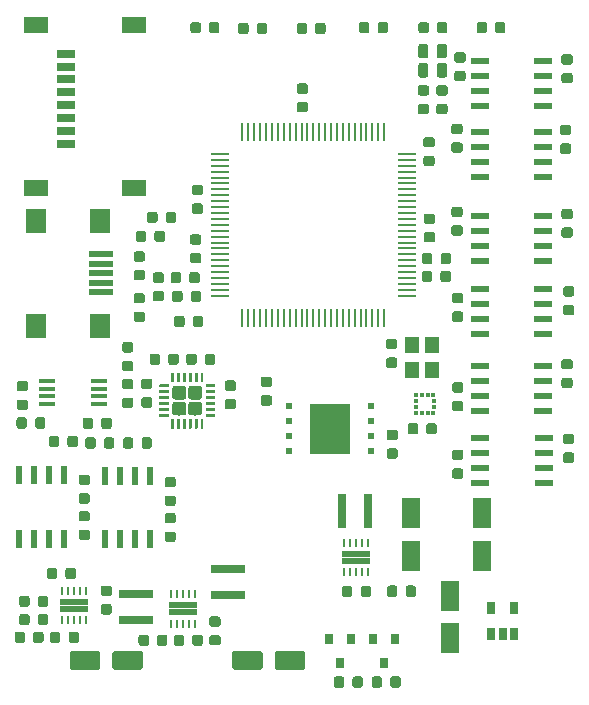
<source format=gbr>
G04 #@! TF.GenerationSoftware,KiCad,Pcbnew,(5.1.2)-1*
G04 #@! TF.CreationDate,2019-06-23T17:44:29+01:00*
G04 #@! TF.ProjectId,daq,6461712e-6b69-4636-9164-5f7063625858,rev?*
G04 #@! TF.SameCoordinates,Original*
G04 #@! TF.FileFunction,Paste,Top*
G04 #@! TF.FilePolarity,Positive*
%FSLAX46Y46*%
G04 Gerber Fmt 4.6, Leading zero omitted, Abs format (unit mm)*
G04 Created by KiCad (PCBNEW (5.1.2)-1) date 2019-06-23 17:44:29*
%MOMM*%
%LPD*%
G04 APERTURE LIST*
%ADD10C,0.100000*%
%ADD11C,1.600000*%
%ADD12R,1.200000X0.600000*%
%ADD13R,0.280000X0.800000*%
%ADD14C,0.875000*%
%ADD15R,2.900000X0.800000*%
%ADD16R,0.800000X2.900000*%
%ADD17R,0.280000X1.500000*%
%ADD18R,1.500000X0.280000*%
%ADD19R,0.350000X0.375000*%
%ADD20R,0.375000X0.350000*%
%ADD21R,0.550000X0.500000*%
%ADD22R,3.450000X4.350000*%
%ADD23R,1.550000X0.600000*%
%ADD24R,1.450000X0.450000*%
%ADD25R,0.800000X0.900000*%
%ADD26R,2.000000X1.450000*%
%ADD27R,1.500000X0.800000*%
%ADD28R,2.000000X0.500000*%
%ADD29R,1.700000X2.000000*%
%ADD30R,1.200000X1.400000*%
%ADD31R,0.650000X1.060000*%
%ADD32C,0.250000*%
%ADD33C,1.170000*%
%ADD34C,0.850000*%
%ADD35R,1.600000X2.600000*%
%ADD36R,0.600000X1.550000*%
G04 APERTURE END LIST*
D10*
G36*
X68055504Y-167187204D02*
G01*
X68079773Y-167190804D01*
X68103571Y-167196765D01*
X68126671Y-167205030D01*
X68148849Y-167215520D01*
X68169893Y-167228133D01*
X68189598Y-167242747D01*
X68207777Y-167259223D01*
X68224253Y-167277402D01*
X68238867Y-167297107D01*
X68251480Y-167318151D01*
X68261970Y-167340329D01*
X68270235Y-167363429D01*
X68276196Y-167387227D01*
X68279796Y-167411496D01*
X68281000Y-167436000D01*
X68281000Y-168536000D01*
X68279796Y-168560504D01*
X68276196Y-168584773D01*
X68270235Y-168608571D01*
X68261970Y-168631671D01*
X68251480Y-168653849D01*
X68238867Y-168674893D01*
X68224253Y-168694598D01*
X68207777Y-168712777D01*
X68189598Y-168729253D01*
X68169893Y-168743867D01*
X68148849Y-168756480D01*
X68126671Y-168766970D01*
X68103571Y-168775235D01*
X68079773Y-168781196D01*
X68055504Y-168784796D01*
X68031000Y-168786000D01*
X65931000Y-168786000D01*
X65906496Y-168784796D01*
X65882227Y-168781196D01*
X65858429Y-168775235D01*
X65835329Y-168766970D01*
X65813151Y-168756480D01*
X65792107Y-168743867D01*
X65772402Y-168729253D01*
X65754223Y-168712777D01*
X65737747Y-168694598D01*
X65723133Y-168674893D01*
X65710520Y-168653849D01*
X65700030Y-168631671D01*
X65691765Y-168608571D01*
X65685804Y-168584773D01*
X65682204Y-168560504D01*
X65681000Y-168536000D01*
X65681000Y-167436000D01*
X65682204Y-167411496D01*
X65685804Y-167387227D01*
X65691765Y-167363429D01*
X65700030Y-167340329D01*
X65710520Y-167318151D01*
X65723133Y-167297107D01*
X65737747Y-167277402D01*
X65754223Y-167259223D01*
X65772402Y-167242747D01*
X65792107Y-167228133D01*
X65813151Y-167215520D01*
X65835329Y-167205030D01*
X65858429Y-167196765D01*
X65882227Y-167190804D01*
X65906496Y-167187204D01*
X65931000Y-167186000D01*
X68031000Y-167186000D01*
X68055504Y-167187204D01*
X68055504Y-167187204D01*
G37*
D11*
X66981000Y-167986000D03*
D10*
G36*
X64455504Y-167187204D02*
G01*
X64479773Y-167190804D01*
X64503571Y-167196765D01*
X64526671Y-167205030D01*
X64548849Y-167215520D01*
X64569893Y-167228133D01*
X64589598Y-167242747D01*
X64607777Y-167259223D01*
X64624253Y-167277402D01*
X64638867Y-167297107D01*
X64651480Y-167318151D01*
X64661970Y-167340329D01*
X64670235Y-167363429D01*
X64676196Y-167387227D01*
X64679796Y-167411496D01*
X64681000Y-167436000D01*
X64681000Y-168536000D01*
X64679796Y-168560504D01*
X64676196Y-168584773D01*
X64670235Y-168608571D01*
X64661970Y-168631671D01*
X64651480Y-168653849D01*
X64638867Y-168674893D01*
X64624253Y-168694598D01*
X64607777Y-168712777D01*
X64589598Y-168729253D01*
X64569893Y-168743867D01*
X64548849Y-168756480D01*
X64526671Y-168766970D01*
X64503571Y-168775235D01*
X64479773Y-168781196D01*
X64455504Y-168784796D01*
X64431000Y-168786000D01*
X62331000Y-168786000D01*
X62306496Y-168784796D01*
X62282227Y-168781196D01*
X62258429Y-168775235D01*
X62235329Y-168766970D01*
X62213151Y-168756480D01*
X62192107Y-168743867D01*
X62172402Y-168729253D01*
X62154223Y-168712777D01*
X62137747Y-168694598D01*
X62123133Y-168674893D01*
X62110520Y-168653849D01*
X62100030Y-168631671D01*
X62091765Y-168608571D01*
X62085804Y-168584773D01*
X62082204Y-168560504D01*
X62081000Y-168536000D01*
X62081000Y-167436000D01*
X62082204Y-167411496D01*
X62085804Y-167387227D01*
X62091765Y-167363429D01*
X62100030Y-167340329D01*
X62110520Y-167318151D01*
X62123133Y-167297107D01*
X62137747Y-167277402D01*
X62154223Y-167259223D01*
X62172402Y-167242747D01*
X62192107Y-167228133D01*
X62213151Y-167215520D01*
X62235329Y-167205030D01*
X62258429Y-167196765D01*
X62282227Y-167190804D01*
X62306496Y-167187204D01*
X62331000Y-167186000D01*
X64431000Y-167186000D01*
X64455504Y-167187204D01*
X64455504Y-167187204D01*
G37*
D11*
X63381000Y-167986000D03*
D10*
G36*
X81805504Y-167187204D02*
G01*
X81829773Y-167190804D01*
X81853571Y-167196765D01*
X81876671Y-167205030D01*
X81898849Y-167215520D01*
X81919893Y-167228133D01*
X81939598Y-167242747D01*
X81957777Y-167259223D01*
X81974253Y-167277402D01*
X81988867Y-167297107D01*
X82001480Y-167318151D01*
X82011970Y-167340329D01*
X82020235Y-167363429D01*
X82026196Y-167387227D01*
X82029796Y-167411496D01*
X82031000Y-167436000D01*
X82031000Y-168536000D01*
X82029796Y-168560504D01*
X82026196Y-168584773D01*
X82020235Y-168608571D01*
X82011970Y-168631671D01*
X82001480Y-168653849D01*
X81988867Y-168674893D01*
X81974253Y-168694598D01*
X81957777Y-168712777D01*
X81939598Y-168729253D01*
X81919893Y-168743867D01*
X81898849Y-168756480D01*
X81876671Y-168766970D01*
X81853571Y-168775235D01*
X81829773Y-168781196D01*
X81805504Y-168784796D01*
X81781000Y-168786000D01*
X79681000Y-168786000D01*
X79656496Y-168784796D01*
X79632227Y-168781196D01*
X79608429Y-168775235D01*
X79585329Y-168766970D01*
X79563151Y-168756480D01*
X79542107Y-168743867D01*
X79522402Y-168729253D01*
X79504223Y-168712777D01*
X79487747Y-168694598D01*
X79473133Y-168674893D01*
X79460520Y-168653849D01*
X79450030Y-168631671D01*
X79441765Y-168608571D01*
X79435804Y-168584773D01*
X79432204Y-168560504D01*
X79431000Y-168536000D01*
X79431000Y-167436000D01*
X79432204Y-167411496D01*
X79435804Y-167387227D01*
X79441765Y-167363429D01*
X79450030Y-167340329D01*
X79460520Y-167318151D01*
X79473133Y-167297107D01*
X79487747Y-167277402D01*
X79504223Y-167259223D01*
X79522402Y-167242747D01*
X79542107Y-167228133D01*
X79563151Y-167215520D01*
X79585329Y-167205030D01*
X79608429Y-167196765D01*
X79632227Y-167190804D01*
X79656496Y-167187204D01*
X79681000Y-167186000D01*
X81781000Y-167186000D01*
X81805504Y-167187204D01*
X81805504Y-167187204D01*
G37*
D11*
X80731000Y-167986000D03*
D10*
G36*
X78205504Y-167187204D02*
G01*
X78229773Y-167190804D01*
X78253571Y-167196765D01*
X78276671Y-167205030D01*
X78298849Y-167215520D01*
X78319893Y-167228133D01*
X78339598Y-167242747D01*
X78357777Y-167259223D01*
X78374253Y-167277402D01*
X78388867Y-167297107D01*
X78401480Y-167318151D01*
X78411970Y-167340329D01*
X78420235Y-167363429D01*
X78426196Y-167387227D01*
X78429796Y-167411496D01*
X78431000Y-167436000D01*
X78431000Y-168536000D01*
X78429796Y-168560504D01*
X78426196Y-168584773D01*
X78420235Y-168608571D01*
X78411970Y-168631671D01*
X78401480Y-168653849D01*
X78388867Y-168674893D01*
X78374253Y-168694598D01*
X78357777Y-168712777D01*
X78339598Y-168729253D01*
X78319893Y-168743867D01*
X78298849Y-168756480D01*
X78276671Y-168766970D01*
X78253571Y-168775235D01*
X78229773Y-168781196D01*
X78205504Y-168784796D01*
X78181000Y-168786000D01*
X76081000Y-168786000D01*
X76056496Y-168784796D01*
X76032227Y-168781196D01*
X76008429Y-168775235D01*
X75985329Y-168766970D01*
X75963151Y-168756480D01*
X75942107Y-168743867D01*
X75922402Y-168729253D01*
X75904223Y-168712777D01*
X75887747Y-168694598D01*
X75873133Y-168674893D01*
X75860520Y-168653849D01*
X75850030Y-168631671D01*
X75841765Y-168608571D01*
X75835804Y-168584773D01*
X75832204Y-168560504D01*
X75831000Y-168536000D01*
X75831000Y-167436000D01*
X75832204Y-167411496D01*
X75835804Y-167387227D01*
X75841765Y-167363429D01*
X75850030Y-167340329D01*
X75860520Y-167318151D01*
X75873133Y-167297107D01*
X75887747Y-167277402D01*
X75904223Y-167259223D01*
X75922402Y-167242747D01*
X75942107Y-167228133D01*
X75963151Y-167215520D01*
X75985329Y-167205030D01*
X76008429Y-167196765D01*
X76032227Y-167190804D01*
X76056496Y-167187204D01*
X76081000Y-167186000D01*
X78181000Y-167186000D01*
X78205504Y-167187204D01*
X78205504Y-167187204D01*
G37*
D11*
X77131000Y-167986000D03*
D12*
X61831000Y-163636000D03*
X63031000Y-163636000D03*
X61831000Y-163036000D03*
X63031000Y-163036000D03*
D13*
X63431000Y-164586000D03*
X62931000Y-164586000D03*
X62431000Y-164586000D03*
X61931000Y-164586000D03*
X61431000Y-164586000D03*
X61431000Y-162086000D03*
X61931000Y-162086000D03*
X62431000Y-162086000D03*
X62931000Y-162086000D03*
X63431000Y-162086000D03*
D12*
X71081000Y-163936000D03*
X72281000Y-163936000D03*
X71081000Y-163336000D03*
X72281000Y-163336000D03*
D13*
X72681000Y-164886000D03*
X72181000Y-164886000D03*
X71681000Y-164886000D03*
X71181000Y-164886000D03*
X70681000Y-164886000D03*
X70681000Y-162386000D03*
X71181000Y-162386000D03*
X71681000Y-162386000D03*
X72181000Y-162386000D03*
X72681000Y-162386000D03*
D10*
G36*
X71571191Y-165812053D02*
G01*
X71592426Y-165815203D01*
X71613250Y-165820419D01*
X71633462Y-165827651D01*
X71652868Y-165836830D01*
X71671281Y-165847866D01*
X71688524Y-165860654D01*
X71704430Y-165875070D01*
X71718846Y-165890976D01*
X71731634Y-165908219D01*
X71742670Y-165926632D01*
X71751849Y-165946038D01*
X71759081Y-165966250D01*
X71764297Y-165987074D01*
X71767447Y-166008309D01*
X71768500Y-166029750D01*
X71768500Y-166542250D01*
X71767447Y-166563691D01*
X71764297Y-166584926D01*
X71759081Y-166605750D01*
X71751849Y-166625962D01*
X71742670Y-166645368D01*
X71731634Y-166663781D01*
X71718846Y-166681024D01*
X71704430Y-166696930D01*
X71688524Y-166711346D01*
X71671281Y-166724134D01*
X71652868Y-166735170D01*
X71633462Y-166744349D01*
X71613250Y-166751581D01*
X71592426Y-166756797D01*
X71571191Y-166759947D01*
X71549750Y-166761000D01*
X71112250Y-166761000D01*
X71090809Y-166759947D01*
X71069574Y-166756797D01*
X71048750Y-166751581D01*
X71028538Y-166744349D01*
X71009132Y-166735170D01*
X70990719Y-166724134D01*
X70973476Y-166711346D01*
X70957570Y-166696930D01*
X70943154Y-166681024D01*
X70930366Y-166663781D01*
X70919330Y-166645368D01*
X70910151Y-166625962D01*
X70902919Y-166605750D01*
X70897703Y-166584926D01*
X70894553Y-166563691D01*
X70893500Y-166542250D01*
X70893500Y-166029750D01*
X70894553Y-166008309D01*
X70897703Y-165987074D01*
X70902919Y-165966250D01*
X70910151Y-165946038D01*
X70919330Y-165926632D01*
X70930366Y-165908219D01*
X70943154Y-165890976D01*
X70957570Y-165875070D01*
X70973476Y-165860654D01*
X70990719Y-165847866D01*
X71009132Y-165836830D01*
X71028538Y-165827651D01*
X71048750Y-165820419D01*
X71069574Y-165815203D01*
X71090809Y-165812053D01*
X71112250Y-165811000D01*
X71549750Y-165811000D01*
X71571191Y-165812053D01*
X71571191Y-165812053D01*
G37*
D14*
X71331000Y-166286000D03*
D10*
G36*
X73146191Y-165812053D02*
G01*
X73167426Y-165815203D01*
X73188250Y-165820419D01*
X73208462Y-165827651D01*
X73227868Y-165836830D01*
X73246281Y-165847866D01*
X73263524Y-165860654D01*
X73279430Y-165875070D01*
X73293846Y-165890976D01*
X73306634Y-165908219D01*
X73317670Y-165926632D01*
X73326849Y-165946038D01*
X73334081Y-165966250D01*
X73339297Y-165987074D01*
X73342447Y-166008309D01*
X73343500Y-166029750D01*
X73343500Y-166542250D01*
X73342447Y-166563691D01*
X73339297Y-166584926D01*
X73334081Y-166605750D01*
X73326849Y-166625962D01*
X73317670Y-166645368D01*
X73306634Y-166663781D01*
X73293846Y-166681024D01*
X73279430Y-166696930D01*
X73263524Y-166711346D01*
X73246281Y-166724134D01*
X73227868Y-166735170D01*
X73208462Y-166744349D01*
X73188250Y-166751581D01*
X73167426Y-166756797D01*
X73146191Y-166759947D01*
X73124750Y-166761000D01*
X72687250Y-166761000D01*
X72665809Y-166759947D01*
X72644574Y-166756797D01*
X72623750Y-166751581D01*
X72603538Y-166744349D01*
X72584132Y-166735170D01*
X72565719Y-166724134D01*
X72548476Y-166711346D01*
X72532570Y-166696930D01*
X72518154Y-166681024D01*
X72505366Y-166663781D01*
X72494330Y-166645368D01*
X72485151Y-166625962D01*
X72477919Y-166605750D01*
X72472703Y-166584926D01*
X72469553Y-166563691D01*
X72468500Y-166542250D01*
X72468500Y-166029750D01*
X72469553Y-166008309D01*
X72472703Y-165987074D01*
X72477919Y-165966250D01*
X72485151Y-165946038D01*
X72494330Y-165926632D01*
X72505366Y-165908219D01*
X72518154Y-165890976D01*
X72532570Y-165875070D01*
X72548476Y-165860654D01*
X72565719Y-165847866D01*
X72584132Y-165836830D01*
X72603538Y-165827651D01*
X72623750Y-165820419D01*
X72644574Y-165815203D01*
X72665809Y-165812053D01*
X72687250Y-165811000D01*
X73124750Y-165811000D01*
X73146191Y-165812053D01*
X73146191Y-165812053D01*
G37*
D14*
X72906000Y-166286000D03*
D10*
G36*
X74658691Y-165849553D02*
G01*
X74679926Y-165852703D01*
X74700750Y-165857919D01*
X74720962Y-165865151D01*
X74740368Y-165874330D01*
X74758781Y-165885366D01*
X74776024Y-165898154D01*
X74791930Y-165912570D01*
X74806346Y-165928476D01*
X74819134Y-165945719D01*
X74830170Y-165964132D01*
X74839349Y-165983538D01*
X74846581Y-166003750D01*
X74851797Y-166024574D01*
X74854947Y-166045809D01*
X74856000Y-166067250D01*
X74856000Y-166504750D01*
X74854947Y-166526191D01*
X74851797Y-166547426D01*
X74846581Y-166568250D01*
X74839349Y-166588462D01*
X74830170Y-166607868D01*
X74819134Y-166626281D01*
X74806346Y-166643524D01*
X74791930Y-166659430D01*
X74776024Y-166673846D01*
X74758781Y-166686634D01*
X74740368Y-166697670D01*
X74720962Y-166706849D01*
X74700750Y-166714081D01*
X74679926Y-166719297D01*
X74658691Y-166722447D01*
X74637250Y-166723500D01*
X74124750Y-166723500D01*
X74103309Y-166722447D01*
X74082074Y-166719297D01*
X74061250Y-166714081D01*
X74041038Y-166706849D01*
X74021632Y-166697670D01*
X74003219Y-166686634D01*
X73985976Y-166673846D01*
X73970070Y-166659430D01*
X73955654Y-166643524D01*
X73942866Y-166626281D01*
X73931830Y-166607868D01*
X73922651Y-166588462D01*
X73915419Y-166568250D01*
X73910203Y-166547426D01*
X73907053Y-166526191D01*
X73906000Y-166504750D01*
X73906000Y-166067250D01*
X73907053Y-166045809D01*
X73910203Y-166024574D01*
X73915419Y-166003750D01*
X73922651Y-165983538D01*
X73931830Y-165964132D01*
X73942866Y-165945719D01*
X73955654Y-165928476D01*
X73970070Y-165912570D01*
X73985976Y-165898154D01*
X74003219Y-165885366D01*
X74021632Y-165874330D01*
X74041038Y-165865151D01*
X74061250Y-165857919D01*
X74082074Y-165852703D01*
X74103309Y-165849553D01*
X74124750Y-165848500D01*
X74637250Y-165848500D01*
X74658691Y-165849553D01*
X74658691Y-165849553D01*
G37*
D14*
X74381000Y-166286000D03*
D10*
G36*
X74658691Y-164274553D02*
G01*
X74679926Y-164277703D01*
X74700750Y-164282919D01*
X74720962Y-164290151D01*
X74740368Y-164299330D01*
X74758781Y-164310366D01*
X74776024Y-164323154D01*
X74791930Y-164337570D01*
X74806346Y-164353476D01*
X74819134Y-164370719D01*
X74830170Y-164389132D01*
X74839349Y-164408538D01*
X74846581Y-164428750D01*
X74851797Y-164449574D01*
X74854947Y-164470809D01*
X74856000Y-164492250D01*
X74856000Y-164929750D01*
X74854947Y-164951191D01*
X74851797Y-164972426D01*
X74846581Y-164993250D01*
X74839349Y-165013462D01*
X74830170Y-165032868D01*
X74819134Y-165051281D01*
X74806346Y-165068524D01*
X74791930Y-165084430D01*
X74776024Y-165098846D01*
X74758781Y-165111634D01*
X74740368Y-165122670D01*
X74720962Y-165131849D01*
X74700750Y-165139081D01*
X74679926Y-165144297D01*
X74658691Y-165147447D01*
X74637250Y-165148500D01*
X74124750Y-165148500D01*
X74103309Y-165147447D01*
X74082074Y-165144297D01*
X74061250Y-165139081D01*
X74041038Y-165131849D01*
X74021632Y-165122670D01*
X74003219Y-165111634D01*
X73985976Y-165098846D01*
X73970070Y-165084430D01*
X73955654Y-165068524D01*
X73942866Y-165051281D01*
X73931830Y-165032868D01*
X73922651Y-165013462D01*
X73915419Y-164993250D01*
X73910203Y-164972426D01*
X73907053Y-164951191D01*
X73906000Y-164929750D01*
X73906000Y-164492250D01*
X73907053Y-164470809D01*
X73910203Y-164449574D01*
X73915419Y-164428750D01*
X73922651Y-164408538D01*
X73931830Y-164389132D01*
X73942866Y-164370719D01*
X73955654Y-164353476D01*
X73970070Y-164337570D01*
X73985976Y-164323154D01*
X74003219Y-164310366D01*
X74021632Y-164299330D01*
X74041038Y-164290151D01*
X74061250Y-164282919D01*
X74082074Y-164277703D01*
X74103309Y-164274553D01*
X74124750Y-164273500D01*
X74637250Y-164273500D01*
X74658691Y-164274553D01*
X74658691Y-164274553D01*
G37*
D14*
X74381000Y-164711000D03*
D10*
G36*
X58096191Y-165562053D02*
G01*
X58117426Y-165565203D01*
X58138250Y-165570419D01*
X58158462Y-165577651D01*
X58177868Y-165586830D01*
X58196281Y-165597866D01*
X58213524Y-165610654D01*
X58229430Y-165625070D01*
X58243846Y-165640976D01*
X58256634Y-165658219D01*
X58267670Y-165676632D01*
X58276849Y-165696038D01*
X58284081Y-165716250D01*
X58289297Y-165737074D01*
X58292447Y-165758309D01*
X58293500Y-165779750D01*
X58293500Y-166292250D01*
X58292447Y-166313691D01*
X58289297Y-166334926D01*
X58284081Y-166355750D01*
X58276849Y-166375962D01*
X58267670Y-166395368D01*
X58256634Y-166413781D01*
X58243846Y-166431024D01*
X58229430Y-166446930D01*
X58213524Y-166461346D01*
X58196281Y-166474134D01*
X58177868Y-166485170D01*
X58158462Y-166494349D01*
X58138250Y-166501581D01*
X58117426Y-166506797D01*
X58096191Y-166509947D01*
X58074750Y-166511000D01*
X57637250Y-166511000D01*
X57615809Y-166509947D01*
X57594574Y-166506797D01*
X57573750Y-166501581D01*
X57553538Y-166494349D01*
X57534132Y-166485170D01*
X57515719Y-166474134D01*
X57498476Y-166461346D01*
X57482570Y-166446930D01*
X57468154Y-166431024D01*
X57455366Y-166413781D01*
X57444330Y-166395368D01*
X57435151Y-166375962D01*
X57427919Y-166355750D01*
X57422703Y-166334926D01*
X57419553Y-166313691D01*
X57418500Y-166292250D01*
X57418500Y-165779750D01*
X57419553Y-165758309D01*
X57422703Y-165737074D01*
X57427919Y-165716250D01*
X57435151Y-165696038D01*
X57444330Y-165676632D01*
X57455366Y-165658219D01*
X57468154Y-165640976D01*
X57482570Y-165625070D01*
X57498476Y-165610654D01*
X57515719Y-165597866D01*
X57534132Y-165586830D01*
X57553538Y-165577651D01*
X57573750Y-165570419D01*
X57594574Y-165565203D01*
X57615809Y-165562053D01*
X57637250Y-165561000D01*
X58074750Y-165561000D01*
X58096191Y-165562053D01*
X58096191Y-165562053D01*
G37*
D14*
X57856000Y-166036000D03*
D10*
G36*
X59671191Y-165562053D02*
G01*
X59692426Y-165565203D01*
X59713250Y-165570419D01*
X59733462Y-165577651D01*
X59752868Y-165586830D01*
X59771281Y-165597866D01*
X59788524Y-165610654D01*
X59804430Y-165625070D01*
X59818846Y-165640976D01*
X59831634Y-165658219D01*
X59842670Y-165676632D01*
X59851849Y-165696038D01*
X59859081Y-165716250D01*
X59864297Y-165737074D01*
X59867447Y-165758309D01*
X59868500Y-165779750D01*
X59868500Y-166292250D01*
X59867447Y-166313691D01*
X59864297Y-166334926D01*
X59859081Y-166355750D01*
X59851849Y-166375962D01*
X59842670Y-166395368D01*
X59831634Y-166413781D01*
X59818846Y-166431024D01*
X59804430Y-166446930D01*
X59788524Y-166461346D01*
X59771281Y-166474134D01*
X59752868Y-166485170D01*
X59733462Y-166494349D01*
X59713250Y-166501581D01*
X59692426Y-166506797D01*
X59671191Y-166509947D01*
X59649750Y-166511000D01*
X59212250Y-166511000D01*
X59190809Y-166509947D01*
X59169574Y-166506797D01*
X59148750Y-166501581D01*
X59128538Y-166494349D01*
X59109132Y-166485170D01*
X59090719Y-166474134D01*
X59073476Y-166461346D01*
X59057570Y-166446930D01*
X59043154Y-166431024D01*
X59030366Y-166413781D01*
X59019330Y-166395368D01*
X59010151Y-166375962D01*
X59002919Y-166355750D01*
X58997703Y-166334926D01*
X58994553Y-166313691D01*
X58993500Y-166292250D01*
X58993500Y-165779750D01*
X58994553Y-165758309D01*
X58997703Y-165737074D01*
X59002919Y-165716250D01*
X59010151Y-165696038D01*
X59019330Y-165676632D01*
X59030366Y-165658219D01*
X59043154Y-165640976D01*
X59057570Y-165625070D01*
X59073476Y-165610654D01*
X59090719Y-165597866D01*
X59109132Y-165586830D01*
X59128538Y-165577651D01*
X59148750Y-165570419D01*
X59169574Y-165565203D01*
X59190809Y-165562053D01*
X59212250Y-165561000D01*
X59649750Y-165561000D01*
X59671191Y-165562053D01*
X59671191Y-165562053D01*
G37*
D14*
X59431000Y-166036000D03*
D10*
G36*
X61083691Y-165562053D02*
G01*
X61104926Y-165565203D01*
X61125750Y-165570419D01*
X61145962Y-165577651D01*
X61165368Y-165586830D01*
X61183781Y-165597866D01*
X61201024Y-165610654D01*
X61216930Y-165625070D01*
X61231346Y-165640976D01*
X61244134Y-165658219D01*
X61255170Y-165676632D01*
X61264349Y-165696038D01*
X61271581Y-165716250D01*
X61276797Y-165737074D01*
X61279947Y-165758309D01*
X61281000Y-165779750D01*
X61281000Y-166292250D01*
X61279947Y-166313691D01*
X61276797Y-166334926D01*
X61271581Y-166355750D01*
X61264349Y-166375962D01*
X61255170Y-166395368D01*
X61244134Y-166413781D01*
X61231346Y-166431024D01*
X61216930Y-166446930D01*
X61201024Y-166461346D01*
X61183781Y-166474134D01*
X61165368Y-166485170D01*
X61145962Y-166494349D01*
X61125750Y-166501581D01*
X61104926Y-166506797D01*
X61083691Y-166509947D01*
X61062250Y-166511000D01*
X60624750Y-166511000D01*
X60603309Y-166509947D01*
X60582074Y-166506797D01*
X60561250Y-166501581D01*
X60541038Y-166494349D01*
X60521632Y-166485170D01*
X60503219Y-166474134D01*
X60485976Y-166461346D01*
X60470070Y-166446930D01*
X60455654Y-166431024D01*
X60442866Y-166413781D01*
X60431830Y-166395368D01*
X60422651Y-166375962D01*
X60415419Y-166355750D01*
X60410203Y-166334926D01*
X60407053Y-166313691D01*
X60406000Y-166292250D01*
X60406000Y-165779750D01*
X60407053Y-165758309D01*
X60410203Y-165737074D01*
X60415419Y-165716250D01*
X60422651Y-165696038D01*
X60431830Y-165676632D01*
X60442866Y-165658219D01*
X60455654Y-165640976D01*
X60470070Y-165625070D01*
X60485976Y-165610654D01*
X60503219Y-165597866D01*
X60521632Y-165586830D01*
X60541038Y-165577651D01*
X60561250Y-165570419D01*
X60582074Y-165565203D01*
X60603309Y-165562053D01*
X60624750Y-165561000D01*
X61062250Y-165561000D01*
X61083691Y-165562053D01*
X61083691Y-165562053D01*
G37*
D14*
X60843500Y-166036000D03*
D10*
G36*
X62658691Y-165562053D02*
G01*
X62679926Y-165565203D01*
X62700750Y-165570419D01*
X62720962Y-165577651D01*
X62740368Y-165586830D01*
X62758781Y-165597866D01*
X62776024Y-165610654D01*
X62791930Y-165625070D01*
X62806346Y-165640976D01*
X62819134Y-165658219D01*
X62830170Y-165676632D01*
X62839349Y-165696038D01*
X62846581Y-165716250D01*
X62851797Y-165737074D01*
X62854947Y-165758309D01*
X62856000Y-165779750D01*
X62856000Y-166292250D01*
X62854947Y-166313691D01*
X62851797Y-166334926D01*
X62846581Y-166355750D01*
X62839349Y-166375962D01*
X62830170Y-166395368D01*
X62819134Y-166413781D01*
X62806346Y-166431024D01*
X62791930Y-166446930D01*
X62776024Y-166461346D01*
X62758781Y-166474134D01*
X62740368Y-166485170D01*
X62720962Y-166494349D01*
X62700750Y-166501581D01*
X62679926Y-166506797D01*
X62658691Y-166509947D01*
X62637250Y-166511000D01*
X62199750Y-166511000D01*
X62178309Y-166509947D01*
X62157074Y-166506797D01*
X62136250Y-166501581D01*
X62116038Y-166494349D01*
X62096632Y-166485170D01*
X62078219Y-166474134D01*
X62060976Y-166461346D01*
X62045070Y-166446930D01*
X62030654Y-166431024D01*
X62017866Y-166413781D01*
X62006830Y-166395368D01*
X61997651Y-166375962D01*
X61990419Y-166355750D01*
X61985203Y-166334926D01*
X61982053Y-166313691D01*
X61981000Y-166292250D01*
X61981000Y-165779750D01*
X61982053Y-165758309D01*
X61985203Y-165737074D01*
X61990419Y-165716250D01*
X61997651Y-165696038D01*
X62006830Y-165676632D01*
X62017866Y-165658219D01*
X62030654Y-165640976D01*
X62045070Y-165625070D01*
X62060976Y-165610654D01*
X62078219Y-165597866D01*
X62096632Y-165586830D01*
X62116038Y-165577651D01*
X62136250Y-165570419D01*
X62157074Y-165565203D01*
X62178309Y-165562053D01*
X62199750Y-165561000D01*
X62637250Y-165561000D01*
X62658691Y-165562053D01*
X62658691Y-165562053D01*
G37*
D14*
X62418500Y-166036000D03*
D10*
G36*
X58483691Y-162512053D02*
G01*
X58504926Y-162515203D01*
X58525750Y-162520419D01*
X58545962Y-162527651D01*
X58565368Y-162536830D01*
X58583781Y-162547866D01*
X58601024Y-162560654D01*
X58616930Y-162575070D01*
X58631346Y-162590976D01*
X58644134Y-162608219D01*
X58655170Y-162626632D01*
X58664349Y-162646038D01*
X58671581Y-162666250D01*
X58676797Y-162687074D01*
X58679947Y-162708309D01*
X58681000Y-162729750D01*
X58681000Y-163242250D01*
X58679947Y-163263691D01*
X58676797Y-163284926D01*
X58671581Y-163305750D01*
X58664349Y-163325962D01*
X58655170Y-163345368D01*
X58644134Y-163363781D01*
X58631346Y-163381024D01*
X58616930Y-163396930D01*
X58601024Y-163411346D01*
X58583781Y-163424134D01*
X58565368Y-163435170D01*
X58545962Y-163444349D01*
X58525750Y-163451581D01*
X58504926Y-163456797D01*
X58483691Y-163459947D01*
X58462250Y-163461000D01*
X58024750Y-163461000D01*
X58003309Y-163459947D01*
X57982074Y-163456797D01*
X57961250Y-163451581D01*
X57941038Y-163444349D01*
X57921632Y-163435170D01*
X57903219Y-163424134D01*
X57885976Y-163411346D01*
X57870070Y-163396930D01*
X57855654Y-163381024D01*
X57842866Y-163363781D01*
X57831830Y-163345368D01*
X57822651Y-163325962D01*
X57815419Y-163305750D01*
X57810203Y-163284926D01*
X57807053Y-163263691D01*
X57806000Y-163242250D01*
X57806000Y-162729750D01*
X57807053Y-162708309D01*
X57810203Y-162687074D01*
X57815419Y-162666250D01*
X57822651Y-162646038D01*
X57831830Y-162626632D01*
X57842866Y-162608219D01*
X57855654Y-162590976D01*
X57870070Y-162575070D01*
X57885976Y-162560654D01*
X57903219Y-162547866D01*
X57921632Y-162536830D01*
X57941038Y-162527651D01*
X57961250Y-162520419D01*
X57982074Y-162515203D01*
X58003309Y-162512053D01*
X58024750Y-162511000D01*
X58462250Y-162511000D01*
X58483691Y-162512053D01*
X58483691Y-162512053D01*
G37*
D14*
X58243500Y-162986000D03*
D10*
G36*
X60058691Y-162512053D02*
G01*
X60079926Y-162515203D01*
X60100750Y-162520419D01*
X60120962Y-162527651D01*
X60140368Y-162536830D01*
X60158781Y-162547866D01*
X60176024Y-162560654D01*
X60191930Y-162575070D01*
X60206346Y-162590976D01*
X60219134Y-162608219D01*
X60230170Y-162626632D01*
X60239349Y-162646038D01*
X60246581Y-162666250D01*
X60251797Y-162687074D01*
X60254947Y-162708309D01*
X60256000Y-162729750D01*
X60256000Y-163242250D01*
X60254947Y-163263691D01*
X60251797Y-163284926D01*
X60246581Y-163305750D01*
X60239349Y-163325962D01*
X60230170Y-163345368D01*
X60219134Y-163363781D01*
X60206346Y-163381024D01*
X60191930Y-163396930D01*
X60176024Y-163411346D01*
X60158781Y-163424134D01*
X60140368Y-163435170D01*
X60120962Y-163444349D01*
X60100750Y-163451581D01*
X60079926Y-163456797D01*
X60058691Y-163459947D01*
X60037250Y-163461000D01*
X59599750Y-163461000D01*
X59578309Y-163459947D01*
X59557074Y-163456797D01*
X59536250Y-163451581D01*
X59516038Y-163444349D01*
X59496632Y-163435170D01*
X59478219Y-163424134D01*
X59460976Y-163411346D01*
X59445070Y-163396930D01*
X59430654Y-163381024D01*
X59417866Y-163363781D01*
X59406830Y-163345368D01*
X59397651Y-163325962D01*
X59390419Y-163305750D01*
X59385203Y-163284926D01*
X59382053Y-163263691D01*
X59381000Y-163242250D01*
X59381000Y-162729750D01*
X59382053Y-162708309D01*
X59385203Y-162687074D01*
X59390419Y-162666250D01*
X59397651Y-162646038D01*
X59406830Y-162626632D01*
X59417866Y-162608219D01*
X59430654Y-162590976D01*
X59445070Y-162575070D01*
X59460976Y-162560654D01*
X59478219Y-162547866D01*
X59496632Y-162536830D01*
X59516038Y-162527651D01*
X59536250Y-162520419D01*
X59557074Y-162515203D01*
X59578309Y-162512053D01*
X59599750Y-162511000D01*
X60037250Y-162511000D01*
X60058691Y-162512053D01*
X60058691Y-162512053D01*
G37*
D14*
X59818500Y-162986000D03*
D15*
X67731000Y-164536000D03*
X67731000Y-162336000D03*
X75481000Y-162486000D03*
X75481000Y-160286000D03*
D10*
G36*
X68583691Y-165812053D02*
G01*
X68604926Y-165815203D01*
X68625750Y-165820419D01*
X68645962Y-165827651D01*
X68665368Y-165836830D01*
X68683781Y-165847866D01*
X68701024Y-165860654D01*
X68716930Y-165875070D01*
X68731346Y-165890976D01*
X68744134Y-165908219D01*
X68755170Y-165926632D01*
X68764349Y-165946038D01*
X68771581Y-165966250D01*
X68776797Y-165987074D01*
X68779947Y-166008309D01*
X68781000Y-166029750D01*
X68781000Y-166542250D01*
X68779947Y-166563691D01*
X68776797Y-166584926D01*
X68771581Y-166605750D01*
X68764349Y-166625962D01*
X68755170Y-166645368D01*
X68744134Y-166663781D01*
X68731346Y-166681024D01*
X68716930Y-166696930D01*
X68701024Y-166711346D01*
X68683781Y-166724134D01*
X68665368Y-166735170D01*
X68645962Y-166744349D01*
X68625750Y-166751581D01*
X68604926Y-166756797D01*
X68583691Y-166759947D01*
X68562250Y-166761000D01*
X68124750Y-166761000D01*
X68103309Y-166759947D01*
X68082074Y-166756797D01*
X68061250Y-166751581D01*
X68041038Y-166744349D01*
X68021632Y-166735170D01*
X68003219Y-166724134D01*
X67985976Y-166711346D01*
X67970070Y-166696930D01*
X67955654Y-166681024D01*
X67942866Y-166663781D01*
X67931830Y-166645368D01*
X67922651Y-166625962D01*
X67915419Y-166605750D01*
X67910203Y-166584926D01*
X67907053Y-166563691D01*
X67906000Y-166542250D01*
X67906000Y-166029750D01*
X67907053Y-166008309D01*
X67910203Y-165987074D01*
X67915419Y-165966250D01*
X67922651Y-165946038D01*
X67931830Y-165926632D01*
X67942866Y-165908219D01*
X67955654Y-165890976D01*
X67970070Y-165875070D01*
X67985976Y-165860654D01*
X68003219Y-165847866D01*
X68021632Y-165836830D01*
X68041038Y-165827651D01*
X68061250Y-165820419D01*
X68082074Y-165815203D01*
X68103309Y-165812053D01*
X68124750Y-165811000D01*
X68562250Y-165811000D01*
X68583691Y-165812053D01*
X68583691Y-165812053D01*
G37*
D14*
X68343500Y-166286000D03*
D10*
G36*
X70158691Y-165812053D02*
G01*
X70179926Y-165815203D01*
X70200750Y-165820419D01*
X70220962Y-165827651D01*
X70240368Y-165836830D01*
X70258781Y-165847866D01*
X70276024Y-165860654D01*
X70291930Y-165875070D01*
X70306346Y-165890976D01*
X70319134Y-165908219D01*
X70330170Y-165926632D01*
X70339349Y-165946038D01*
X70346581Y-165966250D01*
X70351797Y-165987074D01*
X70354947Y-166008309D01*
X70356000Y-166029750D01*
X70356000Y-166542250D01*
X70354947Y-166563691D01*
X70351797Y-166584926D01*
X70346581Y-166605750D01*
X70339349Y-166625962D01*
X70330170Y-166645368D01*
X70319134Y-166663781D01*
X70306346Y-166681024D01*
X70291930Y-166696930D01*
X70276024Y-166711346D01*
X70258781Y-166724134D01*
X70240368Y-166735170D01*
X70220962Y-166744349D01*
X70200750Y-166751581D01*
X70179926Y-166756797D01*
X70158691Y-166759947D01*
X70137250Y-166761000D01*
X69699750Y-166761000D01*
X69678309Y-166759947D01*
X69657074Y-166756797D01*
X69636250Y-166751581D01*
X69616038Y-166744349D01*
X69596632Y-166735170D01*
X69578219Y-166724134D01*
X69560976Y-166711346D01*
X69545070Y-166696930D01*
X69530654Y-166681024D01*
X69517866Y-166663781D01*
X69506830Y-166645368D01*
X69497651Y-166625962D01*
X69490419Y-166605750D01*
X69485203Y-166584926D01*
X69482053Y-166563691D01*
X69481000Y-166542250D01*
X69481000Y-166029750D01*
X69482053Y-166008309D01*
X69485203Y-165987074D01*
X69490419Y-165966250D01*
X69497651Y-165946038D01*
X69506830Y-165926632D01*
X69517866Y-165908219D01*
X69530654Y-165890976D01*
X69545070Y-165875070D01*
X69560976Y-165860654D01*
X69578219Y-165847866D01*
X69596632Y-165836830D01*
X69616038Y-165827651D01*
X69636250Y-165820419D01*
X69657074Y-165815203D01*
X69678309Y-165812053D01*
X69699750Y-165811000D01*
X70137250Y-165811000D01*
X70158691Y-165812053D01*
X70158691Y-165812053D01*
G37*
D14*
X69918500Y-166286000D03*
D10*
G36*
X65458691Y-163237053D02*
G01*
X65479926Y-163240203D01*
X65500750Y-163245419D01*
X65520962Y-163252651D01*
X65540368Y-163261830D01*
X65558781Y-163272866D01*
X65576024Y-163285654D01*
X65591930Y-163300070D01*
X65606346Y-163315976D01*
X65619134Y-163333219D01*
X65630170Y-163351632D01*
X65639349Y-163371038D01*
X65646581Y-163391250D01*
X65651797Y-163412074D01*
X65654947Y-163433309D01*
X65656000Y-163454750D01*
X65656000Y-163892250D01*
X65654947Y-163913691D01*
X65651797Y-163934926D01*
X65646581Y-163955750D01*
X65639349Y-163975962D01*
X65630170Y-163995368D01*
X65619134Y-164013781D01*
X65606346Y-164031024D01*
X65591930Y-164046930D01*
X65576024Y-164061346D01*
X65558781Y-164074134D01*
X65540368Y-164085170D01*
X65520962Y-164094349D01*
X65500750Y-164101581D01*
X65479926Y-164106797D01*
X65458691Y-164109947D01*
X65437250Y-164111000D01*
X64924750Y-164111000D01*
X64903309Y-164109947D01*
X64882074Y-164106797D01*
X64861250Y-164101581D01*
X64841038Y-164094349D01*
X64821632Y-164085170D01*
X64803219Y-164074134D01*
X64785976Y-164061346D01*
X64770070Y-164046930D01*
X64755654Y-164031024D01*
X64742866Y-164013781D01*
X64731830Y-163995368D01*
X64722651Y-163975962D01*
X64715419Y-163955750D01*
X64710203Y-163934926D01*
X64707053Y-163913691D01*
X64706000Y-163892250D01*
X64706000Y-163454750D01*
X64707053Y-163433309D01*
X64710203Y-163412074D01*
X64715419Y-163391250D01*
X64722651Y-163371038D01*
X64731830Y-163351632D01*
X64742866Y-163333219D01*
X64755654Y-163315976D01*
X64770070Y-163300070D01*
X64785976Y-163285654D01*
X64803219Y-163272866D01*
X64821632Y-163261830D01*
X64841038Y-163252651D01*
X64861250Y-163245419D01*
X64882074Y-163240203D01*
X64903309Y-163237053D01*
X64924750Y-163236000D01*
X65437250Y-163236000D01*
X65458691Y-163237053D01*
X65458691Y-163237053D01*
G37*
D14*
X65181000Y-163673500D03*
D10*
G36*
X65458691Y-161662053D02*
G01*
X65479926Y-161665203D01*
X65500750Y-161670419D01*
X65520962Y-161677651D01*
X65540368Y-161686830D01*
X65558781Y-161697866D01*
X65576024Y-161710654D01*
X65591930Y-161725070D01*
X65606346Y-161740976D01*
X65619134Y-161758219D01*
X65630170Y-161776632D01*
X65639349Y-161796038D01*
X65646581Y-161816250D01*
X65651797Y-161837074D01*
X65654947Y-161858309D01*
X65656000Y-161879750D01*
X65656000Y-162317250D01*
X65654947Y-162338691D01*
X65651797Y-162359926D01*
X65646581Y-162380750D01*
X65639349Y-162400962D01*
X65630170Y-162420368D01*
X65619134Y-162438781D01*
X65606346Y-162456024D01*
X65591930Y-162471930D01*
X65576024Y-162486346D01*
X65558781Y-162499134D01*
X65540368Y-162510170D01*
X65520962Y-162519349D01*
X65500750Y-162526581D01*
X65479926Y-162531797D01*
X65458691Y-162534947D01*
X65437250Y-162536000D01*
X64924750Y-162536000D01*
X64903309Y-162534947D01*
X64882074Y-162531797D01*
X64861250Y-162526581D01*
X64841038Y-162519349D01*
X64821632Y-162510170D01*
X64803219Y-162499134D01*
X64785976Y-162486346D01*
X64770070Y-162471930D01*
X64755654Y-162456024D01*
X64742866Y-162438781D01*
X64731830Y-162420368D01*
X64722651Y-162400962D01*
X64715419Y-162380750D01*
X64710203Y-162359926D01*
X64707053Y-162338691D01*
X64706000Y-162317250D01*
X64706000Y-161879750D01*
X64707053Y-161858309D01*
X64710203Y-161837074D01*
X64715419Y-161816250D01*
X64722651Y-161796038D01*
X64731830Y-161776632D01*
X64742866Y-161758219D01*
X64755654Y-161740976D01*
X64770070Y-161725070D01*
X64785976Y-161710654D01*
X64803219Y-161697866D01*
X64821632Y-161686830D01*
X64841038Y-161677651D01*
X64861250Y-161670419D01*
X64882074Y-161665203D01*
X64903309Y-161662053D01*
X64924750Y-161661000D01*
X65437250Y-161661000D01*
X65458691Y-161662053D01*
X65458691Y-161662053D01*
G37*
D14*
X65181000Y-162098500D03*
D10*
G36*
X60058691Y-164062053D02*
G01*
X60079926Y-164065203D01*
X60100750Y-164070419D01*
X60120962Y-164077651D01*
X60140368Y-164086830D01*
X60158781Y-164097866D01*
X60176024Y-164110654D01*
X60191930Y-164125070D01*
X60206346Y-164140976D01*
X60219134Y-164158219D01*
X60230170Y-164176632D01*
X60239349Y-164196038D01*
X60246581Y-164216250D01*
X60251797Y-164237074D01*
X60254947Y-164258309D01*
X60256000Y-164279750D01*
X60256000Y-164792250D01*
X60254947Y-164813691D01*
X60251797Y-164834926D01*
X60246581Y-164855750D01*
X60239349Y-164875962D01*
X60230170Y-164895368D01*
X60219134Y-164913781D01*
X60206346Y-164931024D01*
X60191930Y-164946930D01*
X60176024Y-164961346D01*
X60158781Y-164974134D01*
X60140368Y-164985170D01*
X60120962Y-164994349D01*
X60100750Y-165001581D01*
X60079926Y-165006797D01*
X60058691Y-165009947D01*
X60037250Y-165011000D01*
X59599750Y-165011000D01*
X59578309Y-165009947D01*
X59557074Y-165006797D01*
X59536250Y-165001581D01*
X59516038Y-164994349D01*
X59496632Y-164985170D01*
X59478219Y-164974134D01*
X59460976Y-164961346D01*
X59445070Y-164946930D01*
X59430654Y-164931024D01*
X59417866Y-164913781D01*
X59406830Y-164895368D01*
X59397651Y-164875962D01*
X59390419Y-164855750D01*
X59385203Y-164834926D01*
X59382053Y-164813691D01*
X59381000Y-164792250D01*
X59381000Y-164279750D01*
X59382053Y-164258309D01*
X59385203Y-164237074D01*
X59390419Y-164216250D01*
X59397651Y-164196038D01*
X59406830Y-164176632D01*
X59417866Y-164158219D01*
X59430654Y-164140976D01*
X59445070Y-164125070D01*
X59460976Y-164110654D01*
X59478219Y-164097866D01*
X59496632Y-164086830D01*
X59516038Y-164077651D01*
X59536250Y-164070419D01*
X59557074Y-164065203D01*
X59578309Y-164062053D01*
X59599750Y-164061000D01*
X60037250Y-164061000D01*
X60058691Y-164062053D01*
X60058691Y-164062053D01*
G37*
D14*
X59818500Y-164536000D03*
D10*
G36*
X58483691Y-164062053D02*
G01*
X58504926Y-164065203D01*
X58525750Y-164070419D01*
X58545962Y-164077651D01*
X58565368Y-164086830D01*
X58583781Y-164097866D01*
X58601024Y-164110654D01*
X58616930Y-164125070D01*
X58631346Y-164140976D01*
X58644134Y-164158219D01*
X58655170Y-164176632D01*
X58664349Y-164196038D01*
X58671581Y-164216250D01*
X58676797Y-164237074D01*
X58679947Y-164258309D01*
X58681000Y-164279750D01*
X58681000Y-164792250D01*
X58679947Y-164813691D01*
X58676797Y-164834926D01*
X58671581Y-164855750D01*
X58664349Y-164875962D01*
X58655170Y-164895368D01*
X58644134Y-164913781D01*
X58631346Y-164931024D01*
X58616930Y-164946930D01*
X58601024Y-164961346D01*
X58583781Y-164974134D01*
X58565368Y-164985170D01*
X58545962Y-164994349D01*
X58525750Y-165001581D01*
X58504926Y-165006797D01*
X58483691Y-165009947D01*
X58462250Y-165011000D01*
X58024750Y-165011000D01*
X58003309Y-165009947D01*
X57982074Y-165006797D01*
X57961250Y-165001581D01*
X57941038Y-164994349D01*
X57921632Y-164985170D01*
X57903219Y-164974134D01*
X57885976Y-164961346D01*
X57870070Y-164946930D01*
X57855654Y-164931024D01*
X57842866Y-164913781D01*
X57831830Y-164895368D01*
X57822651Y-164875962D01*
X57815419Y-164855750D01*
X57810203Y-164834926D01*
X57807053Y-164813691D01*
X57806000Y-164792250D01*
X57806000Y-164279750D01*
X57807053Y-164258309D01*
X57810203Y-164237074D01*
X57815419Y-164216250D01*
X57822651Y-164196038D01*
X57831830Y-164176632D01*
X57842866Y-164158219D01*
X57855654Y-164140976D01*
X57870070Y-164125070D01*
X57885976Y-164110654D01*
X57903219Y-164097866D01*
X57921632Y-164086830D01*
X57941038Y-164077651D01*
X57961250Y-164070419D01*
X57982074Y-164065203D01*
X58003309Y-164062053D01*
X58024750Y-164061000D01*
X58462250Y-164061000D01*
X58483691Y-164062053D01*
X58483691Y-164062053D01*
G37*
D14*
X58243500Y-164536000D03*
D10*
G36*
X60821191Y-160162053D02*
G01*
X60842426Y-160165203D01*
X60863250Y-160170419D01*
X60883462Y-160177651D01*
X60902868Y-160186830D01*
X60921281Y-160197866D01*
X60938524Y-160210654D01*
X60954430Y-160225070D01*
X60968846Y-160240976D01*
X60981634Y-160258219D01*
X60992670Y-160276632D01*
X61001849Y-160296038D01*
X61009081Y-160316250D01*
X61014297Y-160337074D01*
X61017447Y-160358309D01*
X61018500Y-160379750D01*
X61018500Y-160892250D01*
X61017447Y-160913691D01*
X61014297Y-160934926D01*
X61009081Y-160955750D01*
X61001849Y-160975962D01*
X60992670Y-160995368D01*
X60981634Y-161013781D01*
X60968846Y-161031024D01*
X60954430Y-161046930D01*
X60938524Y-161061346D01*
X60921281Y-161074134D01*
X60902868Y-161085170D01*
X60883462Y-161094349D01*
X60863250Y-161101581D01*
X60842426Y-161106797D01*
X60821191Y-161109947D01*
X60799750Y-161111000D01*
X60362250Y-161111000D01*
X60340809Y-161109947D01*
X60319574Y-161106797D01*
X60298750Y-161101581D01*
X60278538Y-161094349D01*
X60259132Y-161085170D01*
X60240719Y-161074134D01*
X60223476Y-161061346D01*
X60207570Y-161046930D01*
X60193154Y-161031024D01*
X60180366Y-161013781D01*
X60169330Y-160995368D01*
X60160151Y-160975962D01*
X60152919Y-160955750D01*
X60147703Y-160934926D01*
X60144553Y-160913691D01*
X60143500Y-160892250D01*
X60143500Y-160379750D01*
X60144553Y-160358309D01*
X60147703Y-160337074D01*
X60152919Y-160316250D01*
X60160151Y-160296038D01*
X60169330Y-160276632D01*
X60180366Y-160258219D01*
X60193154Y-160240976D01*
X60207570Y-160225070D01*
X60223476Y-160210654D01*
X60240719Y-160197866D01*
X60259132Y-160186830D01*
X60278538Y-160177651D01*
X60298750Y-160170419D01*
X60319574Y-160165203D01*
X60340809Y-160162053D01*
X60362250Y-160161000D01*
X60799750Y-160161000D01*
X60821191Y-160162053D01*
X60821191Y-160162053D01*
G37*
D14*
X60581000Y-160636000D03*
D10*
G36*
X62396191Y-160162053D02*
G01*
X62417426Y-160165203D01*
X62438250Y-160170419D01*
X62458462Y-160177651D01*
X62477868Y-160186830D01*
X62496281Y-160197866D01*
X62513524Y-160210654D01*
X62529430Y-160225070D01*
X62543846Y-160240976D01*
X62556634Y-160258219D01*
X62567670Y-160276632D01*
X62576849Y-160296038D01*
X62584081Y-160316250D01*
X62589297Y-160337074D01*
X62592447Y-160358309D01*
X62593500Y-160379750D01*
X62593500Y-160892250D01*
X62592447Y-160913691D01*
X62589297Y-160934926D01*
X62584081Y-160955750D01*
X62576849Y-160975962D01*
X62567670Y-160995368D01*
X62556634Y-161013781D01*
X62543846Y-161031024D01*
X62529430Y-161046930D01*
X62513524Y-161061346D01*
X62496281Y-161074134D01*
X62477868Y-161085170D01*
X62458462Y-161094349D01*
X62438250Y-161101581D01*
X62417426Y-161106797D01*
X62396191Y-161109947D01*
X62374750Y-161111000D01*
X61937250Y-161111000D01*
X61915809Y-161109947D01*
X61894574Y-161106797D01*
X61873750Y-161101581D01*
X61853538Y-161094349D01*
X61834132Y-161085170D01*
X61815719Y-161074134D01*
X61798476Y-161061346D01*
X61782570Y-161046930D01*
X61768154Y-161031024D01*
X61755366Y-161013781D01*
X61744330Y-160995368D01*
X61735151Y-160975962D01*
X61727919Y-160955750D01*
X61722703Y-160934926D01*
X61719553Y-160913691D01*
X61718500Y-160892250D01*
X61718500Y-160379750D01*
X61719553Y-160358309D01*
X61722703Y-160337074D01*
X61727919Y-160316250D01*
X61735151Y-160296038D01*
X61744330Y-160276632D01*
X61755366Y-160258219D01*
X61768154Y-160240976D01*
X61782570Y-160225070D01*
X61798476Y-160210654D01*
X61815719Y-160197866D01*
X61834132Y-160186830D01*
X61853538Y-160177651D01*
X61873750Y-160170419D01*
X61894574Y-160165203D01*
X61915809Y-160162053D01*
X61937250Y-160161000D01*
X62374750Y-160161000D01*
X62396191Y-160162053D01*
X62396191Y-160162053D01*
G37*
D14*
X62156000Y-160636000D03*
D16*
X85158400Y-155346400D03*
X87358400Y-155346400D03*
D10*
G36*
X85812691Y-161679653D02*
G01*
X85833926Y-161682803D01*
X85854750Y-161688019D01*
X85874962Y-161695251D01*
X85894368Y-161704430D01*
X85912781Y-161715466D01*
X85930024Y-161728254D01*
X85945930Y-161742670D01*
X85960346Y-161758576D01*
X85973134Y-161775819D01*
X85984170Y-161794232D01*
X85993349Y-161813638D01*
X86000581Y-161833850D01*
X86005797Y-161854674D01*
X86008947Y-161875909D01*
X86010000Y-161897350D01*
X86010000Y-162409850D01*
X86008947Y-162431291D01*
X86005797Y-162452526D01*
X86000581Y-162473350D01*
X85993349Y-162493562D01*
X85984170Y-162512968D01*
X85973134Y-162531381D01*
X85960346Y-162548624D01*
X85945930Y-162564530D01*
X85930024Y-162578946D01*
X85912781Y-162591734D01*
X85894368Y-162602770D01*
X85874962Y-162611949D01*
X85854750Y-162619181D01*
X85833926Y-162624397D01*
X85812691Y-162627547D01*
X85791250Y-162628600D01*
X85353750Y-162628600D01*
X85332309Y-162627547D01*
X85311074Y-162624397D01*
X85290250Y-162619181D01*
X85270038Y-162611949D01*
X85250632Y-162602770D01*
X85232219Y-162591734D01*
X85214976Y-162578946D01*
X85199070Y-162564530D01*
X85184654Y-162548624D01*
X85171866Y-162531381D01*
X85160830Y-162512968D01*
X85151651Y-162493562D01*
X85144419Y-162473350D01*
X85139203Y-162452526D01*
X85136053Y-162431291D01*
X85135000Y-162409850D01*
X85135000Y-161897350D01*
X85136053Y-161875909D01*
X85139203Y-161854674D01*
X85144419Y-161833850D01*
X85151651Y-161813638D01*
X85160830Y-161794232D01*
X85171866Y-161775819D01*
X85184654Y-161758576D01*
X85199070Y-161742670D01*
X85214976Y-161728254D01*
X85232219Y-161715466D01*
X85250632Y-161704430D01*
X85270038Y-161695251D01*
X85290250Y-161688019D01*
X85311074Y-161682803D01*
X85332309Y-161679653D01*
X85353750Y-161678600D01*
X85791250Y-161678600D01*
X85812691Y-161679653D01*
X85812691Y-161679653D01*
G37*
D14*
X85572500Y-162153600D03*
D10*
G36*
X87387691Y-161679653D02*
G01*
X87408926Y-161682803D01*
X87429750Y-161688019D01*
X87449962Y-161695251D01*
X87469368Y-161704430D01*
X87487781Y-161715466D01*
X87505024Y-161728254D01*
X87520930Y-161742670D01*
X87535346Y-161758576D01*
X87548134Y-161775819D01*
X87559170Y-161794232D01*
X87568349Y-161813638D01*
X87575581Y-161833850D01*
X87580797Y-161854674D01*
X87583947Y-161875909D01*
X87585000Y-161897350D01*
X87585000Y-162409850D01*
X87583947Y-162431291D01*
X87580797Y-162452526D01*
X87575581Y-162473350D01*
X87568349Y-162493562D01*
X87559170Y-162512968D01*
X87548134Y-162531381D01*
X87535346Y-162548624D01*
X87520930Y-162564530D01*
X87505024Y-162578946D01*
X87487781Y-162591734D01*
X87469368Y-162602770D01*
X87449962Y-162611949D01*
X87429750Y-162619181D01*
X87408926Y-162624397D01*
X87387691Y-162627547D01*
X87366250Y-162628600D01*
X86928750Y-162628600D01*
X86907309Y-162627547D01*
X86886074Y-162624397D01*
X86865250Y-162619181D01*
X86845038Y-162611949D01*
X86825632Y-162602770D01*
X86807219Y-162591734D01*
X86789976Y-162578946D01*
X86774070Y-162564530D01*
X86759654Y-162548624D01*
X86746866Y-162531381D01*
X86735830Y-162512968D01*
X86726651Y-162493562D01*
X86719419Y-162473350D01*
X86714203Y-162452526D01*
X86711053Y-162431291D01*
X86710000Y-162409850D01*
X86710000Y-161897350D01*
X86711053Y-161875909D01*
X86714203Y-161854674D01*
X86719419Y-161833850D01*
X86726651Y-161813638D01*
X86735830Y-161794232D01*
X86746866Y-161775819D01*
X86759654Y-161758576D01*
X86774070Y-161742670D01*
X86789976Y-161728254D01*
X86807219Y-161715466D01*
X86825632Y-161704430D01*
X86845038Y-161695251D01*
X86865250Y-161688019D01*
X86886074Y-161682803D01*
X86907309Y-161679653D01*
X86928750Y-161678600D01*
X87366250Y-161678600D01*
X87387691Y-161679653D01*
X87387691Y-161679653D01*
G37*
D14*
X87147500Y-162153600D03*
D13*
X87324038Y-158041508D03*
X86824038Y-158041508D03*
X86324038Y-158041508D03*
X85824038Y-158041508D03*
X85324038Y-158041508D03*
X85324038Y-160541508D03*
X85824038Y-160541508D03*
X86324038Y-160541508D03*
X86824038Y-160541508D03*
X87324038Y-160541508D03*
D12*
X86924038Y-158991508D03*
X85724038Y-158991508D03*
X86924038Y-159591508D03*
X85724038Y-159591508D03*
D17*
X76708000Y-123214800D03*
X77208000Y-123214800D03*
X77708000Y-123214800D03*
X78208000Y-123214800D03*
X78708000Y-123214800D03*
X79208000Y-123214800D03*
X79708000Y-123214800D03*
X80208000Y-123214800D03*
X80708000Y-123214800D03*
X81208000Y-123214800D03*
X81708000Y-123214800D03*
X82208000Y-123214800D03*
X82708000Y-123214800D03*
X83208000Y-123214800D03*
X83708000Y-123214800D03*
X84208000Y-123214800D03*
X84708000Y-123214800D03*
X85208000Y-123214800D03*
X85708000Y-123214800D03*
X86208000Y-123214800D03*
X86708000Y-123214800D03*
X87208000Y-123214800D03*
X87708000Y-123214800D03*
X88208000Y-123214800D03*
X88708000Y-123214800D03*
D18*
X90608000Y-125114800D03*
X90608000Y-125614800D03*
X90608000Y-126114800D03*
X90608000Y-126614800D03*
X90608000Y-127114800D03*
X90608000Y-127614800D03*
X90608000Y-128114800D03*
X90608000Y-128614800D03*
X90608000Y-129114800D03*
X90608000Y-129614800D03*
X90608000Y-130114800D03*
X90608000Y-130614800D03*
X90608000Y-131114800D03*
X90608000Y-131614800D03*
X90608000Y-132114800D03*
X90608000Y-132614800D03*
X90608000Y-133114800D03*
X90608000Y-133614800D03*
X90608000Y-134114800D03*
X90608000Y-134614800D03*
X90608000Y-135114800D03*
X90608000Y-135614800D03*
X90608000Y-136114800D03*
X90608000Y-136614800D03*
X90608000Y-137114800D03*
D17*
X88708000Y-139014800D03*
X88208000Y-139014800D03*
X87708000Y-139014800D03*
X87208000Y-139014800D03*
X86708000Y-139014800D03*
X86208000Y-139014800D03*
X85708000Y-139014800D03*
X85208000Y-139014800D03*
X84708000Y-139014800D03*
X84208000Y-139014800D03*
X83708000Y-139014800D03*
X83208000Y-139014800D03*
X82708000Y-139014800D03*
X82208000Y-139014800D03*
X81708000Y-139014800D03*
X81208000Y-139014800D03*
X80708000Y-139014800D03*
X80208000Y-139014800D03*
X79708000Y-139014800D03*
X79208000Y-139014800D03*
X78708000Y-139014800D03*
X78208000Y-139014800D03*
X77708000Y-139014800D03*
X77208000Y-139014800D03*
X76708000Y-139014800D03*
D18*
X74808000Y-137114800D03*
X74808000Y-136614800D03*
X74808000Y-136114800D03*
X74808000Y-135614800D03*
X74808000Y-135114800D03*
X74808000Y-134614800D03*
X74808000Y-134114800D03*
X74808000Y-133614800D03*
X74808000Y-133114800D03*
X74808000Y-132614800D03*
X74808000Y-132114800D03*
X74808000Y-131614800D03*
X74808000Y-131114800D03*
X74808000Y-130614800D03*
X74808000Y-130114800D03*
X74808000Y-129614800D03*
X74808000Y-129114800D03*
X74808000Y-128614800D03*
X74808000Y-128114800D03*
X74808000Y-127614800D03*
X74808000Y-127114800D03*
X74808000Y-126614800D03*
X74808000Y-126114800D03*
X74808000Y-125614800D03*
X74808000Y-125114800D03*
D19*
X92381000Y-145523500D03*
X91881000Y-145523500D03*
X92381000Y-147048500D03*
X91881000Y-147048500D03*
X91381000Y-145523500D03*
X91381000Y-147048500D03*
X92881000Y-145523500D03*
X92881000Y-147048500D03*
D20*
X91368500Y-146036000D03*
X91368500Y-146536000D03*
X92893500Y-146536000D03*
X92893500Y-146036000D03*
D10*
G36*
X95208691Y-138449553D02*
G01*
X95229926Y-138452703D01*
X95250750Y-138457919D01*
X95270962Y-138465151D01*
X95290368Y-138474330D01*
X95308781Y-138485366D01*
X95326024Y-138498154D01*
X95341930Y-138512570D01*
X95356346Y-138528476D01*
X95369134Y-138545719D01*
X95380170Y-138564132D01*
X95389349Y-138583538D01*
X95396581Y-138603750D01*
X95401797Y-138624574D01*
X95404947Y-138645809D01*
X95406000Y-138667250D01*
X95406000Y-139104750D01*
X95404947Y-139126191D01*
X95401797Y-139147426D01*
X95396581Y-139168250D01*
X95389349Y-139188462D01*
X95380170Y-139207868D01*
X95369134Y-139226281D01*
X95356346Y-139243524D01*
X95341930Y-139259430D01*
X95326024Y-139273846D01*
X95308781Y-139286634D01*
X95290368Y-139297670D01*
X95270962Y-139306849D01*
X95250750Y-139314081D01*
X95229926Y-139319297D01*
X95208691Y-139322447D01*
X95187250Y-139323500D01*
X94674750Y-139323500D01*
X94653309Y-139322447D01*
X94632074Y-139319297D01*
X94611250Y-139314081D01*
X94591038Y-139306849D01*
X94571632Y-139297670D01*
X94553219Y-139286634D01*
X94535976Y-139273846D01*
X94520070Y-139259430D01*
X94505654Y-139243524D01*
X94492866Y-139226281D01*
X94481830Y-139207868D01*
X94472651Y-139188462D01*
X94465419Y-139168250D01*
X94460203Y-139147426D01*
X94457053Y-139126191D01*
X94456000Y-139104750D01*
X94456000Y-138667250D01*
X94457053Y-138645809D01*
X94460203Y-138624574D01*
X94465419Y-138603750D01*
X94472651Y-138583538D01*
X94481830Y-138564132D01*
X94492866Y-138545719D01*
X94505654Y-138528476D01*
X94520070Y-138512570D01*
X94535976Y-138498154D01*
X94553219Y-138485366D01*
X94571632Y-138474330D01*
X94591038Y-138465151D01*
X94611250Y-138457919D01*
X94632074Y-138452703D01*
X94653309Y-138449553D01*
X94674750Y-138448500D01*
X95187250Y-138448500D01*
X95208691Y-138449553D01*
X95208691Y-138449553D01*
G37*
D14*
X94931000Y-138886000D03*
D10*
G36*
X95208691Y-136874553D02*
G01*
X95229926Y-136877703D01*
X95250750Y-136882919D01*
X95270962Y-136890151D01*
X95290368Y-136899330D01*
X95308781Y-136910366D01*
X95326024Y-136923154D01*
X95341930Y-136937570D01*
X95356346Y-136953476D01*
X95369134Y-136970719D01*
X95380170Y-136989132D01*
X95389349Y-137008538D01*
X95396581Y-137028750D01*
X95401797Y-137049574D01*
X95404947Y-137070809D01*
X95406000Y-137092250D01*
X95406000Y-137529750D01*
X95404947Y-137551191D01*
X95401797Y-137572426D01*
X95396581Y-137593250D01*
X95389349Y-137613462D01*
X95380170Y-137632868D01*
X95369134Y-137651281D01*
X95356346Y-137668524D01*
X95341930Y-137684430D01*
X95326024Y-137698846D01*
X95308781Y-137711634D01*
X95290368Y-137722670D01*
X95270962Y-137731849D01*
X95250750Y-137739081D01*
X95229926Y-137744297D01*
X95208691Y-137747447D01*
X95187250Y-137748500D01*
X94674750Y-137748500D01*
X94653309Y-137747447D01*
X94632074Y-137744297D01*
X94611250Y-137739081D01*
X94591038Y-137731849D01*
X94571632Y-137722670D01*
X94553219Y-137711634D01*
X94535976Y-137698846D01*
X94520070Y-137684430D01*
X94505654Y-137668524D01*
X94492866Y-137651281D01*
X94481830Y-137632868D01*
X94472651Y-137613462D01*
X94465419Y-137593250D01*
X94460203Y-137572426D01*
X94457053Y-137551191D01*
X94456000Y-137529750D01*
X94456000Y-137092250D01*
X94457053Y-137070809D01*
X94460203Y-137049574D01*
X94465419Y-137028750D01*
X94472651Y-137008538D01*
X94481830Y-136989132D01*
X94492866Y-136970719D01*
X94505654Y-136953476D01*
X94520070Y-136937570D01*
X94535976Y-136923154D01*
X94553219Y-136910366D01*
X94571632Y-136899330D01*
X94591038Y-136890151D01*
X94611250Y-136882919D01*
X94632074Y-136877703D01*
X94653309Y-136874553D01*
X94674750Y-136873500D01*
X95187250Y-136873500D01*
X95208691Y-136874553D01*
X95208691Y-136874553D01*
G37*
D14*
X94931000Y-137311000D03*
D10*
G36*
X92958691Y-147912053D02*
G01*
X92979926Y-147915203D01*
X93000750Y-147920419D01*
X93020962Y-147927651D01*
X93040368Y-147936830D01*
X93058781Y-147947866D01*
X93076024Y-147960654D01*
X93091930Y-147975070D01*
X93106346Y-147990976D01*
X93119134Y-148008219D01*
X93130170Y-148026632D01*
X93139349Y-148046038D01*
X93146581Y-148066250D01*
X93151797Y-148087074D01*
X93154947Y-148108309D01*
X93156000Y-148129750D01*
X93156000Y-148642250D01*
X93154947Y-148663691D01*
X93151797Y-148684926D01*
X93146581Y-148705750D01*
X93139349Y-148725962D01*
X93130170Y-148745368D01*
X93119134Y-148763781D01*
X93106346Y-148781024D01*
X93091930Y-148796930D01*
X93076024Y-148811346D01*
X93058781Y-148824134D01*
X93040368Y-148835170D01*
X93020962Y-148844349D01*
X93000750Y-148851581D01*
X92979926Y-148856797D01*
X92958691Y-148859947D01*
X92937250Y-148861000D01*
X92499750Y-148861000D01*
X92478309Y-148859947D01*
X92457074Y-148856797D01*
X92436250Y-148851581D01*
X92416038Y-148844349D01*
X92396632Y-148835170D01*
X92378219Y-148824134D01*
X92360976Y-148811346D01*
X92345070Y-148796930D01*
X92330654Y-148781024D01*
X92317866Y-148763781D01*
X92306830Y-148745368D01*
X92297651Y-148725962D01*
X92290419Y-148705750D01*
X92285203Y-148684926D01*
X92282053Y-148663691D01*
X92281000Y-148642250D01*
X92281000Y-148129750D01*
X92282053Y-148108309D01*
X92285203Y-148087074D01*
X92290419Y-148066250D01*
X92297651Y-148046038D01*
X92306830Y-148026632D01*
X92317866Y-148008219D01*
X92330654Y-147990976D01*
X92345070Y-147975070D01*
X92360976Y-147960654D01*
X92378219Y-147947866D01*
X92396632Y-147936830D01*
X92416038Y-147927651D01*
X92436250Y-147920419D01*
X92457074Y-147915203D01*
X92478309Y-147912053D01*
X92499750Y-147911000D01*
X92937250Y-147911000D01*
X92958691Y-147912053D01*
X92958691Y-147912053D01*
G37*
D14*
X92718500Y-148386000D03*
D10*
G36*
X91383691Y-147912053D02*
G01*
X91404926Y-147915203D01*
X91425750Y-147920419D01*
X91445962Y-147927651D01*
X91465368Y-147936830D01*
X91483781Y-147947866D01*
X91501024Y-147960654D01*
X91516930Y-147975070D01*
X91531346Y-147990976D01*
X91544134Y-148008219D01*
X91555170Y-148026632D01*
X91564349Y-148046038D01*
X91571581Y-148066250D01*
X91576797Y-148087074D01*
X91579947Y-148108309D01*
X91581000Y-148129750D01*
X91581000Y-148642250D01*
X91579947Y-148663691D01*
X91576797Y-148684926D01*
X91571581Y-148705750D01*
X91564349Y-148725962D01*
X91555170Y-148745368D01*
X91544134Y-148763781D01*
X91531346Y-148781024D01*
X91516930Y-148796930D01*
X91501024Y-148811346D01*
X91483781Y-148824134D01*
X91465368Y-148835170D01*
X91445962Y-148844349D01*
X91425750Y-148851581D01*
X91404926Y-148856797D01*
X91383691Y-148859947D01*
X91362250Y-148861000D01*
X90924750Y-148861000D01*
X90903309Y-148859947D01*
X90882074Y-148856797D01*
X90861250Y-148851581D01*
X90841038Y-148844349D01*
X90821632Y-148835170D01*
X90803219Y-148824134D01*
X90785976Y-148811346D01*
X90770070Y-148796930D01*
X90755654Y-148781024D01*
X90742866Y-148763781D01*
X90731830Y-148745368D01*
X90722651Y-148725962D01*
X90715419Y-148705750D01*
X90710203Y-148684926D01*
X90707053Y-148663691D01*
X90706000Y-148642250D01*
X90706000Y-148129750D01*
X90707053Y-148108309D01*
X90710203Y-148087074D01*
X90715419Y-148066250D01*
X90722651Y-148046038D01*
X90731830Y-148026632D01*
X90742866Y-148008219D01*
X90755654Y-147990976D01*
X90770070Y-147975070D01*
X90785976Y-147960654D01*
X90803219Y-147947866D01*
X90821632Y-147936830D01*
X90841038Y-147927651D01*
X90861250Y-147920419D01*
X90882074Y-147915203D01*
X90903309Y-147912053D01*
X90924750Y-147911000D01*
X91362250Y-147911000D01*
X91383691Y-147912053D01*
X91383691Y-147912053D01*
G37*
D14*
X91143500Y-148386000D03*
D10*
G36*
X92571191Y-135012053D02*
G01*
X92592426Y-135015203D01*
X92613250Y-135020419D01*
X92633462Y-135027651D01*
X92652868Y-135036830D01*
X92671281Y-135047866D01*
X92688524Y-135060654D01*
X92704430Y-135075070D01*
X92718846Y-135090976D01*
X92731634Y-135108219D01*
X92742670Y-135126632D01*
X92751849Y-135146038D01*
X92759081Y-135166250D01*
X92764297Y-135187074D01*
X92767447Y-135208309D01*
X92768500Y-135229750D01*
X92768500Y-135742250D01*
X92767447Y-135763691D01*
X92764297Y-135784926D01*
X92759081Y-135805750D01*
X92751849Y-135825962D01*
X92742670Y-135845368D01*
X92731634Y-135863781D01*
X92718846Y-135881024D01*
X92704430Y-135896930D01*
X92688524Y-135911346D01*
X92671281Y-135924134D01*
X92652868Y-135935170D01*
X92633462Y-135944349D01*
X92613250Y-135951581D01*
X92592426Y-135956797D01*
X92571191Y-135959947D01*
X92549750Y-135961000D01*
X92112250Y-135961000D01*
X92090809Y-135959947D01*
X92069574Y-135956797D01*
X92048750Y-135951581D01*
X92028538Y-135944349D01*
X92009132Y-135935170D01*
X91990719Y-135924134D01*
X91973476Y-135911346D01*
X91957570Y-135896930D01*
X91943154Y-135881024D01*
X91930366Y-135863781D01*
X91919330Y-135845368D01*
X91910151Y-135825962D01*
X91902919Y-135805750D01*
X91897703Y-135784926D01*
X91894553Y-135763691D01*
X91893500Y-135742250D01*
X91893500Y-135229750D01*
X91894553Y-135208309D01*
X91897703Y-135187074D01*
X91902919Y-135166250D01*
X91910151Y-135146038D01*
X91919330Y-135126632D01*
X91930366Y-135108219D01*
X91943154Y-135090976D01*
X91957570Y-135075070D01*
X91973476Y-135060654D01*
X91990719Y-135047866D01*
X92009132Y-135036830D01*
X92028538Y-135027651D01*
X92048750Y-135020419D01*
X92069574Y-135015203D01*
X92090809Y-135012053D01*
X92112250Y-135011000D01*
X92549750Y-135011000D01*
X92571191Y-135012053D01*
X92571191Y-135012053D01*
G37*
D14*
X92331000Y-135486000D03*
D10*
G36*
X94146191Y-135012053D02*
G01*
X94167426Y-135015203D01*
X94188250Y-135020419D01*
X94208462Y-135027651D01*
X94227868Y-135036830D01*
X94246281Y-135047866D01*
X94263524Y-135060654D01*
X94279430Y-135075070D01*
X94293846Y-135090976D01*
X94306634Y-135108219D01*
X94317670Y-135126632D01*
X94326849Y-135146038D01*
X94334081Y-135166250D01*
X94339297Y-135187074D01*
X94342447Y-135208309D01*
X94343500Y-135229750D01*
X94343500Y-135742250D01*
X94342447Y-135763691D01*
X94339297Y-135784926D01*
X94334081Y-135805750D01*
X94326849Y-135825962D01*
X94317670Y-135845368D01*
X94306634Y-135863781D01*
X94293846Y-135881024D01*
X94279430Y-135896930D01*
X94263524Y-135911346D01*
X94246281Y-135924134D01*
X94227868Y-135935170D01*
X94208462Y-135944349D01*
X94188250Y-135951581D01*
X94167426Y-135956797D01*
X94146191Y-135959947D01*
X94124750Y-135961000D01*
X93687250Y-135961000D01*
X93665809Y-135959947D01*
X93644574Y-135956797D01*
X93623750Y-135951581D01*
X93603538Y-135944349D01*
X93584132Y-135935170D01*
X93565719Y-135924134D01*
X93548476Y-135911346D01*
X93532570Y-135896930D01*
X93518154Y-135881024D01*
X93505366Y-135863781D01*
X93494330Y-135845368D01*
X93485151Y-135825962D01*
X93477919Y-135805750D01*
X93472703Y-135784926D01*
X93469553Y-135763691D01*
X93468500Y-135742250D01*
X93468500Y-135229750D01*
X93469553Y-135208309D01*
X93472703Y-135187074D01*
X93477919Y-135166250D01*
X93485151Y-135146038D01*
X93494330Y-135126632D01*
X93505366Y-135108219D01*
X93518154Y-135090976D01*
X93532570Y-135075070D01*
X93548476Y-135060654D01*
X93565719Y-135047866D01*
X93584132Y-135036830D01*
X93603538Y-135027651D01*
X93623750Y-135020419D01*
X93644574Y-135015203D01*
X93665809Y-135012053D01*
X93687250Y-135011000D01*
X94124750Y-135011000D01*
X94146191Y-135012053D01*
X94146191Y-135012053D01*
G37*
D14*
X93906000Y-135486000D03*
D10*
G36*
X94171191Y-133512053D02*
G01*
X94192426Y-133515203D01*
X94213250Y-133520419D01*
X94233462Y-133527651D01*
X94252868Y-133536830D01*
X94271281Y-133547866D01*
X94288524Y-133560654D01*
X94304430Y-133575070D01*
X94318846Y-133590976D01*
X94331634Y-133608219D01*
X94342670Y-133626632D01*
X94351849Y-133646038D01*
X94359081Y-133666250D01*
X94364297Y-133687074D01*
X94367447Y-133708309D01*
X94368500Y-133729750D01*
X94368500Y-134242250D01*
X94367447Y-134263691D01*
X94364297Y-134284926D01*
X94359081Y-134305750D01*
X94351849Y-134325962D01*
X94342670Y-134345368D01*
X94331634Y-134363781D01*
X94318846Y-134381024D01*
X94304430Y-134396930D01*
X94288524Y-134411346D01*
X94271281Y-134424134D01*
X94252868Y-134435170D01*
X94233462Y-134444349D01*
X94213250Y-134451581D01*
X94192426Y-134456797D01*
X94171191Y-134459947D01*
X94149750Y-134461000D01*
X93712250Y-134461000D01*
X93690809Y-134459947D01*
X93669574Y-134456797D01*
X93648750Y-134451581D01*
X93628538Y-134444349D01*
X93609132Y-134435170D01*
X93590719Y-134424134D01*
X93573476Y-134411346D01*
X93557570Y-134396930D01*
X93543154Y-134381024D01*
X93530366Y-134363781D01*
X93519330Y-134345368D01*
X93510151Y-134325962D01*
X93502919Y-134305750D01*
X93497703Y-134284926D01*
X93494553Y-134263691D01*
X93493500Y-134242250D01*
X93493500Y-133729750D01*
X93494553Y-133708309D01*
X93497703Y-133687074D01*
X93502919Y-133666250D01*
X93510151Y-133646038D01*
X93519330Y-133626632D01*
X93530366Y-133608219D01*
X93543154Y-133590976D01*
X93557570Y-133575070D01*
X93573476Y-133560654D01*
X93590719Y-133547866D01*
X93609132Y-133536830D01*
X93628538Y-133527651D01*
X93648750Y-133520419D01*
X93669574Y-133515203D01*
X93690809Y-133512053D01*
X93712250Y-133511000D01*
X94149750Y-133511000D01*
X94171191Y-133512053D01*
X94171191Y-133512053D01*
G37*
D14*
X93931000Y-133986000D03*
D10*
G36*
X92596191Y-133512053D02*
G01*
X92617426Y-133515203D01*
X92638250Y-133520419D01*
X92658462Y-133527651D01*
X92677868Y-133536830D01*
X92696281Y-133547866D01*
X92713524Y-133560654D01*
X92729430Y-133575070D01*
X92743846Y-133590976D01*
X92756634Y-133608219D01*
X92767670Y-133626632D01*
X92776849Y-133646038D01*
X92784081Y-133666250D01*
X92789297Y-133687074D01*
X92792447Y-133708309D01*
X92793500Y-133729750D01*
X92793500Y-134242250D01*
X92792447Y-134263691D01*
X92789297Y-134284926D01*
X92784081Y-134305750D01*
X92776849Y-134325962D01*
X92767670Y-134345368D01*
X92756634Y-134363781D01*
X92743846Y-134381024D01*
X92729430Y-134396930D01*
X92713524Y-134411346D01*
X92696281Y-134424134D01*
X92677868Y-134435170D01*
X92658462Y-134444349D01*
X92638250Y-134451581D01*
X92617426Y-134456797D01*
X92596191Y-134459947D01*
X92574750Y-134461000D01*
X92137250Y-134461000D01*
X92115809Y-134459947D01*
X92094574Y-134456797D01*
X92073750Y-134451581D01*
X92053538Y-134444349D01*
X92034132Y-134435170D01*
X92015719Y-134424134D01*
X91998476Y-134411346D01*
X91982570Y-134396930D01*
X91968154Y-134381024D01*
X91955366Y-134363781D01*
X91944330Y-134345368D01*
X91935151Y-134325962D01*
X91927919Y-134305750D01*
X91922703Y-134284926D01*
X91919553Y-134263691D01*
X91918500Y-134242250D01*
X91918500Y-133729750D01*
X91919553Y-133708309D01*
X91922703Y-133687074D01*
X91927919Y-133666250D01*
X91935151Y-133646038D01*
X91944330Y-133626632D01*
X91955366Y-133608219D01*
X91968154Y-133590976D01*
X91982570Y-133575070D01*
X91998476Y-133560654D01*
X92015719Y-133547866D01*
X92034132Y-133536830D01*
X92053538Y-133527651D01*
X92073750Y-133520419D01*
X92094574Y-133515203D01*
X92115809Y-133512053D01*
X92137250Y-133511000D01*
X92574750Y-133511000D01*
X92596191Y-133512053D01*
X92596191Y-133512053D01*
G37*
D14*
X92356000Y-133986000D03*
D10*
G36*
X89658691Y-150049553D02*
G01*
X89679926Y-150052703D01*
X89700750Y-150057919D01*
X89720962Y-150065151D01*
X89740368Y-150074330D01*
X89758781Y-150085366D01*
X89776024Y-150098154D01*
X89791930Y-150112570D01*
X89806346Y-150128476D01*
X89819134Y-150145719D01*
X89830170Y-150164132D01*
X89839349Y-150183538D01*
X89846581Y-150203750D01*
X89851797Y-150224574D01*
X89854947Y-150245809D01*
X89856000Y-150267250D01*
X89856000Y-150704750D01*
X89854947Y-150726191D01*
X89851797Y-150747426D01*
X89846581Y-150768250D01*
X89839349Y-150788462D01*
X89830170Y-150807868D01*
X89819134Y-150826281D01*
X89806346Y-150843524D01*
X89791930Y-150859430D01*
X89776024Y-150873846D01*
X89758781Y-150886634D01*
X89740368Y-150897670D01*
X89720962Y-150906849D01*
X89700750Y-150914081D01*
X89679926Y-150919297D01*
X89658691Y-150922447D01*
X89637250Y-150923500D01*
X89124750Y-150923500D01*
X89103309Y-150922447D01*
X89082074Y-150919297D01*
X89061250Y-150914081D01*
X89041038Y-150906849D01*
X89021632Y-150897670D01*
X89003219Y-150886634D01*
X88985976Y-150873846D01*
X88970070Y-150859430D01*
X88955654Y-150843524D01*
X88942866Y-150826281D01*
X88931830Y-150807868D01*
X88922651Y-150788462D01*
X88915419Y-150768250D01*
X88910203Y-150747426D01*
X88907053Y-150726191D01*
X88906000Y-150704750D01*
X88906000Y-150267250D01*
X88907053Y-150245809D01*
X88910203Y-150224574D01*
X88915419Y-150203750D01*
X88922651Y-150183538D01*
X88931830Y-150164132D01*
X88942866Y-150145719D01*
X88955654Y-150128476D01*
X88970070Y-150112570D01*
X88985976Y-150098154D01*
X89003219Y-150085366D01*
X89021632Y-150074330D01*
X89041038Y-150065151D01*
X89061250Y-150057919D01*
X89082074Y-150052703D01*
X89103309Y-150049553D01*
X89124750Y-150048500D01*
X89637250Y-150048500D01*
X89658691Y-150049553D01*
X89658691Y-150049553D01*
G37*
D14*
X89381000Y-150486000D03*
D10*
G36*
X89658691Y-148474553D02*
G01*
X89679926Y-148477703D01*
X89700750Y-148482919D01*
X89720962Y-148490151D01*
X89740368Y-148499330D01*
X89758781Y-148510366D01*
X89776024Y-148523154D01*
X89791930Y-148537570D01*
X89806346Y-148553476D01*
X89819134Y-148570719D01*
X89830170Y-148589132D01*
X89839349Y-148608538D01*
X89846581Y-148628750D01*
X89851797Y-148649574D01*
X89854947Y-148670809D01*
X89856000Y-148692250D01*
X89856000Y-149129750D01*
X89854947Y-149151191D01*
X89851797Y-149172426D01*
X89846581Y-149193250D01*
X89839349Y-149213462D01*
X89830170Y-149232868D01*
X89819134Y-149251281D01*
X89806346Y-149268524D01*
X89791930Y-149284430D01*
X89776024Y-149298846D01*
X89758781Y-149311634D01*
X89740368Y-149322670D01*
X89720962Y-149331849D01*
X89700750Y-149339081D01*
X89679926Y-149344297D01*
X89658691Y-149347447D01*
X89637250Y-149348500D01*
X89124750Y-149348500D01*
X89103309Y-149347447D01*
X89082074Y-149344297D01*
X89061250Y-149339081D01*
X89041038Y-149331849D01*
X89021632Y-149322670D01*
X89003219Y-149311634D01*
X88985976Y-149298846D01*
X88970070Y-149284430D01*
X88955654Y-149268524D01*
X88942866Y-149251281D01*
X88931830Y-149232868D01*
X88922651Y-149213462D01*
X88915419Y-149193250D01*
X88910203Y-149172426D01*
X88907053Y-149151191D01*
X88906000Y-149129750D01*
X88906000Y-148692250D01*
X88907053Y-148670809D01*
X88910203Y-148649574D01*
X88915419Y-148628750D01*
X88922651Y-148608538D01*
X88931830Y-148589132D01*
X88942866Y-148570719D01*
X88955654Y-148553476D01*
X88970070Y-148537570D01*
X88985976Y-148523154D01*
X89003219Y-148510366D01*
X89021632Y-148499330D01*
X89041038Y-148490151D01*
X89061250Y-148482919D01*
X89082074Y-148477703D01*
X89103309Y-148474553D01*
X89124750Y-148473500D01*
X89637250Y-148473500D01*
X89658691Y-148474553D01*
X89658691Y-148474553D01*
G37*
D14*
X89381000Y-148911000D03*
D21*
X80631000Y-146481000D03*
X80631000Y-147751000D03*
X80631000Y-149021000D03*
X80631000Y-150291000D03*
X87631000Y-146481000D03*
X87631000Y-147751000D03*
X87631000Y-149021000D03*
X87631000Y-150291000D03*
D22*
X84131000Y-148386000D03*
D10*
G36*
X79008691Y-145549553D02*
G01*
X79029926Y-145552703D01*
X79050750Y-145557919D01*
X79070962Y-145565151D01*
X79090368Y-145574330D01*
X79108781Y-145585366D01*
X79126024Y-145598154D01*
X79141930Y-145612570D01*
X79156346Y-145628476D01*
X79169134Y-145645719D01*
X79180170Y-145664132D01*
X79189349Y-145683538D01*
X79196581Y-145703750D01*
X79201797Y-145724574D01*
X79204947Y-145745809D01*
X79206000Y-145767250D01*
X79206000Y-146204750D01*
X79204947Y-146226191D01*
X79201797Y-146247426D01*
X79196581Y-146268250D01*
X79189349Y-146288462D01*
X79180170Y-146307868D01*
X79169134Y-146326281D01*
X79156346Y-146343524D01*
X79141930Y-146359430D01*
X79126024Y-146373846D01*
X79108781Y-146386634D01*
X79090368Y-146397670D01*
X79070962Y-146406849D01*
X79050750Y-146414081D01*
X79029926Y-146419297D01*
X79008691Y-146422447D01*
X78987250Y-146423500D01*
X78474750Y-146423500D01*
X78453309Y-146422447D01*
X78432074Y-146419297D01*
X78411250Y-146414081D01*
X78391038Y-146406849D01*
X78371632Y-146397670D01*
X78353219Y-146386634D01*
X78335976Y-146373846D01*
X78320070Y-146359430D01*
X78305654Y-146343524D01*
X78292866Y-146326281D01*
X78281830Y-146307868D01*
X78272651Y-146288462D01*
X78265419Y-146268250D01*
X78260203Y-146247426D01*
X78257053Y-146226191D01*
X78256000Y-146204750D01*
X78256000Y-145767250D01*
X78257053Y-145745809D01*
X78260203Y-145724574D01*
X78265419Y-145703750D01*
X78272651Y-145683538D01*
X78281830Y-145664132D01*
X78292866Y-145645719D01*
X78305654Y-145628476D01*
X78320070Y-145612570D01*
X78335976Y-145598154D01*
X78353219Y-145585366D01*
X78371632Y-145574330D01*
X78391038Y-145565151D01*
X78411250Y-145557919D01*
X78432074Y-145552703D01*
X78453309Y-145549553D01*
X78474750Y-145548500D01*
X78987250Y-145548500D01*
X79008691Y-145549553D01*
X79008691Y-145549553D01*
G37*
D14*
X78731000Y-145986000D03*
D10*
G36*
X79008691Y-143974553D02*
G01*
X79029926Y-143977703D01*
X79050750Y-143982919D01*
X79070962Y-143990151D01*
X79090368Y-143999330D01*
X79108781Y-144010366D01*
X79126024Y-144023154D01*
X79141930Y-144037570D01*
X79156346Y-144053476D01*
X79169134Y-144070719D01*
X79180170Y-144089132D01*
X79189349Y-144108538D01*
X79196581Y-144128750D01*
X79201797Y-144149574D01*
X79204947Y-144170809D01*
X79206000Y-144192250D01*
X79206000Y-144629750D01*
X79204947Y-144651191D01*
X79201797Y-144672426D01*
X79196581Y-144693250D01*
X79189349Y-144713462D01*
X79180170Y-144732868D01*
X79169134Y-144751281D01*
X79156346Y-144768524D01*
X79141930Y-144784430D01*
X79126024Y-144798846D01*
X79108781Y-144811634D01*
X79090368Y-144822670D01*
X79070962Y-144831849D01*
X79050750Y-144839081D01*
X79029926Y-144844297D01*
X79008691Y-144847447D01*
X78987250Y-144848500D01*
X78474750Y-144848500D01*
X78453309Y-144847447D01*
X78432074Y-144844297D01*
X78411250Y-144839081D01*
X78391038Y-144831849D01*
X78371632Y-144822670D01*
X78353219Y-144811634D01*
X78335976Y-144798846D01*
X78320070Y-144784430D01*
X78305654Y-144768524D01*
X78292866Y-144751281D01*
X78281830Y-144732868D01*
X78272651Y-144713462D01*
X78265419Y-144693250D01*
X78260203Y-144672426D01*
X78257053Y-144651191D01*
X78256000Y-144629750D01*
X78256000Y-144192250D01*
X78257053Y-144170809D01*
X78260203Y-144149574D01*
X78265419Y-144128750D01*
X78272651Y-144108538D01*
X78281830Y-144089132D01*
X78292866Y-144070719D01*
X78305654Y-144053476D01*
X78320070Y-144037570D01*
X78335976Y-144023154D01*
X78353219Y-144010366D01*
X78371632Y-143999330D01*
X78391038Y-143990151D01*
X78411250Y-143982919D01*
X78432074Y-143977703D01*
X78453309Y-143974553D01*
X78474750Y-143973500D01*
X78987250Y-143973500D01*
X79008691Y-143974553D01*
X79008691Y-143974553D01*
G37*
D14*
X78731000Y-144411000D03*
D23*
X102191800Y-134162800D03*
X102191800Y-132892800D03*
X102191800Y-131622800D03*
X102191800Y-130352800D03*
X96791800Y-130352800D03*
X96791800Y-131622800D03*
X96791800Y-132892800D03*
X96791800Y-134162800D03*
X96791800Y-140385800D03*
X96791800Y-139115800D03*
X96791800Y-137845800D03*
X96791800Y-136575800D03*
X102191800Y-136575800D03*
X102191800Y-137845800D03*
X102191800Y-139115800D03*
X102191800Y-140385800D03*
X102191800Y-121081800D03*
X102191800Y-119811800D03*
X102191800Y-118541800D03*
X102191800Y-117271800D03*
X96791800Y-117271800D03*
X96791800Y-118541800D03*
X96791800Y-119811800D03*
X96791800Y-121081800D03*
D10*
G36*
X95146691Y-129586053D02*
G01*
X95167926Y-129589203D01*
X95188750Y-129594419D01*
X95208962Y-129601651D01*
X95228368Y-129610830D01*
X95246781Y-129621866D01*
X95264024Y-129634654D01*
X95279930Y-129649070D01*
X95294346Y-129664976D01*
X95307134Y-129682219D01*
X95318170Y-129700632D01*
X95327349Y-129720038D01*
X95334581Y-129740250D01*
X95339797Y-129761074D01*
X95342947Y-129782309D01*
X95344000Y-129803750D01*
X95344000Y-130241250D01*
X95342947Y-130262691D01*
X95339797Y-130283926D01*
X95334581Y-130304750D01*
X95327349Y-130324962D01*
X95318170Y-130344368D01*
X95307134Y-130362781D01*
X95294346Y-130380024D01*
X95279930Y-130395930D01*
X95264024Y-130410346D01*
X95246781Y-130423134D01*
X95228368Y-130434170D01*
X95208962Y-130443349D01*
X95188750Y-130450581D01*
X95167926Y-130455797D01*
X95146691Y-130458947D01*
X95125250Y-130460000D01*
X94612750Y-130460000D01*
X94591309Y-130458947D01*
X94570074Y-130455797D01*
X94549250Y-130450581D01*
X94529038Y-130443349D01*
X94509632Y-130434170D01*
X94491219Y-130423134D01*
X94473976Y-130410346D01*
X94458070Y-130395930D01*
X94443654Y-130380024D01*
X94430866Y-130362781D01*
X94419830Y-130344368D01*
X94410651Y-130324962D01*
X94403419Y-130304750D01*
X94398203Y-130283926D01*
X94395053Y-130262691D01*
X94394000Y-130241250D01*
X94394000Y-129803750D01*
X94395053Y-129782309D01*
X94398203Y-129761074D01*
X94403419Y-129740250D01*
X94410651Y-129720038D01*
X94419830Y-129700632D01*
X94430866Y-129682219D01*
X94443654Y-129664976D01*
X94458070Y-129649070D01*
X94473976Y-129634654D01*
X94491219Y-129621866D01*
X94509632Y-129610830D01*
X94529038Y-129601651D01*
X94549250Y-129594419D01*
X94570074Y-129589203D01*
X94591309Y-129586053D01*
X94612750Y-129585000D01*
X95125250Y-129585000D01*
X95146691Y-129586053D01*
X95146691Y-129586053D01*
G37*
D14*
X94869000Y-130022500D03*
D10*
G36*
X95146691Y-131161053D02*
G01*
X95167926Y-131164203D01*
X95188750Y-131169419D01*
X95208962Y-131176651D01*
X95228368Y-131185830D01*
X95246781Y-131196866D01*
X95264024Y-131209654D01*
X95279930Y-131224070D01*
X95294346Y-131239976D01*
X95307134Y-131257219D01*
X95318170Y-131275632D01*
X95327349Y-131295038D01*
X95334581Y-131315250D01*
X95339797Y-131336074D01*
X95342947Y-131357309D01*
X95344000Y-131378750D01*
X95344000Y-131816250D01*
X95342947Y-131837691D01*
X95339797Y-131858926D01*
X95334581Y-131879750D01*
X95327349Y-131899962D01*
X95318170Y-131919368D01*
X95307134Y-131937781D01*
X95294346Y-131955024D01*
X95279930Y-131970930D01*
X95264024Y-131985346D01*
X95246781Y-131998134D01*
X95228368Y-132009170D01*
X95208962Y-132018349D01*
X95188750Y-132025581D01*
X95167926Y-132030797D01*
X95146691Y-132033947D01*
X95125250Y-132035000D01*
X94612750Y-132035000D01*
X94591309Y-132033947D01*
X94570074Y-132030797D01*
X94549250Y-132025581D01*
X94529038Y-132018349D01*
X94509632Y-132009170D01*
X94491219Y-131998134D01*
X94473976Y-131985346D01*
X94458070Y-131970930D01*
X94443654Y-131955024D01*
X94430866Y-131937781D01*
X94419830Y-131919368D01*
X94410651Y-131899962D01*
X94403419Y-131879750D01*
X94398203Y-131858926D01*
X94395053Y-131837691D01*
X94394000Y-131816250D01*
X94394000Y-131378750D01*
X94395053Y-131357309D01*
X94398203Y-131336074D01*
X94403419Y-131315250D01*
X94410651Y-131295038D01*
X94419830Y-131275632D01*
X94430866Y-131257219D01*
X94443654Y-131239976D01*
X94458070Y-131224070D01*
X94473976Y-131209654D01*
X94491219Y-131196866D01*
X94509632Y-131185830D01*
X94529038Y-131176651D01*
X94549250Y-131169419D01*
X94570074Y-131164203D01*
X94591309Y-131161053D01*
X94612750Y-131160000D01*
X95125250Y-131160000D01*
X95146691Y-131161053D01*
X95146691Y-131161053D01*
G37*
D14*
X94869000Y-131597500D03*
D10*
G36*
X95208691Y-144449553D02*
G01*
X95229926Y-144452703D01*
X95250750Y-144457919D01*
X95270962Y-144465151D01*
X95290368Y-144474330D01*
X95308781Y-144485366D01*
X95326024Y-144498154D01*
X95341930Y-144512570D01*
X95356346Y-144528476D01*
X95369134Y-144545719D01*
X95380170Y-144564132D01*
X95389349Y-144583538D01*
X95396581Y-144603750D01*
X95401797Y-144624574D01*
X95404947Y-144645809D01*
X95406000Y-144667250D01*
X95406000Y-145104750D01*
X95404947Y-145126191D01*
X95401797Y-145147426D01*
X95396581Y-145168250D01*
X95389349Y-145188462D01*
X95380170Y-145207868D01*
X95369134Y-145226281D01*
X95356346Y-145243524D01*
X95341930Y-145259430D01*
X95326024Y-145273846D01*
X95308781Y-145286634D01*
X95290368Y-145297670D01*
X95270962Y-145306849D01*
X95250750Y-145314081D01*
X95229926Y-145319297D01*
X95208691Y-145322447D01*
X95187250Y-145323500D01*
X94674750Y-145323500D01*
X94653309Y-145322447D01*
X94632074Y-145319297D01*
X94611250Y-145314081D01*
X94591038Y-145306849D01*
X94571632Y-145297670D01*
X94553219Y-145286634D01*
X94535976Y-145273846D01*
X94520070Y-145259430D01*
X94505654Y-145243524D01*
X94492866Y-145226281D01*
X94481830Y-145207868D01*
X94472651Y-145188462D01*
X94465419Y-145168250D01*
X94460203Y-145147426D01*
X94457053Y-145126191D01*
X94456000Y-145104750D01*
X94456000Y-144667250D01*
X94457053Y-144645809D01*
X94460203Y-144624574D01*
X94465419Y-144603750D01*
X94472651Y-144583538D01*
X94481830Y-144564132D01*
X94492866Y-144545719D01*
X94505654Y-144528476D01*
X94520070Y-144512570D01*
X94535976Y-144498154D01*
X94553219Y-144485366D01*
X94571632Y-144474330D01*
X94591038Y-144465151D01*
X94611250Y-144457919D01*
X94632074Y-144452703D01*
X94653309Y-144449553D01*
X94674750Y-144448500D01*
X95187250Y-144448500D01*
X95208691Y-144449553D01*
X95208691Y-144449553D01*
G37*
D14*
X94931000Y-144886000D03*
D10*
G36*
X95208691Y-146024553D02*
G01*
X95229926Y-146027703D01*
X95250750Y-146032919D01*
X95270962Y-146040151D01*
X95290368Y-146049330D01*
X95308781Y-146060366D01*
X95326024Y-146073154D01*
X95341930Y-146087570D01*
X95356346Y-146103476D01*
X95369134Y-146120719D01*
X95380170Y-146139132D01*
X95389349Y-146158538D01*
X95396581Y-146178750D01*
X95401797Y-146199574D01*
X95404947Y-146220809D01*
X95406000Y-146242250D01*
X95406000Y-146679750D01*
X95404947Y-146701191D01*
X95401797Y-146722426D01*
X95396581Y-146743250D01*
X95389349Y-146763462D01*
X95380170Y-146782868D01*
X95369134Y-146801281D01*
X95356346Y-146818524D01*
X95341930Y-146834430D01*
X95326024Y-146848846D01*
X95308781Y-146861634D01*
X95290368Y-146872670D01*
X95270962Y-146881849D01*
X95250750Y-146889081D01*
X95229926Y-146894297D01*
X95208691Y-146897447D01*
X95187250Y-146898500D01*
X94674750Y-146898500D01*
X94653309Y-146897447D01*
X94632074Y-146894297D01*
X94611250Y-146889081D01*
X94591038Y-146881849D01*
X94571632Y-146872670D01*
X94553219Y-146861634D01*
X94535976Y-146848846D01*
X94520070Y-146834430D01*
X94505654Y-146818524D01*
X94492866Y-146801281D01*
X94481830Y-146782868D01*
X94472651Y-146763462D01*
X94465419Y-146743250D01*
X94460203Y-146722426D01*
X94457053Y-146701191D01*
X94456000Y-146679750D01*
X94456000Y-146242250D01*
X94457053Y-146220809D01*
X94460203Y-146199574D01*
X94465419Y-146178750D01*
X94472651Y-146158538D01*
X94481830Y-146139132D01*
X94492866Y-146120719D01*
X94505654Y-146103476D01*
X94520070Y-146087570D01*
X94535976Y-146073154D01*
X94553219Y-146060366D01*
X94571632Y-146049330D01*
X94591038Y-146040151D01*
X94611250Y-146032919D01*
X94632074Y-146027703D01*
X94653309Y-146024553D01*
X94674750Y-146023500D01*
X95187250Y-146023500D01*
X95208691Y-146024553D01*
X95208691Y-146024553D01*
G37*
D14*
X94931000Y-146461000D03*
D10*
G36*
X95210191Y-151735053D02*
G01*
X95231426Y-151738203D01*
X95252250Y-151743419D01*
X95272462Y-151750651D01*
X95291868Y-151759830D01*
X95310281Y-151770866D01*
X95327524Y-151783654D01*
X95343430Y-151798070D01*
X95357846Y-151813976D01*
X95370634Y-151831219D01*
X95381670Y-151849632D01*
X95390849Y-151869038D01*
X95398081Y-151889250D01*
X95403297Y-151910074D01*
X95406447Y-151931309D01*
X95407500Y-151952750D01*
X95407500Y-152390250D01*
X95406447Y-152411691D01*
X95403297Y-152432926D01*
X95398081Y-152453750D01*
X95390849Y-152473962D01*
X95381670Y-152493368D01*
X95370634Y-152511781D01*
X95357846Y-152529024D01*
X95343430Y-152544930D01*
X95327524Y-152559346D01*
X95310281Y-152572134D01*
X95291868Y-152583170D01*
X95272462Y-152592349D01*
X95252250Y-152599581D01*
X95231426Y-152604797D01*
X95210191Y-152607947D01*
X95188750Y-152609000D01*
X94676250Y-152609000D01*
X94654809Y-152607947D01*
X94633574Y-152604797D01*
X94612750Y-152599581D01*
X94592538Y-152592349D01*
X94573132Y-152583170D01*
X94554719Y-152572134D01*
X94537476Y-152559346D01*
X94521570Y-152544930D01*
X94507154Y-152529024D01*
X94494366Y-152511781D01*
X94483330Y-152493368D01*
X94474151Y-152473962D01*
X94466919Y-152453750D01*
X94461703Y-152432926D01*
X94458553Y-152411691D01*
X94457500Y-152390250D01*
X94457500Y-151952750D01*
X94458553Y-151931309D01*
X94461703Y-151910074D01*
X94466919Y-151889250D01*
X94474151Y-151869038D01*
X94483330Y-151849632D01*
X94494366Y-151831219D01*
X94507154Y-151813976D01*
X94521570Y-151798070D01*
X94537476Y-151783654D01*
X94554719Y-151770866D01*
X94573132Y-151759830D01*
X94592538Y-151750651D01*
X94612750Y-151743419D01*
X94633574Y-151738203D01*
X94654809Y-151735053D01*
X94676250Y-151734000D01*
X95188750Y-151734000D01*
X95210191Y-151735053D01*
X95210191Y-151735053D01*
G37*
D14*
X94932500Y-152171500D03*
D10*
G36*
X95210191Y-150160053D02*
G01*
X95231426Y-150163203D01*
X95252250Y-150168419D01*
X95272462Y-150175651D01*
X95291868Y-150184830D01*
X95310281Y-150195866D01*
X95327524Y-150208654D01*
X95343430Y-150223070D01*
X95357846Y-150238976D01*
X95370634Y-150256219D01*
X95381670Y-150274632D01*
X95390849Y-150294038D01*
X95398081Y-150314250D01*
X95403297Y-150335074D01*
X95406447Y-150356309D01*
X95407500Y-150377750D01*
X95407500Y-150815250D01*
X95406447Y-150836691D01*
X95403297Y-150857926D01*
X95398081Y-150878750D01*
X95390849Y-150898962D01*
X95381670Y-150918368D01*
X95370634Y-150936781D01*
X95357846Y-150954024D01*
X95343430Y-150969930D01*
X95327524Y-150984346D01*
X95310281Y-150997134D01*
X95291868Y-151008170D01*
X95272462Y-151017349D01*
X95252250Y-151024581D01*
X95231426Y-151029797D01*
X95210191Y-151032947D01*
X95188750Y-151034000D01*
X94676250Y-151034000D01*
X94654809Y-151032947D01*
X94633574Y-151029797D01*
X94612750Y-151024581D01*
X94592538Y-151017349D01*
X94573132Y-151008170D01*
X94554719Y-150997134D01*
X94537476Y-150984346D01*
X94521570Y-150969930D01*
X94507154Y-150954024D01*
X94494366Y-150936781D01*
X94483330Y-150918368D01*
X94474151Y-150898962D01*
X94466919Y-150878750D01*
X94461703Y-150857926D01*
X94458553Y-150836691D01*
X94457500Y-150815250D01*
X94457500Y-150377750D01*
X94458553Y-150356309D01*
X94461703Y-150335074D01*
X94466919Y-150314250D01*
X94474151Y-150294038D01*
X94483330Y-150274632D01*
X94494366Y-150256219D01*
X94507154Y-150238976D01*
X94521570Y-150223070D01*
X94537476Y-150208654D01*
X94554719Y-150195866D01*
X94573132Y-150184830D01*
X94592538Y-150175651D01*
X94612750Y-150168419D01*
X94633574Y-150163203D01*
X94654809Y-150160053D01*
X94676250Y-150159000D01*
X95188750Y-150159000D01*
X95210191Y-150160053D01*
X95210191Y-150160053D01*
G37*
D14*
X94932500Y-150596500D03*
D10*
G36*
X95146691Y-124138053D02*
G01*
X95167926Y-124141203D01*
X95188750Y-124146419D01*
X95208962Y-124153651D01*
X95228368Y-124162830D01*
X95246781Y-124173866D01*
X95264024Y-124186654D01*
X95279930Y-124201070D01*
X95294346Y-124216976D01*
X95307134Y-124234219D01*
X95318170Y-124252632D01*
X95327349Y-124272038D01*
X95334581Y-124292250D01*
X95339797Y-124313074D01*
X95342947Y-124334309D01*
X95344000Y-124355750D01*
X95344000Y-124793250D01*
X95342947Y-124814691D01*
X95339797Y-124835926D01*
X95334581Y-124856750D01*
X95327349Y-124876962D01*
X95318170Y-124896368D01*
X95307134Y-124914781D01*
X95294346Y-124932024D01*
X95279930Y-124947930D01*
X95264024Y-124962346D01*
X95246781Y-124975134D01*
X95228368Y-124986170D01*
X95208962Y-124995349D01*
X95188750Y-125002581D01*
X95167926Y-125007797D01*
X95146691Y-125010947D01*
X95125250Y-125012000D01*
X94612750Y-125012000D01*
X94591309Y-125010947D01*
X94570074Y-125007797D01*
X94549250Y-125002581D01*
X94529038Y-124995349D01*
X94509632Y-124986170D01*
X94491219Y-124975134D01*
X94473976Y-124962346D01*
X94458070Y-124947930D01*
X94443654Y-124932024D01*
X94430866Y-124914781D01*
X94419830Y-124896368D01*
X94410651Y-124876962D01*
X94403419Y-124856750D01*
X94398203Y-124835926D01*
X94395053Y-124814691D01*
X94394000Y-124793250D01*
X94394000Y-124355750D01*
X94395053Y-124334309D01*
X94398203Y-124313074D01*
X94403419Y-124292250D01*
X94410651Y-124272038D01*
X94419830Y-124252632D01*
X94430866Y-124234219D01*
X94443654Y-124216976D01*
X94458070Y-124201070D01*
X94473976Y-124186654D01*
X94491219Y-124173866D01*
X94509632Y-124162830D01*
X94529038Y-124153651D01*
X94549250Y-124146419D01*
X94570074Y-124141203D01*
X94591309Y-124138053D01*
X94612750Y-124137000D01*
X95125250Y-124137000D01*
X95146691Y-124138053D01*
X95146691Y-124138053D01*
G37*
D14*
X94869000Y-124574500D03*
D10*
G36*
X95146691Y-122563053D02*
G01*
X95167926Y-122566203D01*
X95188750Y-122571419D01*
X95208962Y-122578651D01*
X95228368Y-122587830D01*
X95246781Y-122598866D01*
X95264024Y-122611654D01*
X95279930Y-122626070D01*
X95294346Y-122641976D01*
X95307134Y-122659219D01*
X95318170Y-122677632D01*
X95327349Y-122697038D01*
X95334581Y-122717250D01*
X95339797Y-122738074D01*
X95342947Y-122759309D01*
X95344000Y-122780750D01*
X95344000Y-123218250D01*
X95342947Y-123239691D01*
X95339797Y-123260926D01*
X95334581Y-123281750D01*
X95327349Y-123301962D01*
X95318170Y-123321368D01*
X95307134Y-123339781D01*
X95294346Y-123357024D01*
X95279930Y-123372930D01*
X95264024Y-123387346D01*
X95246781Y-123400134D01*
X95228368Y-123411170D01*
X95208962Y-123420349D01*
X95188750Y-123427581D01*
X95167926Y-123432797D01*
X95146691Y-123435947D01*
X95125250Y-123437000D01*
X94612750Y-123437000D01*
X94591309Y-123435947D01*
X94570074Y-123432797D01*
X94549250Y-123427581D01*
X94529038Y-123420349D01*
X94509632Y-123411170D01*
X94491219Y-123400134D01*
X94473976Y-123387346D01*
X94458070Y-123372930D01*
X94443654Y-123357024D01*
X94430866Y-123339781D01*
X94419830Y-123321368D01*
X94410651Y-123301962D01*
X94403419Y-123281750D01*
X94398203Y-123260926D01*
X94395053Y-123239691D01*
X94394000Y-123218250D01*
X94394000Y-122780750D01*
X94395053Y-122759309D01*
X94398203Y-122738074D01*
X94403419Y-122717250D01*
X94410651Y-122697038D01*
X94419830Y-122677632D01*
X94430866Y-122659219D01*
X94443654Y-122641976D01*
X94458070Y-122626070D01*
X94473976Y-122611654D01*
X94491219Y-122598866D01*
X94509632Y-122587830D01*
X94529038Y-122578651D01*
X94549250Y-122571419D01*
X94570074Y-122566203D01*
X94591309Y-122563053D01*
X94612750Y-122562000D01*
X95125250Y-122562000D01*
X95146691Y-122563053D01*
X95146691Y-122563053D01*
G37*
D14*
X94869000Y-122999500D03*
D10*
G36*
X95400691Y-116505053D02*
G01*
X95421926Y-116508203D01*
X95442750Y-116513419D01*
X95462962Y-116520651D01*
X95482368Y-116529830D01*
X95500781Y-116540866D01*
X95518024Y-116553654D01*
X95533930Y-116568070D01*
X95548346Y-116583976D01*
X95561134Y-116601219D01*
X95572170Y-116619632D01*
X95581349Y-116639038D01*
X95588581Y-116659250D01*
X95593797Y-116680074D01*
X95596947Y-116701309D01*
X95598000Y-116722750D01*
X95598000Y-117160250D01*
X95596947Y-117181691D01*
X95593797Y-117202926D01*
X95588581Y-117223750D01*
X95581349Y-117243962D01*
X95572170Y-117263368D01*
X95561134Y-117281781D01*
X95548346Y-117299024D01*
X95533930Y-117314930D01*
X95518024Y-117329346D01*
X95500781Y-117342134D01*
X95482368Y-117353170D01*
X95462962Y-117362349D01*
X95442750Y-117369581D01*
X95421926Y-117374797D01*
X95400691Y-117377947D01*
X95379250Y-117379000D01*
X94866750Y-117379000D01*
X94845309Y-117377947D01*
X94824074Y-117374797D01*
X94803250Y-117369581D01*
X94783038Y-117362349D01*
X94763632Y-117353170D01*
X94745219Y-117342134D01*
X94727976Y-117329346D01*
X94712070Y-117314930D01*
X94697654Y-117299024D01*
X94684866Y-117281781D01*
X94673830Y-117263368D01*
X94664651Y-117243962D01*
X94657419Y-117223750D01*
X94652203Y-117202926D01*
X94649053Y-117181691D01*
X94648000Y-117160250D01*
X94648000Y-116722750D01*
X94649053Y-116701309D01*
X94652203Y-116680074D01*
X94657419Y-116659250D01*
X94664651Y-116639038D01*
X94673830Y-116619632D01*
X94684866Y-116601219D01*
X94697654Y-116583976D01*
X94712070Y-116568070D01*
X94727976Y-116553654D01*
X94745219Y-116540866D01*
X94763632Y-116529830D01*
X94783038Y-116520651D01*
X94803250Y-116513419D01*
X94824074Y-116508203D01*
X94845309Y-116505053D01*
X94866750Y-116504000D01*
X95379250Y-116504000D01*
X95400691Y-116505053D01*
X95400691Y-116505053D01*
G37*
D14*
X95123000Y-116941500D03*
D10*
G36*
X95400691Y-118080053D02*
G01*
X95421926Y-118083203D01*
X95442750Y-118088419D01*
X95462962Y-118095651D01*
X95482368Y-118104830D01*
X95500781Y-118115866D01*
X95518024Y-118128654D01*
X95533930Y-118143070D01*
X95548346Y-118158976D01*
X95561134Y-118176219D01*
X95572170Y-118194632D01*
X95581349Y-118214038D01*
X95588581Y-118234250D01*
X95593797Y-118255074D01*
X95596947Y-118276309D01*
X95598000Y-118297750D01*
X95598000Y-118735250D01*
X95596947Y-118756691D01*
X95593797Y-118777926D01*
X95588581Y-118798750D01*
X95581349Y-118818962D01*
X95572170Y-118838368D01*
X95561134Y-118856781D01*
X95548346Y-118874024D01*
X95533930Y-118889930D01*
X95518024Y-118904346D01*
X95500781Y-118917134D01*
X95482368Y-118928170D01*
X95462962Y-118937349D01*
X95442750Y-118944581D01*
X95421926Y-118949797D01*
X95400691Y-118952947D01*
X95379250Y-118954000D01*
X94866750Y-118954000D01*
X94845309Y-118952947D01*
X94824074Y-118949797D01*
X94803250Y-118944581D01*
X94783038Y-118937349D01*
X94763632Y-118928170D01*
X94745219Y-118917134D01*
X94727976Y-118904346D01*
X94712070Y-118889930D01*
X94697654Y-118874024D01*
X94684866Y-118856781D01*
X94673830Y-118838368D01*
X94664651Y-118818962D01*
X94657419Y-118798750D01*
X94652203Y-118777926D01*
X94649053Y-118756691D01*
X94648000Y-118735250D01*
X94648000Y-118297750D01*
X94649053Y-118276309D01*
X94652203Y-118255074D01*
X94657419Y-118234250D01*
X94664651Y-118214038D01*
X94673830Y-118194632D01*
X94684866Y-118176219D01*
X94697654Y-118158976D01*
X94712070Y-118143070D01*
X94727976Y-118128654D01*
X94745219Y-118115866D01*
X94763632Y-118104830D01*
X94783038Y-118095651D01*
X94803250Y-118088419D01*
X94824074Y-118083203D01*
X94845309Y-118080053D01*
X94866750Y-118079000D01*
X95379250Y-118079000D01*
X95400691Y-118080053D01*
X95400691Y-118080053D01*
G37*
D14*
X95123000Y-118516500D03*
D10*
G36*
X77024191Y-114016553D02*
G01*
X77045426Y-114019703D01*
X77066250Y-114024919D01*
X77086462Y-114032151D01*
X77105868Y-114041330D01*
X77124281Y-114052366D01*
X77141524Y-114065154D01*
X77157430Y-114079570D01*
X77171846Y-114095476D01*
X77184634Y-114112719D01*
X77195670Y-114131132D01*
X77204849Y-114150538D01*
X77212081Y-114170750D01*
X77217297Y-114191574D01*
X77220447Y-114212809D01*
X77221500Y-114234250D01*
X77221500Y-114746750D01*
X77220447Y-114768191D01*
X77217297Y-114789426D01*
X77212081Y-114810250D01*
X77204849Y-114830462D01*
X77195670Y-114849868D01*
X77184634Y-114868281D01*
X77171846Y-114885524D01*
X77157430Y-114901430D01*
X77141524Y-114915846D01*
X77124281Y-114928634D01*
X77105868Y-114939670D01*
X77086462Y-114948849D01*
X77066250Y-114956081D01*
X77045426Y-114961297D01*
X77024191Y-114964447D01*
X77002750Y-114965500D01*
X76565250Y-114965500D01*
X76543809Y-114964447D01*
X76522574Y-114961297D01*
X76501750Y-114956081D01*
X76481538Y-114948849D01*
X76462132Y-114939670D01*
X76443719Y-114928634D01*
X76426476Y-114915846D01*
X76410570Y-114901430D01*
X76396154Y-114885524D01*
X76383366Y-114868281D01*
X76372330Y-114849868D01*
X76363151Y-114830462D01*
X76355919Y-114810250D01*
X76350703Y-114789426D01*
X76347553Y-114768191D01*
X76346500Y-114746750D01*
X76346500Y-114234250D01*
X76347553Y-114212809D01*
X76350703Y-114191574D01*
X76355919Y-114170750D01*
X76363151Y-114150538D01*
X76372330Y-114131132D01*
X76383366Y-114112719D01*
X76396154Y-114095476D01*
X76410570Y-114079570D01*
X76426476Y-114065154D01*
X76443719Y-114052366D01*
X76462132Y-114041330D01*
X76481538Y-114032151D01*
X76501750Y-114024919D01*
X76522574Y-114019703D01*
X76543809Y-114016553D01*
X76565250Y-114015500D01*
X77002750Y-114015500D01*
X77024191Y-114016553D01*
X77024191Y-114016553D01*
G37*
D14*
X76784000Y-114490500D03*
D10*
G36*
X78599191Y-114016553D02*
G01*
X78620426Y-114019703D01*
X78641250Y-114024919D01*
X78661462Y-114032151D01*
X78680868Y-114041330D01*
X78699281Y-114052366D01*
X78716524Y-114065154D01*
X78732430Y-114079570D01*
X78746846Y-114095476D01*
X78759634Y-114112719D01*
X78770670Y-114131132D01*
X78779849Y-114150538D01*
X78787081Y-114170750D01*
X78792297Y-114191574D01*
X78795447Y-114212809D01*
X78796500Y-114234250D01*
X78796500Y-114746750D01*
X78795447Y-114768191D01*
X78792297Y-114789426D01*
X78787081Y-114810250D01*
X78779849Y-114830462D01*
X78770670Y-114849868D01*
X78759634Y-114868281D01*
X78746846Y-114885524D01*
X78732430Y-114901430D01*
X78716524Y-114915846D01*
X78699281Y-114928634D01*
X78680868Y-114939670D01*
X78661462Y-114948849D01*
X78641250Y-114956081D01*
X78620426Y-114961297D01*
X78599191Y-114964447D01*
X78577750Y-114965500D01*
X78140250Y-114965500D01*
X78118809Y-114964447D01*
X78097574Y-114961297D01*
X78076750Y-114956081D01*
X78056538Y-114948849D01*
X78037132Y-114939670D01*
X78018719Y-114928634D01*
X78001476Y-114915846D01*
X77985570Y-114901430D01*
X77971154Y-114885524D01*
X77958366Y-114868281D01*
X77947330Y-114849868D01*
X77938151Y-114830462D01*
X77930919Y-114810250D01*
X77925703Y-114789426D01*
X77922553Y-114768191D01*
X77921500Y-114746750D01*
X77921500Y-114234250D01*
X77922553Y-114212809D01*
X77925703Y-114191574D01*
X77930919Y-114170750D01*
X77938151Y-114150538D01*
X77947330Y-114131132D01*
X77958366Y-114112719D01*
X77971154Y-114095476D01*
X77985570Y-114079570D01*
X78001476Y-114065154D01*
X78018719Y-114052366D01*
X78037132Y-114041330D01*
X78056538Y-114032151D01*
X78076750Y-114024919D01*
X78097574Y-114019703D01*
X78118809Y-114016553D01*
X78140250Y-114015500D01*
X78577750Y-114015500D01*
X78599191Y-114016553D01*
X78599191Y-114016553D01*
G37*
D14*
X78359000Y-114490500D03*
D10*
G36*
X97204691Y-113953053D02*
G01*
X97225926Y-113956203D01*
X97246750Y-113961419D01*
X97266962Y-113968651D01*
X97286368Y-113977830D01*
X97304781Y-113988866D01*
X97322024Y-114001654D01*
X97337930Y-114016070D01*
X97352346Y-114031976D01*
X97365134Y-114049219D01*
X97376170Y-114067632D01*
X97385349Y-114087038D01*
X97392581Y-114107250D01*
X97397797Y-114128074D01*
X97400947Y-114149309D01*
X97402000Y-114170750D01*
X97402000Y-114683250D01*
X97400947Y-114704691D01*
X97397797Y-114725926D01*
X97392581Y-114746750D01*
X97385349Y-114766962D01*
X97376170Y-114786368D01*
X97365134Y-114804781D01*
X97352346Y-114822024D01*
X97337930Y-114837930D01*
X97322024Y-114852346D01*
X97304781Y-114865134D01*
X97286368Y-114876170D01*
X97266962Y-114885349D01*
X97246750Y-114892581D01*
X97225926Y-114897797D01*
X97204691Y-114900947D01*
X97183250Y-114902000D01*
X96745750Y-114902000D01*
X96724309Y-114900947D01*
X96703074Y-114897797D01*
X96682250Y-114892581D01*
X96662038Y-114885349D01*
X96642632Y-114876170D01*
X96624219Y-114865134D01*
X96606976Y-114852346D01*
X96591070Y-114837930D01*
X96576654Y-114822024D01*
X96563866Y-114804781D01*
X96552830Y-114786368D01*
X96543651Y-114766962D01*
X96536419Y-114746750D01*
X96531203Y-114725926D01*
X96528053Y-114704691D01*
X96527000Y-114683250D01*
X96527000Y-114170750D01*
X96528053Y-114149309D01*
X96531203Y-114128074D01*
X96536419Y-114107250D01*
X96543651Y-114087038D01*
X96552830Y-114067632D01*
X96563866Y-114049219D01*
X96576654Y-114031976D01*
X96591070Y-114016070D01*
X96606976Y-114001654D01*
X96624219Y-113988866D01*
X96642632Y-113977830D01*
X96662038Y-113968651D01*
X96682250Y-113961419D01*
X96703074Y-113956203D01*
X96724309Y-113953053D01*
X96745750Y-113952000D01*
X97183250Y-113952000D01*
X97204691Y-113953053D01*
X97204691Y-113953053D01*
G37*
D14*
X96964500Y-114427000D03*
D10*
G36*
X98779691Y-113953053D02*
G01*
X98800926Y-113956203D01*
X98821750Y-113961419D01*
X98841962Y-113968651D01*
X98861368Y-113977830D01*
X98879781Y-113988866D01*
X98897024Y-114001654D01*
X98912930Y-114016070D01*
X98927346Y-114031976D01*
X98940134Y-114049219D01*
X98951170Y-114067632D01*
X98960349Y-114087038D01*
X98967581Y-114107250D01*
X98972797Y-114128074D01*
X98975947Y-114149309D01*
X98977000Y-114170750D01*
X98977000Y-114683250D01*
X98975947Y-114704691D01*
X98972797Y-114725926D01*
X98967581Y-114746750D01*
X98960349Y-114766962D01*
X98951170Y-114786368D01*
X98940134Y-114804781D01*
X98927346Y-114822024D01*
X98912930Y-114837930D01*
X98897024Y-114852346D01*
X98879781Y-114865134D01*
X98861368Y-114876170D01*
X98841962Y-114885349D01*
X98821750Y-114892581D01*
X98800926Y-114897797D01*
X98779691Y-114900947D01*
X98758250Y-114902000D01*
X98320750Y-114902000D01*
X98299309Y-114900947D01*
X98278074Y-114897797D01*
X98257250Y-114892581D01*
X98237038Y-114885349D01*
X98217632Y-114876170D01*
X98199219Y-114865134D01*
X98181976Y-114852346D01*
X98166070Y-114837930D01*
X98151654Y-114822024D01*
X98138866Y-114804781D01*
X98127830Y-114786368D01*
X98118651Y-114766962D01*
X98111419Y-114746750D01*
X98106203Y-114725926D01*
X98103053Y-114704691D01*
X98102000Y-114683250D01*
X98102000Y-114170750D01*
X98103053Y-114149309D01*
X98106203Y-114128074D01*
X98111419Y-114107250D01*
X98118651Y-114087038D01*
X98127830Y-114067632D01*
X98138866Y-114049219D01*
X98151654Y-114031976D01*
X98166070Y-114016070D01*
X98181976Y-114001654D01*
X98199219Y-113988866D01*
X98217632Y-113977830D01*
X98237038Y-113968651D01*
X98257250Y-113961419D01*
X98278074Y-113956203D01*
X98299309Y-113953053D01*
X98320750Y-113952000D01*
X98758250Y-113952000D01*
X98779691Y-113953053D01*
X98779691Y-113953053D01*
G37*
D14*
X98539500Y-114427000D03*
D10*
G36*
X93864691Y-113953053D02*
G01*
X93885926Y-113956203D01*
X93906750Y-113961419D01*
X93926962Y-113968651D01*
X93946368Y-113977830D01*
X93964781Y-113988866D01*
X93982024Y-114001654D01*
X93997930Y-114016070D01*
X94012346Y-114031976D01*
X94025134Y-114049219D01*
X94036170Y-114067632D01*
X94045349Y-114087038D01*
X94052581Y-114107250D01*
X94057797Y-114128074D01*
X94060947Y-114149309D01*
X94062000Y-114170750D01*
X94062000Y-114683250D01*
X94060947Y-114704691D01*
X94057797Y-114725926D01*
X94052581Y-114746750D01*
X94045349Y-114766962D01*
X94036170Y-114786368D01*
X94025134Y-114804781D01*
X94012346Y-114822024D01*
X93997930Y-114837930D01*
X93982024Y-114852346D01*
X93964781Y-114865134D01*
X93946368Y-114876170D01*
X93926962Y-114885349D01*
X93906750Y-114892581D01*
X93885926Y-114897797D01*
X93864691Y-114900947D01*
X93843250Y-114902000D01*
X93405750Y-114902000D01*
X93384309Y-114900947D01*
X93363074Y-114897797D01*
X93342250Y-114892581D01*
X93322038Y-114885349D01*
X93302632Y-114876170D01*
X93284219Y-114865134D01*
X93266976Y-114852346D01*
X93251070Y-114837930D01*
X93236654Y-114822024D01*
X93223866Y-114804781D01*
X93212830Y-114786368D01*
X93203651Y-114766962D01*
X93196419Y-114746750D01*
X93191203Y-114725926D01*
X93188053Y-114704691D01*
X93187000Y-114683250D01*
X93187000Y-114170750D01*
X93188053Y-114149309D01*
X93191203Y-114128074D01*
X93196419Y-114107250D01*
X93203651Y-114087038D01*
X93212830Y-114067632D01*
X93223866Y-114049219D01*
X93236654Y-114031976D01*
X93251070Y-114016070D01*
X93266976Y-114001654D01*
X93284219Y-113988866D01*
X93302632Y-113977830D01*
X93322038Y-113968651D01*
X93342250Y-113961419D01*
X93363074Y-113956203D01*
X93384309Y-113953053D01*
X93405750Y-113952000D01*
X93843250Y-113952000D01*
X93864691Y-113953053D01*
X93864691Y-113953053D01*
G37*
D14*
X93624500Y-114427000D03*
D10*
G36*
X92289691Y-113953053D02*
G01*
X92310926Y-113956203D01*
X92331750Y-113961419D01*
X92351962Y-113968651D01*
X92371368Y-113977830D01*
X92389781Y-113988866D01*
X92407024Y-114001654D01*
X92422930Y-114016070D01*
X92437346Y-114031976D01*
X92450134Y-114049219D01*
X92461170Y-114067632D01*
X92470349Y-114087038D01*
X92477581Y-114107250D01*
X92482797Y-114128074D01*
X92485947Y-114149309D01*
X92487000Y-114170750D01*
X92487000Y-114683250D01*
X92485947Y-114704691D01*
X92482797Y-114725926D01*
X92477581Y-114746750D01*
X92470349Y-114766962D01*
X92461170Y-114786368D01*
X92450134Y-114804781D01*
X92437346Y-114822024D01*
X92422930Y-114837930D01*
X92407024Y-114852346D01*
X92389781Y-114865134D01*
X92371368Y-114876170D01*
X92351962Y-114885349D01*
X92331750Y-114892581D01*
X92310926Y-114897797D01*
X92289691Y-114900947D01*
X92268250Y-114902000D01*
X91830750Y-114902000D01*
X91809309Y-114900947D01*
X91788074Y-114897797D01*
X91767250Y-114892581D01*
X91747038Y-114885349D01*
X91727632Y-114876170D01*
X91709219Y-114865134D01*
X91691976Y-114852346D01*
X91676070Y-114837930D01*
X91661654Y-114822024D01*
X91648866Y-114804781D01*
X91637830Y-114786368D01*
X91628651Y-114766962D01*
X91621419Y-114746750D01*
X91616203Y-114725926D01*
X91613053Y-114704691D01*
X91612000Y-114683250D01*
X91612000Y-114170750D01*
X91613053Y-114149309D01*
X91616203Y-114128074D01*
X91621419Y-114107250D01*
X91628651Y-114087038D01*
X91637830Y-114067632D01*
X91648866Y-114049219D01*
X91661654Y-114031976D01*
X91676070Y-114016070D01*
X91691976Y-114001654D01*
X91709219Y-113988866D01*
X91727632Y-113977830D01*
X91747038Y-113968651D01*
X91767250Y-113961419D01*
X91788074Y-113956203D01*
X91809309Y-113953053D01*
X91830750Y-113952000D01*
X92268250Y-113952000D01*
X92289691Y-113953053D01*
X92289691Y-113953053D01*
G37*
D14*
X92049500Y-114427000D03*
D10*
G36*
X87247691Y-113953053D02*
G01*
X87268926Y-113956203D01*
X87289750Y-113961419D01*
X87309962Y-113968651D01*
X87329368Y-113977830D01*
X87347781Y-113988866D01*
X87365024Y-114001654D01*
X87380930Y-114016070D01*
X87395346Y-114031976D01*
X87408134Y-114049219D01*
X87419170Y-114067632D01*
X87428349Y-114087038D01*
X87435581Y-114107250D01*
X87440797Y-114128074D01*
X87443947Y-114149309D01*
X87445000Y-114170750D01*
X87445000Y-114683250D01*
X87443947Y-114704691D01*
X87440797Y-114725926D01*
X87435581Y-114746750D01*
X87428349Y-114766962D01*
X87419170Y-114786368D01*
X87408134Y-114804781D01*
X87395346Y-114822024D01*
X87380930Y-114837930D01*
X87365024Y-114852346D01*
X87347781Y-114865134D01*
X87329368Y-114876170D01*
X87309962Y-114885349D01*
X87289750Y-114892581D01*
X87268926Y-114897797D01*
X87247691Y-114900947D01*
X87226250Y-114902000D01*
X86788750Y-114902000D01*
X86767309Y-114900947D01*
X86746074Y-114897797D01*
X86725250Y-114892581D01*
X86705038Y-114885349D01*
X86685632Y-114876170D01*
X86667219Y-114865134D01*
X86649976Y-114852346D01*
X86634070Y-114837930D01*
X86619654Y-114822024D01*
X86606866Y-114804781D01*
X86595830Y-114786368D01*
X86586651Y-114766962D01*
X86579419Y-114746750D01*
X86574203Y-114725926D01*
X86571053Y-114704691D01*
X86570000Y-114683250D01*
X86570000Y-114170750D01*
X86571053Y-114149309D01*
X86574203Y-114128074D01*
X86579419Y-114107250D01*
X86586651Y-114087038D01*
X86595830Y-114067632D01*
X86606866Y-114049219D01*
X86619654Y-114031976D01*
X86634070Y-114016070D01*
X86649976Y-114001654D01*
X86667219Y-113988866D01*
X86685632Y-113977830D01*
X86705038Y-113968651D01*
X86725250Y-113961419D01*
X86746074Y-113956203D01*
X86767309Y-113953053D01*
X86788750Y-113952000D01*
X87226250Y-113952000D01*
X87247691Y-113953053D01*
X87247691Y-113953053D01*
G37*
D14*
X87007500Y-114427000D03*
D10*
G36*
X88822691Y-113953053D02*
G01*
X88843926Y-113956203D01*
X88864750Y-113961419D01*
X88884962Y-113968651D01*
X88904368Y-113977830D01*
X88922781Y-113988866D01*
X88940024Y-114001654D01*
X88955930Y-114016070D01*
X88970346Y-114031976D01*
X88983134Y-114049219D01*
X88994170Y-114067632D01*
X89003349Y-114087038D01*
X89010581Y-114107250D01*
X89015797Y-114128074D01*
X89018947Y-114149309D01*
X89020000Y-114170750D01*
X89020000Y-114683250D01*
X89018947Y-114704691D01*
X89015797Y-114725926D01*
X89010581Y-114746750D01*
X89003349Y-114766962D01*
X88994170Y-114786368D01*
X88983134Y-114804781D01*
X88970346Y-114822024D01*
X88955930Y-114837930D01*
X88940024Y-114852346D01*
X88922781Y-114865134D01*
X88904368Y-114876170D01*
X88884962Y-114885349D01*
X88864750Y-114892581D01*
X88843926Y-114897797D01*
X88822691Y-114900947D01*
X88801250Y-114902000D01*
X88363750Y-114902000D01*
X88342309Y-114900947D01*
X88321074Y-114897797D01*
X88300250Y-114892581D01*
X88280038Y-114885349D01*
X88260632Y-114876170D01*
X88242219Y-114865134D01*
X88224976Y-114852346D01*
X88209070Y-114837930D01*
X88194654Y-114822024D01*
X88181866Y-114804781D01*
X88170830Y-114786368D01*
X88161651Y-114766962D01*
X88154419Y-114746750D01*
X88149203Y-114725926D01*
X88146053Y-114704691D01*
X88145000Y-114683250D01*
X88145000Y-114170750D01*
X88146053Y-114149309D01*
X88149203Y-114128074D01*
X88154419Y-114107250D01*
X88161651Y-114087038D01*
X88170830Y-114067632D01*
X88181866Y-114049219D01*
X88194654Y-114031976D01*
X88209070Y-114016070D01*
X88224976Y-114001654D01*
X88242219Y-113988866D01*
X88260632Y-113977830D01*
X88280038Y-113968651D01*
X88300250Y-113961419D01*
X88321074Y-113956203D01*
X88342309Y-113953053D01*
X88363750Y-113952000D01*
X88801250Y-113952000D01*
X88822691Y-113953053D01*
X88822691Y-113953053D01*
G37*
D14*
X88582500Y-114427000D03*
D10*
G36*
X83552191Y-114012053D02*
G01*
X83573426Y-114015203D01*
X83594250Y-114020419D01*
X83614462Y-114027651D01*
X83633868Y-114036830D01*
X83652281Y-114047866D01*
X83669524Y-114060654D01*
X83685430Y-114075070D01*
X83699846Y-114090976D01*
X83712634Y-114108219D01*
X83723670Y-114126632D01*
X83732849Y-114146038D01*
X83740081Y-114166250D01*
X83745297Y-114187074D01*
X83748447Y-114208309D01*
X83749500Y-114229750D01*
X83749500Y-114742250D01*
X83748447Y-114763691D01*
X83745297Y-114784926D01*
X83740081Y-114805750D01*
X83732849Y-114825962D01*
X83723670Y-114845368D01*
X83712634Y-114863781D01*
X83699846Y-114881024D01*
X83685430Y-114896930D01*
X83669524Y-114911346D01*
X83652281Y-114924134D01*
X83633868Y-114935170D01*
X83614462Y-114944349D01*
X83594250Y-114951581D01*
X83573426Y-114956797D01*
X83552191Y-114959947D01*
X83530750Y-114961000D01*
X83093250Y-114961000D01*
X83071809Y-114959947D01*
X83050574Y-114956797D01*
X83029750Y-114951581D01*
X83009538Y-114944349D01*
X82990132Y-114935170D01*
X82971719Y-114924134D01*
X82954476Y-114911346D01*
X82938570Y-114896930D01*
X82924154Y-114881024D01*
X82911366Y-114863781D01*
X82900330Y-114845368D01*
X82891151Y-114825962D01*
X82883919Y-114805750D01*
X82878703Y-114784926D01*
X82875553Y-114763691D01*
X82874500Y-114742250D01*
X82874500Y-114229750D01*
X82875553Y-114208309D01*
X82878703Y-114187074D01*
X82883919Y-114166250D01*
X82891151Y-114146038D01*
X82900330Y-114126632D01*
X82911366Y-114108219D01*
X82924154Y-114090976D01*
X82938570Y-114075070D01*
X82954476Y-114060654D01*
X82971719Y-114047866D01*
X82990132Y-114036830D01*
X83009538Y-114027651D01*
X83029750Y-114020419D01*
X83050574Y-114015203D01*
X83071809Y-114012053D01*
X83093250Y-114011000D01*
X83530750Y-114011000D01*
X83552191Y-114012053D01*
X83552191Y-114012053D01*
G37*
D14*
X83312000Y-114486000D03*
D10*
G36*
X81977191Y-114012053D02*
G01*
X81998426Y-114015203D01*
X82019250Y-114020419D01*
X82039462Y-114027651D01*
X82058868Y-114036830D01*
X82077281Y-114047866D01*
X82094524Y-114060654D01*
X82110430Y-114075070D01*
X82124846Y-114090976D01*
X82137634Y-114108219D01*
X82148670Y-114126632D01*
X82157849Y-114146038D01*
X82165081Y-114166250D01*
X82170297Y-114187074D01*
X82173447Y-114208309D01*
X82174500Y-114229750D01*
X82174500Y-114742250D01*
X82173447Y-114763691D01*
X82170297Y-114784926D01*
X82165081Y-114805750D01*
X82157849Y-114825962D01*
X82148670Y-114845368D01*
X82137634Y-114863781D01*
X82124846Y-114881024D01*
X82110430Y-114896930D01*
X82094524Y-114911346D01*
X82077281Y-114924134D01*
X82058868Y-114935170D01*
X82039462Y-114944349D01*
X82019250Y-114951581D01*
X81998426Y-114956797D01*
X81977191Y-114959947D01*
X81955750Y-114961000D01*
X81518250Y-114961000D01*
X81496809Y-114959947D01*
X81475574Y-114956797D01*
X81454750Y-114951581D01*
X81434538Y-114944349D01*
X81415132Y-114935170D01*
X81396719Y-114924134D01*
X81379476Y-114911346D01*
X81363570Y-114896930D01*
X81349154Y-114881024D01*
X81336366Y-114863781D01*
X81325330Y-114845368D01*
X81316151Y-114825962D01*
X81308919Y-114805750D01*
X81303703Y-114784926D01*
X81300553Y-114763691D01*
X81299500Y-114742250D01*
X81299500Y-114229750D01*
X81300553Y-114208309D01*
X81303703Y-114187074D01*
X81308919Y-114166250D01*
X81316151Y-114146038D01*
X81325330Y-114126632D01*
X81336366Y-114108219D01*
X81349154Y-114090976D01*
X81363570Y-114075070D01*
X81379476Y-114060654D01*
X81396719Y-114047866D01*
X81415132Y-114036830D01*
X81434538Y-114027651D01*
X81454750Y-114020419D01*
X81475574Y-114015203D01*
X81496809Y-114012053D01*
X81518250Y-114011000D01*
X81955750Y-114011000D01*
X81977191Y-114012053D01*
X81977191Y-114012053D01*
G37*
D14*
X81737000Y-114486000D03*
D10*
G36*
X74560691Y-113953053D02*
G01*
X74581926Y-113956203D01*
X74602750Y-113961419D01*
X74622962Y-113968651D01*
X74642368Y-113977830D01*
X74660781Y-113988866D01*
X74678024Y-114001654D01*
X74693930Y-114016070D01*
X74708346Y-114031976D01*
X74721134Y-114049219D01*
X74732170Y-114067632D01*
X74741349Y-114087038D01*
X74748581Y-114107250D01*
X74753797Y-114128074D01*
X74756947Y-114149309D01*
X74758000Y-114170750D01*
X74758000Y-114683250D01*
X74756947Y-114704691D01*
X74753797Y-114725926D01*
X74748581Y-114746750D01*
X74741349Y-114766962D01*
X74732170Y-114786368D01*
X74721134Y-114804781D01*
X74708346Y-114822024D01*
X74693930Y-114837930D01*
X74678024Y-114852346D01*
X74660781Y-114865134D01*
X74642368Y-114876170D01*
X74622962Y-114885349D01*
X74602750Y-114892581D01*
X74581926Y-114897797D01*
X74560691Y-114900947D01*
X74539250Y-114902000D01*
X74101750Y-114902000D01*
X74080309Y-114900947D01*
X74059074Y-114897797D01*
X74038250Y-114892581D01*
X74018038Y-114885349D01*
X73998632Y-114876170D01*
X73980219Y-114865134D01*
X73962976Y-114852346D01*
X73947070Y-114837930D01*
X73932654Y-114822024D01*
X73919866Y-114804781D01*
X73908830Y-114786368D01*
X73899651Y-114766962D01*
X73892419Y-114746750D01*
X73887203Y-114725926D01*
X73884053Y-114704691D01*
X73883000Y-114683250D01*
X73883000Y-114170750D01*
X73884053Y-114149309D01*
X73887203Y-114128074D01*
X73892419Y-114107250D01*
X73899651Y-114087038D01*
X73908830Y-114067632D01*
X73919866Y-114049219D01*
X73932654Y-114031976D01*
X73947070Y-114016070D01*
X73962976Y-114001654D01*
X73980219Y-113988866D01*
X73998632Y-113977830D01*
X74018038Y-113968651D01*
X74038250Y-113961419D01*
X74059074Y-113956203D01*
X74080309Y-113953053D01*
X74101750Y-113952000D01*
X74539250Y-113952000D01*
X74560691Y-113953053D01*
X74560691Y-113953053D01*
G37*
D14*
X74320500Y-114427000D03*
D10*
G36*
X72985691Y-113953053D02*
G01*
X73006926Y-113956203D01*
X73027750Y-113961419D01*
X73047962Y-113968651D01*
X73067368Y-113977830D01*
X73085781Y-113988866D01*
X73103024Y-114001654D01*
X73118930Y-114016070D01*
X73133346Y-114031976D01*
X73146134Y-114049219D01*
X73157170Y-114067632D01*
X73166349Y-114087038D01*
X73173581Y-114107250D01*
X73178797Y-114128074D01*
X73181947Y-114149309D01*
X73183000Y-114170750D01*
X73183000Y-114683250D01*
X73181947Y-114704691D01*
X73178797Y-114725926D01*
X73173581Y-114746750D01*
X73166349Y-114766962D01*
X73157170Y-114786368D01*
X73146134Y-114804781D01*
X73133346Y-114822024D01*
X73118930Y-114837930D01*
X73103024Y-114852346D01*
X73085781Y-114865134D01*
X73067368Y-114876170D01*
X73047962Y-114885349D01*
X73027750Y-114892581D01*
X73006926Y-114897797D01*
X72985691Y-114900947D01*
X72964250Y-114902000D01*
X72526750Y-114902000D01*
X72505309Y-114900947D01*
X72484074Y-114897797D01*
X72463250Y-114892581D01*
X72443038Y-114885349D01*
X72423632Y-114876170D01*
X72405219Y-114865134D01*
X72387976Y-114852346D01*
X72372070Y-114837930D01*
X72357654Y-114822024D01*
X72344866Y-114804781D01*
X72333830Y-114786368D01*
X72324651Y-114766962D01*
X72317419Y-114746750D01*
X72312203Y-114725926D01*
X72309053Y-114704691D01*
X72308000Y-114683250D01*
X72308000Y-114170750D01*
X72309053Y-114149309D01*
X72312203Y-114128074D01*
X72317419Y-114107250D01*
X72324651Y-114087038D01*
X72333830Y-114067632D01*
X72344866Y-114049219D01*
X72357654Y-114031976D01*
X72372070Y-114016070D01*
X72387976Y-114001654D01*
X72405219Y-113988866D01*
X72423632Y-113977830D01*
X72443038Y-113968651D01*
X72463250Y-113961419D01*
X72484074Y-113956203D01*
X72505309Y-113953053D01*
X72526750Y-113952000D01*
X72964250Y-113952000D01*
X72985691Y-113953053D01*
X72985691Y-113953053D01*
G37*
D14*
X72745500Y-114427000D03*
D24*
X60178118Y-144338858D03*
X60178118Y-144988858D03*
X60178118Y-145638858D03*
X60178118Y-146288858D03*
X64578118Y-146288858D03*
X64578118Y-145638858D03*
X64578118Y-144988858D03*
X64578118Y-144338858D03*
D10*
G36*
X67271191Y-149112053D02*
G01*
X67292426Y-149115203D01*
X67313250Y-149120419D01*
X67333462Y-149127651D01*
X67352868Y-149136830D01*
X67371281Y-149147866D01*
X67388524Y-149160654D01*
X67404430Y-149175070D01*
X67418846Y-149190976D01*
X67431634Y-149208219D01*
X67442670Y-149226632D01*
X67451849Y-149246038D01*
X67459081Y-149266250D01*
X67464297Y-149287074D01*
X67467447Y-149308309D01*
X67468500Y-149329750D01*
X67468500Y-149842250D01*
X67467447Y-149863691D01*
X67464297Y-149884926D01*
X67459081Y-149905750D01*
X67451849Y-149925962D01*
X67442670Y-149945368D01*
X67431634Y-149963781D01*
X67418846Y-149981024D01*
X67404430Y-149996930D01*
X67388524Y-150011346D01*
X67371281Y-150024134D01*
X67352868Y-150035170D01*
X67333462Y-150044349D01*
X67313250Y-150051581D01*
X67292426Y-150056797D01*
X67271191Y-150059947D01*
X67249750Y-150061000D01*
X66812250Y-150061000D01*
X66790809Y-150059947D01*
X66769574Y-150056797D01*
X66748750Y-150051581D01*
X66728538Y-150044349D01*
X66709132Y-150035170D01*
X66690719Y-150024134D01*
X66673476Y-150011346D01*
X66657570Y-149996930D01*
X66643154Y-149981024D01*
X66630366Y-149963781D01*
X66619330Y-149945368D01*
X66610151Y-149925962D01*
X66602919Y-149905750D01*
X66597703Y-149884926D01*
X66594553Y-149863691D01*
X66593500Y-149842250D01*
X66593500Y-149329750D01*
X66594553Y-149308309D01*
X66597703Y-149287074D01*
X66602919Y-149266250D01*
X66610151Y-149246038D01*
X66619330Y-149226632D01*
X66630366Y-149208219D01*
X66643154Y-149190976D01*
X66657570Y-149175070D01*
X66673476Y-149160654D01*
X66690719Y-149147866D01*
X66709132Y-149136830D01*
X66728538Y-149127651D01*
X66748750Y-149120419D01*
X66769574Y-149115203D01*
X66790809Y-149112053D01*
X66812250Y-149111000D01*
X67249750Y-149111000D01*
X67271191Y-149112053D01*
X67271191Y-149112053D01*
G37*
D14*
X67031000Y-149586000D03*
D10*
G36*
X68846191Y-149112053D02*
G01*
X68867426Y-149115203D01*
X68888250Y-149120419D01*
X68908462Y-149127651D01*
X68927868Y-149136830D01*
X68946281Y-149147866D01*
X68963524Y-149160654D01*
X68979430Y-149175070D01*
X68993846Y-149190976D01*
X69006634Y-149208219D01*
X69017670Y-149226632D01*
X69026849Y-149246038D01*
X69034081Y-149266250D01*
X69039297Y-149287074D01*
X69042447Y-149308309D01*
X69043500Y-149329750D01*
X69043500Y-149842250D01*
X69042447Y-149863691D01*
X69039297Y-149884926D01*
X69034081Y-149905750D01*
X69026849Y-149925962D01*
X69017670Y-149945368D01*
X69006634Y-149963781D01*
X68993846Y-149981024D01*
X68979430Y-149996930D01*
X68963524Y-150011346D01*
X68946281Y-150024134D01*
X68927868Y-150035170D01*
X68908462Y-150044349D01*
X68888250Y-150051581D01*
X68867426Y-150056797D01*
X68846191Y-150059947D01*
X68824750Y-150061000D01*
X68387250Y-150061000D01*
X68365809Y-150059947D01*
X68344574Y-150056797D01*
X68323750Y-150051581D01*
X68303538Y-150044349D01*
X68284132Y-150035170D01*
X68265719Y-150024134D01*
X68248476Y-150011346D01*
X68232570Y-149996930D01*
X68218154Y-149981024D01*
X68205366Y-149963781D01*
X68194330Y-149945368D01*
X68185151Y-149925962D01*
X68177919Y-149905750D01*
X68172703Y-149884926D01*
X68169553Y-149863691D01*
X68168500Y-149842250D01*
X68168500Y-149329750D01*
X68169553Y-149308309D01*
X68172703Y-149287074D01*
X68177919Y-149266250D01*
X68185151Y-149246038D01*
X68194330Y-149226632D01*
X68205366Y-149208219D01*
X68218154Y-149190976D01*
X68232570Y-149175070D01*
X68248476Y-149160654D01*
X68265719Y-149147866D01*
X68284132Y-149136830D01*
X68303538Y-149127651D01*
X68323750Y-149120419D01*
X68344574Y-149115203D01*
X68365809Y-149112053D01*
X68387250Y-149111000D01*
X68824750Y-149111000D01*
X68846191Y-149112053D01*
X68846191Y-149112053D01*
G37*
D14*
X68606000Y-149586000D03*
D10*
G36*
X63862809Y-147443411D02*
G01*
X63884044Y-147446561D01*
X63904868Y-147451777D01*
X63925080Y-147459009D01*
X63944486Y-147468188D01*
X63962899Y-147479224D01*
X63980142Y-147492012D01*
X63996048Y-147506428D01*
X64010464Y-147522334D01*
X64023252Y-147539577D01*
X64034288Y-147557990D01*
X64043467Y-147577396D01*
X64050699Y-147597608D01*
X64055915Y-147618432D01*
X64059065Y-147639667D01*
X64060118Y-147661108D01*
X64060118Y-148173608D01*
X64059065Y-148195049D01*
X64055915Y-148216284D01*
X64050699Y-148237108D01*
X64043467Y-148257320D01*
X64034288Y-148276726D01*
X64023252Y-148295139D01*
X64010464Y-148312382D01*
X63996048Y-148328288D01*
X63980142Y-148342704D01*
X63962899Y-148355492D01*
X63944486Y-148366528D01*
X63925080Y-148375707D01*
X63904868Y-148382939D01*
X63884044Y-148388155D01*
X63862809Y-148391305D01*
X63841368Y-148392358D01*
X63403868Y-148392358D01*
X63382427Y-148391305D01*
X63361192Y-148388155D01*
X63340368Y-148382939D01*
X63320156Y-148375707D01*
X63300750Y-148366528D01*
X63282337Y-148355492D01*
X63265094Y-148342704D01*
X63249188Y-148328288D01*
X63234772Y-148312382D01*
X63221984Y-148295139D01*
X63210948Y-148276726D01*
X63201769Y-148257320D01*
X63194537Y-148237108D01*
X63189321Y-148216284D01*
X63186171Y-148195049D01*
X63185118Y-148173608D01*
X63185118Y-147661108D01*
X63186171Y-147639667D01*
X63189321Y-147618432D01*
X63194537Y-147597608D01*
X63201769Y-147577396D01*
X63210948Y-147557990D01*
X63221984Y-147539577D01*
X63234772Y-147522334D01*
X63249188Y-147506428D01*
X63265094Y-147492012D01*
X63282337Y-147479224D01*
X63300750Y-147468188D01*
X63320156Y-147459009D01*
X63340368Y-147451777D01*
X63361192Y-147446561D01*
X63382427Y-147443411D01*
X63403868Y-147442358D01*
X63841368Y-147442358D01*
X63862809Y-147443411D01*
X63862809Y-147443411D01*
G37*
D14*
X63622618Y-147917358D03*
D10*
G36*
X65437809Y-147443411D02*
G01*
X65459044Y-147446561D01*
X65479868Y-147451777D01*
X65500080Y-147459009D01*
X65519486Y-147468188D01*
X65537899Y-147479224D01*
X65555142Y-147492012D01*
X65571048Y-147506428D01*
X65585464Y-147522334D01*
X65598252Y-147539577D01*
X65609288Y-147557990D01*
X65618467Y-147577396D01*
X65625699Y-147597608D01*
X65630915Y-147618432D01*
X65634065Y-147639667D01*
X65635118Y-147661108D01*
X65635118Y-148173608D01*
X65634065Y-148195049D01*
X65630915Y-148216284D01*
X65625699Y-148237108D01*
X65618467Y-148257320D01*
X65609288Y-148276726D01*
X65598252Y-148295139D01*
X65585464Y-148312382D01*
X65571048Y-148328288D01*
X65555142Y-148342704D01*
X65537899Y-148355492D01*
X65519486Y-148366528D01*
X65500080Y-148375707D01*
X65479868Y-148382939D01*
X65459044Y-148388155D01*
X65437809Y-148391305D01*
X65416368Y-148392358D01*
X64978868Y-148392358D01*
X64957427Y-148391305D01*
X64936192Y-148388155D01*
X64915368Y-148382939D01*
X64895156Y-148375707D01*
X64875750Y-148366528D01*
X64857337Y-148355492D01*
X64840094Y-148342704D01*
X64824188Y-148328288D01*
X64809772Y-148312382D01*
X64796984Y-148295139D01*
X64785948Y-148276726D01*
X64776769Y-148257320D01*
X64769537Y-148237108D01*
X64764321Y-148216284D01*
X64761171Y-148195049D01*
X64760118Y-148173608D01*
X64760118Y-147661108D01*
X64761171Y-147639667D01*
X64764321Y-147618432D01*
X64769537Y-147597608D01*
X64776769Y-147577396D01*
X64785948Y-147557990D01*
X64796984Y-147539577D01*
X64809772Y-147522334D01*
X64824188Y-147506428D01*
X64840094Y-147492012D01*
X64857337Y-147479224D01*
X64875750Y-147468188D01*
X64895156Y-147459009D01*
X64915368Y-147451777D01*
X64936192Y-147446561D01*
X64957427Y-147443411D01*
X64978868Y-147442358D01*
X65416368Y-147442358D01*
X65437809Y-147443411D01*
X65437809Y-147443411D01*
G37*
D14*
X65197618Y-147917358D03*
D10*
G36*
X67270191Y-142629053D02*
G01*
X67291426Y-142632203D01*
X67312250Y-142637419D01*
X67332462Y-142644651D01*
X67351868Y-142653830D01*
X67370281Y-142664866D01*
X67387524Y-142677654D01*
X67403430Y-142692070D01*
X67417846Y-142707976D01*
X67430634Y-142725219D01*
X67441670Y-142743632D01*
X67450849Y-142763038D01*
X67458081Y-142783250D01*
X67463297Y-142804074D01*
X67466447Y-142825309D01*
X67467500Y-142846750D01*
X67467500Y-143284250D01*
X67466447Y-143305691D01*
X67463297Y-143326926D01*
X67458081Y-143347750D01*
X67450849Y-143367962D01*
X67441670Y-143387368D01*
X67430634Y-143405781D01*
X67417846Y-143423024D01*
X67403430Y-143438930D01*
X67387524Y-143453346D01*
X67370281Y-143466134D01*
X67351868Y-143477170D01*
X67332462Y-143486349D01*
X67312250Y-143493581D01*
X67291426Y-143498797D01*
X67270191Y-143501947D01*
X67248750Y-143503000D01*
X66736250Y-143503000D01*
X66714809Y-143501947D01*
X66693574Y-143498797D01*
X66672750Y-143493581D01*
X66652538Y-143486349D01*
X66633132Y-143477170D01*
X66614719Y-143466134D01*
X66597476Y-143453346D01*
X66581570Y-143438930D01*
X66567154Y-143423024D01*
X66554366Y-143405781D01*
X66543330Y-143387368D01*
X66534151Y-143367962D01*
X66526919Y-143347750D01*
X66521703Y-143326926D01*
X66518553Y-143305691D01*
X66517500Y-143284250D01*
X66517500Y-142846750D01*
X66518553Y-142825309D01*
X66521703Y-142804074D01*
X66526919Y-142783250D01*
X66534151Y-142763038D01*
X66543330Y-142743632D01*
X66554366Y-142725219D01*
X66567154Y-142707976D01*
X66581570Y-142692070D01*
X66597476Y-142677654D01*
X66614719Y-142664866D01*
X66633132Y-142653830D01*
X66652538Y-142644651D01*
X66672750Y-142637419D01*
X66693574Y-142632203D01*
X66714809Y-142629053D01*
X66736250Y-142628000D01*
X67248750Y-142628000D01*
X67270191Y-142629053D01*
X67270191Y-142629053D01*
G37*
D14*
X66992500Y-143065500D03*
D10*
G36*
X67270191Y-141054053D02*
G01*
X67291426Y-141057203D01*
X67312250Y-141062419D01*
X67332462Y-141069651D01*
X67351868Y-141078830D01*
X67370281Y-141089866D01*
X67387524Y-141102654D01*
X67403430Y-141117070D01*
X67417846Y-141132976D01*
X67430634Y-141150219D01*
X67441670Y-141168632D01*
X67450849Y-141188038D01*
X67458081Y-141208250D01*
X67463297Y-141229074D01*
X67466447Y-141250309D01*
X67467500Y-141271750D01*
X67467500Y-141709250D01*
X67466447Y-141730691D01*
X67463297Y-141751926D01*
X67458081Y-141772750D01*
X67450849Y-141792962D01*
X67441670Y-141812368D01*
X67430634Y-141830781D01*
X67417846Y-141848024D01*
X67403430Y-141863930D01*
X67387524Y-141878346D01*
X67370281Y-141891134D01*
X67351868Y-141902170D01*
X67332462Y-141911349D01*
X67312250Y-141918581D01*
X67291426Y-141923797D01*
X67270191Y-141926947D01*
X67248750Y-141928000D01*
X66736250Y-141928000D01*
X66714809Y-141926947D01*
X66693574Y-141923797D01*
X66672750Y-141918581D01*
X66652538Y-141911349D01*
X66633132Y-141902170D01*
X66614719Y-141891134D01*
X66597476Y-141878346D01*
X66581570Y-141863930D01*
X66567154Y-141848024D01*
X66554366Y-141830781D01*
X66543330Y-141812368D01*
X66534151Y-141792962D01*
X66526919Y-141772750D01*
X66521703Y-141751926D01*
X66518553Y-141730691D01*
X66517500Y-141709250D01*
X66517500Y-141271750D01*
X66518553Y-141250309D01*
X66521703Y-141229074D01*
X66526919Y-141208250D01*
X66534151Y-141188038D01*
X66543330Y-141168632D01*
X66554366Y-141150219D01*
X66567154Y-141132976D01*
X66581570Y-141117070D01*
X66597476Y-141102654D01*
X66614719Y-141089866D01*
X66633132Y-141078830D01*
X66652538Y-141069651D01*
X66672750Y-141062419D01*
X66693574Y-141057203D01*
X66714809Y-141054053D01*
X66736250Y-141053000D01*
X67248750Y-141053000D01*
X67270191Y-141054053D01*
X67270191Y-141054053D01*
G37*
D14*
X66992500Y-141490500D03*
D10*
G36*
X59828691Y-147417553D02*
G01*
X59849926Y-147420703D01*
X59870750Y-147425919D01*
X59890962Y-147433151D01*
X59910368Y-147442330D01*
X59928781Y-147453366D01*
X59946024Y-147466154D01*
X59961930Y-147480570D01*
X59976346Y-147496476D01*
X59989134Y-147513719D01*
X60000170Y-147532132D01*
X60009349Y-147551538D01*
X60016581Y-147571750D01*
X60021797Y-147592574D01*
X60024947Y-147613809D01*
X60026000Y-147635250D01*
X60026000Y-148147750D01*
X60024947Y-148169191D01*
X60021797Y-148190426D01*
X60016581Y-148211250D01*
X60009349Y-148231462D01*
X60000170Y-148250868D01*
X59989134Y-148269281D01*
X59976346Y-148286524D01*
X59961930Y-148302430D01*
X59946024Y-148316846D01*
X59928781Y-148329634D01*
X59910368Y-148340670D01*
X59890962Y-148349849D01*
X59870750Y-148357081D01*
X59849926Y-148362297D01*
X59828691Y-148365447D01*
X59807250Y-148366500D01*
X59369750Y-148366500D01*
X59348309Y-148365447D01*
X59327074Y-148362297D01*
X59306250Y-148357081D01*
X59286038Y-148349849D01*
X59266632Y-148340670D01*
X59248219Y-148329634D01*
X59230976Y-148316846D01*
X59215070Y-148302430D01*
X59200654Y-148286524D01*
X59187866Y-148269281D01*
X59176830Y-148250868D01*
X59167651Y-148231462D01*
X59160419Y-148211250D01*
X59155203Y-148190426D01*
X59152053Y-148169191D01*
X59151000Y-148147750D01*
X59151000Y-147635250D01*
X59152053Y-147613809D01*
X59155203Y-147592574D01*
X59160419Y-147571750D01*
X59167651Y-147551538D01*
X59176830Y-147532132D01*
X59187866Y-147513719D01*
X59200654Y-147496476D01*
X59215070Y-147480570D01*
X59230976Y-147466154D01*
X59248219Y-147453366D01*
X59266632Y-147442330D01*
X59286038Y-147433151D01*
X59306250Y-147425919D01*
X59327074Y-147420703D01*
X59348309Y-147417553D01*
X59369750Y-147416500D01*
X59807250Y-147416500D01*
X59828691Y-147417553D01*
X59828691Y-147417553D01*
G37*
D14*
X59588500Y-147891500D03*
D10*
G36*
X58253691Y-147417553D02*
G01*
X58274926Y-147420703D01*
X58295750Y-147425919D01*
X58315962Y-147433151D01*
X58335368Y-147442330D01*
X58353781Y-147453366D01*
X58371024Y-147466154D01*
X58386930Y-147480570D01*
X58401346Y-147496476D01*
X58414134Y-147513719D01*
X58425170Y-147532132D01*
X58434349Y-147551538D01*
X58441581Y-147571750D01*
X58446797Y-147592574D01*
X58449947Y-147613809D01*
X58451000Y-147635250D01*
X58451000Y-148147750D01*
X58449947Y-148169191D01*
X58446797Y-148190426D01*
X58441581Y-148211250D01*
X58434349Y-148231462D01*
X58425170Y-148250868D01*
X58414134Y-148269281D01*
X58401346Y-148286524D01*
X58386930Y-148302430D01*
X58371024Y-148316846D01*
X58353781Y-148329634D01*
X58335368Y-148340670D01*
X58315962Y-148349849D01*
X58295750Y-148357081D01*
X58274926Y-148362297D01*
X58253691Y-148365447D01*
X58232250Y-148366500D01*
X57794750Y-148366500D01*
X57773309Y-148365447D01*
X57752074Y-148362297D01*
X57731250Y-148357081D01*
X57711038Y-148349849D01*
X57691632Y-148340670D01*
X57673219Y-148329634D01*
X57655976Y-148316846D01*
X57640070Y-148302430D01*
X57625654Y-148286524D01*
X57612866Y-148269281D01*
X57601830Y-148250868D01*
X57592651Y-148231462D01*
X57585419Y-148211250D01*
X57580203Y-148190426D01*
X57577053Y-148169191D01*
X57576000Y-148147750D01*
X57576000Y-147635250D01*
X57577053Y-147613809D01*
X57580203Y-147592574D01*
X57585419Y-147571750D01*
X57592651Y-147551538D01*
X57601830Y-147532132D01*
X57612866Y-147513719D01*
X57625654Y-147496476D01*
X57640070Y-147480570D01*
X57655976Y-147466154D01*
X57673219Y-147453366D01*
X57691632Y-147442330D01*
X57711038Y-147433151D01*
X57731250Y-147425919D01*
X57752074Y-147420703D01*
X57773309Y-147417553D01*
X57794750Y-147416500D01*
X58232250Y-147416500D01*
X58253691Y-147417553D01*
X58253691Y-147417553D01*
G37*
D14*
X58013500Y-147891500D03*
D10*
G36*
X58337809Y-145918911D02*
G01*
X58359044Y-145922061D01*
X58379868Y-145927277D01*
X58400080Y-145934509D01*
X58419486Y-145943688D01*
X58437899Y-145954724D01*
X58455142Y-145967512D01*
X58471048Y-145981928D01*
X58485464Y-145997834D01*
X58498252Y-146015077D01*
X58509288Y-146033490D01*
X58518467Y-146052896D01*
X58525699Y-146073108D01*
X58530915Y-146093932D01*
X58534065Y-146115167D01*
X58535118Y-146136608D01*
X58535118Y-146574108D01*
X58534065Y-146595549D01*
X58530915Y-146616784D01*
X58525699Y-146637608D01*
X58518467Y-146657820D01*
X58509288Y-146677226D01*
X58498252Y-146695639D01*
X58485464Y-146712882D01*
X58471048Y-146728788D01*
X58455142Y-146743204D01*
X58437899Y-146755992D01*
X58419486Y-146767028D01*
X58400080Y-146776207D01*
X58379868Y-146783439D01*
X58359044Y-146788655D01*
X58337809Y-146791805D01*
X58316368Y-146792858D01*
X57803868Y-146792858D01*
X57782427Y-146791805D01*
X57761192Y-146788655D01*
X57740368Y-146783439D01*
X57720156Y-146776207D01*
X57700750Y-146767028D01*
X57682337Y-146755992D01*
X57665094Y-146743204D01*
X57649188Y-146728788D01*
X57634772Y-146712882D01*
X57621984Y-146695639D01*
X57610948Y-146677226D01*
X57601769Y-146657820D01*
X57594537Y-146637608D01*
X57589321Y-146616784D01*
X57586171Y-146595549D01*
X57585118Y-146574108D01*
X57585118Y-146136608D01*
X57586171Y-146115167D01*
X57589321Y-146093932D01*
X57594537Y-146073108D01*
X57601769Y-146052896D01*
X57610948Y-146033490D01*
X57621984Y-146015077D01*
X57634772Y-145997834D01*
X57649188Y-145981928D01*
X57665094Y-145967512D01*
X57682337Y-145954724D01*
X57700750Y-145943688D01*
X57720156Y-145934509D01*
X57740368Y-145927277D01*
X57761192Y-145922061D01*
X57782427Y-145918911D01*
X57803868Y-145917858D01*
X58316368Y-145917858D01*
X58337809Y-145918911D01*
X58337809Y-145918911D01*
G37*
D14*
X58060118Y-146355358D03*
D10*
G36*
X58337809Y-144343911D02*
G01*
X58359044Y-144347061D01*
X58379868Y-144352277D01*
X58400080Y-144359509D01*
X58419486Y-144368688D01*
X58437899Y-144379724D01*
X58455142Y-144392512D01*
X58471048Y-144406928D01*
X58485464Y-144422834D01*
X58498252Y-144440077D01*
X58509288Y-144458490D01*
X58518467Y-144477896D01*
X58525699Y-144498108D01*
X58530915Y-144518932D01*
X58534065Y-144540167D01*
X58535118Y-144561608D01*
X58535118Y-144999108D01*
X58534065Y-145020549D01*
X58530915Y-145041784D01*
X58525699Y-145062608D01*
X58518467Y-145082820D01*
X58509288Y-145102226D01*
X58498252Y-145120639D01*
X58485464Y-145137882D01*
X58471048Y-145153788D01*
X58455142Y-145168204D01*
X58437899Y-145180992D01*
X58419486Y-145192028D01*
X58400080Y-145201207D01*
X58379868Y-145208439D01*
X58359044Y-145213655D01*
X58337809Y-145216805D01*
X58316368Y-145217858D01*
X57803868Y-145217858D01*
X57782427Y-145216805D01*
X57761192Y-145213655D01*
X57740368Y-145208439D01*
X57720156Y-145201207D01*
X57700750Y-145192028D01*
X57682337Y-145180992D01*
X57665094Y-145168204D01*
X57649188Y-145153788D01*
X57634772Y-145137882D01*
X57621984Y-145120639D01*
X57610948Y-145102226D01*
X57601769Y-145082820D01*
X57594537Y-145062608D01*
X57589321Y-145041784D01*
X57586171Y-145020549D01*
X57585118Y-144999108D01*
X57585118Y-144561608D01*
X57586171Y-144540167D01*
X57589321Y-144518932D01*
X57594537Y-144498108D01*
X57601769Y-144477896D01*
X57610948Y-144458490D01*
X57621984Y-144440077D01*
X57634772Y-144422834D01*
X57649188Y-144406928D01*
X57665094Y-144392512D01*
X57682337Y-144379724D01*
X57700750Y-144368688D01*
X57720156Y-144359509D01*
X57740368Y-144352277D01*
X57761192Y-144347061D01*
X57782427Y-144343911D01*
X57803868Y-144342858D01*
X58316368Y-144342858D01*
X58337809Y-144343911D01*
X58337809Y-144343911D01*
G37*
D14*
X58060118Y-144780358D03*
D25*
X89657000Y-166217600D03*
X87757000Y-166217600D03*
X88707000Y-168217600D03*
X84963000Y-168217600D03*
X84013000Y-166217600D03*
X85913000Y-166217600D03*
D10*
G36*
X69937791Y-131606053D02*
G01*
X69959026Y-131609203D01*
X69979850Y-131614419D01*
X70000062Y-131621651D01*
X70019468Y-131630830D01*
X70037881Y-131641866D01*
X70055124Y-131654654D01*
X70071030Y-131669070D01*
X70085446Y-131684976D01*
X70098234Y-131702219D01*
X70109270Y-131720632D01*
X70118449Y-131740038D01*
X70125681Y-131760250D01*
X70130897Y-131781074D01*
X70134047Y-131802309D01*
X70135100Y-131823750D01*
X70135100Y-132336250D01*
X70134047Y-132357691D01*
X70130897Y-132378926D01*
X70125681Y-132399750D01*
X70118449Y-132419962D01*
X70109270Y-132439368D01*
X70098234Y-132457781D01*
X70085446Y-132475024D01*
X70071030Y-132490930D01*
X70055124Y-132505346D01*
X70037881Y-132518134D01*
X70019468Y-132529170D01*
X70000062Y-132538349D01*
X69979850Y-132545581D01*
X69959026Y-132550797D01*
X69937791Y-132553947D01*
X69916350Y-132555000D01*
X69478850Y-132555000D01*
X69457409Y-132553947D01*
X69436174Y-132550797D01*
X69415350Y-132545581D01*
X69395138Y-132538349D01*
X69375732Y-132529170D01*
X69357319Y-132518134D01*
X69340076Y-132505346D01*
X69324170Y-132490930D01*
X69309754Y-132475024D01*
X69296966Y-132457781D01*
X69285930Y-132439368D01*
X69276751Y-132419962D01*
X69269519Y-132399750D01*
X69264303Y-132378926D01*
X69261153Y-132357691D01*
X69260100Y-132336250D01*
X69260100Y-131823750D01*
X69261153Y-131802309D01*
X69264303Y-131781074D01*
X69269519Y-131760250D01*
X69276751Y-131740038D01*
X69285930Y-131720632D01*
X69296966Y-131702219D01*
X69309754Y-131684976D01*
X69324170Y-131669070D01*
X69340076Y-131654654D01*
X69357319Y-131641866D01*
X69375732Y-131630830D01*
X69395138Y-131621651D01*
X69415350Y-131614419D01*
X69436174Y-131609203D01*
X69457409Y-131606053D01*
X69478850Y-131605000D01*
X69916350Y-131605000D01*
X69937791Y-131606053D01*
X69937791Y-131606053D01*
G37*
D14*
X69697600Y-132080000D03*
D10*
G36*
X68362791Y-131606053D02*
G01*
X68384026Y-131609203D01*
X68404850Y-131614419D01*
X68425062Y-131621651D01*
X68444468Y-131630830D01*
X68462881Y-131641866D01*
X68480124Y-131654654D01*
X68496030Y-131669070D01*
X68510446Y-131684976D01*
X68523234Y-131702219D01*
X68534270Y-131720632D01*
X68543449Y-131740038D01*
X68550681Y-131760250D01*
X68555897Y-131781074D01*
X68559047Y-131802309D01*
X68560100Y-131823750D01*
X68560100Y-132336250D01*
X68559047Y-132357691D01*
X68555897Y-132378926D01*
X68550681Y-132399750D01*
X68543449Y-132419962D01*
X68534270Y-132439368D01*
X68523234Y-132457781D01*
X68510446Y-132475024D01*
X68496030Y-132490930D01*
X68480124Y-132505346D01*
X68462881Y-132518134D01*
X68444468Y-132529170D01*
X68425062Y-132538349D01*
X68404850Y-132545581D01*
X68384026Y-132550797D01*
X68362791Y-132553947D01*
X68341350Y-132555000D01*
X67903850Y-132555000D01*
X67882409Y-132553947D01*
X67861174Y-132550797D01*
X67840350Y-132545581D01*
X67820138Y-132538349D01*
X67800732Y-132529170D01*
X67782319Y-132518134D01*
X67765076Y-132505346D01*
X67749170Y-132490930D01*
X67734754Y-132475024D01*
X67721966Y-132457781D01*
X67710930Y-132439368D01*
X67701751Y-132419962D01*
X67694519Y-132399750D01*
X67689303Y-132378926D01*
X67686153Y-132357691D01*
X67685100Y-132336250D01*
X67685100Y-131823750D01*
X67686153Y-131802309D01*
X67689303Y-131781074D01*
X67694519Y-131760250D01*
X67701751Y-131740038D01*
X67710930Y-131720632D01*
X67721966Y-131702219D01*
X67734754Y-131684976D01*
X67749170Y-131669070D01*
X67765076Y-131654654D01*
X67782319Y-131641866D01*
X67800732Y-131630830D01*
X67820138Y-131621651D01*
X67840350Y-131614419D01*
X67861174Y-131609203D01*
X67882409Y-131606053D01*
X67903850Y-131605000D01*
X68341350Y-131605000D01*
X68362791Y-131606053D01*
X68362791Y-131606053D01*
G37*
D14*
X68122600Y-132080000D03*
D26*
X59198200Y-114236400D03*
X59198200Y-127986400D03*
X67498200Y-127986400D03*
X67498200Y-114236400D03*
D27*
X61798200Y-116611400D03*
X61798200Y-117711400D03*
X61798200Y-118811400D03*
X61798200Y-119911400D03*
X61798200Y-121011400D03*
X61798200Y-122111400D03*
X61798200Y-123211400D03*
X61798200Y-124311400D03*
D28*
X64757400Y-133624600D03*
X64757400Y-134424600D03*
X64757400Y-135224600D03*
X64757400Y-136024600D03*
X64757400Y-136824600D03*
D29*
X64657400Y-130774600D03*
X59207400Y-130774600D03*
X64657400Y-139674600D03*
X59207400Y-139674600D03*
D30*
X91032200Y-141249400D03*
X91032200Y-143449400D03*
X92732200Y-143449400D03*
X92732200Y-141249400D03*
D31*
X97779800Y-165760400D03*
X98729800Y-165760400D03*
X99679800Y-165760400D03*
X99679800Y-163560400D03*
X97779800Y-163560400D03*
D10*
G36*
X69327991Y-130005853D02*
G01*
X69349226Y-130009003D01*
X69370050Y-130014219D01*
X69390262Y-130021451D01*
X69409668Y-130030630D01*
X69428081Y-130041666D01*
X69445324Y-130054454D01*
X69461230Y-130068870D01*
X69475646Y-130084776D01*
X69488434Y-130102019D01*
X69499470Y-130120432D01*
X69508649Y-130139838D01*
X69515881Y-130160050D01*
X69521097Y-130180874D01*
X69524247Y-130202109D01*
X69525300Y-130223550D01*
X69525300Y-130736050D01*
X69524247Y-130757491D01*
X69521097Y-130778726D01*
X69515881Y-130799550D01*
X69508649Y-130819762D01*
X69499470Y-130839168D01*
X69488434Y-130857581D01*
X69475646Y-130874824D01*
X69461230Y-130890730D01*
X69445324Y-130905146D01*
X69428081Y-130917934D01*
X69409668Y-130928970D01*
X69390262Y-130938149D01*
X69370050Y-130945381D01*
X69349226Y-130950597D01*
X69327991Y-130953747D01*
X69306550Y-130954800D01*
X68869050Y-130954800D01*
X68847609Y-130953747D01*
X68826374Y-130950597D01*
X68805550Y-130945381D01*
X68785338Y-130938149D01*
X68765932Y-130928970D01*
X68747519Y-130917934D01*
X68730276Y-130905146D01*
X68714370Y-130890730D01*
X68699954Y-130874824D01*
X68687166Y-130857581D01*
X68676130Y-130839168D01*
X68666951Y-130819762D01*
X68659719Y-130799550D01*
X68654503Y-130778726D01*
X68651353Y-130757491D01*
X68650300Y-130736050D01*
X68650300Y-130223550D01*
X68651353Y-130202109D01*
X68654503Y-130180874D01*
X68659719Y-130160050D01*
X68666951Y-130139838D01*
X68676130Y-130120432D01*
X68687166Y-130102019D01*
X68699954Y-130084776D01*
X68714370Y-130068870D01*
X68730276Y-130054454D01*
X68747519Y-130041666D01*
X68765932Y-130030630D01*
X68785338Y-130021451D01*
X68805550Y-130014219D01*
X68826374Y-130009003D01*
X68847609Y-130005853D01*
X68869050Y-130004800D01*
X69306550Y-130004800D01*
X69327991Y-130005853D01*
X69327991Y-130005853D01*
G37*
D14*
X69087800Y-130479800D03*
D10*
G36*
X70902991Y-130005853D02*
G01*
X70924226Y-130009003D01*
X70945050Y-130014219D01*
X70965262Y-130021451D01*
X70984668Y-130030630D01*
X71003081Y-130041666D01*
X71020324Y-130054454D01*
X71036230Y-130068870D01*
X71050646Y-130084776D01*
X71063434Y-130102019D01*
X71074470Y-130120432D01*
X71083649Y-130139838D01*
X71090881Y-130160050D01*
X71096097Y-130180874D01*
X71099247Y-130202109D01*
X71100300Y-130223550D01*
X71100300Y-130736050D01*
X71099247Y-130757491D01*
X71096097Y-130778726D01*
X71090881Y-130799550D01*
X71083649Y-130819762D01*
X71074470Y-130839168D01*
X71063434Y-130857581D01*
X71050646Y-130874824D01*
X71036230Y-130890730D01*
X71020324Y-130905146D01*
X71003081Y-130917934D01*
X70984668Y-130928970D01*
X70965262Y-130938149D01*
X70945050Y-130945381D01*
X70924226Y-130950597D01*
X70902991Y-130953747D01*
X70881550Y-130954800D01*
X70444050Y-130954800D01*
X70422609Y-130953747D01*
X70401374Y-130950597D01*
X70380550Y-130945381D01*
X70360338Y-130938149D01*
X70340932Y-130928970D01*
X70322519Y-130917934D01*
X70305276Y-130905146D01*
X70289370Y-130890730D01*
X70274954Y-130874824D01*
X70262166Y-130857581D01*
X70251130Y-130839168D01*
X70241951Y-130819762D01*
X70234719Y-130799550D01*
X70229503Y-130778726D01*
X70226353Y-130757491D01*
X70225300Y-130736050D01*
X70225300Y-130223550D01*
X70226353Y-130202109D01*
X70229503Y-130180874D01*
X70234719Y-130160050D01*
X70241951Y-130139838D01*
X70251130Y-130120432D01*
X70262166Y-130102019D01*
X70274954Y-130084776D01*
X70289370Y-130068870D01*
X70305276Y-130054454D01*
X70322519Y-130041666D01*
X70340932Y-130030630D01*
X70360338Y-130021451D01*
X70380550Y-130014219D01*
X70401374Y-130009003D01*
X70422609Y-130005853D01*
X70444050Y-130004800D01*
X70881550Y-130004800D01*
X70902991Y-130005853D01*
X70902991Y-130005853D01*
G37*
D14*
X70662800Y-130479800D03*
D10*
G36*
X70853026Y-143624501D02*
G01*
X70859093Y-143625401D01*
X70865043Y-143626891D01*
X70870818Y-143628958D01*
X70876362Y-143631580D01*
X70881623Y-143634733D01*
X70886550Y-143638387D01*
X70891094Y-143642506D01*
X70895213Y-143647050D01*
X70898867Y-143651977D01*
X70902020Y-143657238D01*
X70904642Y-143662782D01*
X70906709Y-143668557D01*
X70908199Y-143674507D01*
X70909099Y-143680574D01*
X70909400Y-143686700D01*
X70909400Y-144386700D01*
X70909099Y-144392826D01*
X70908199Y-144398893D01*
X70906709Y-144404843D01*
X70904642Y-144410618D01*
X70902020Y-144416162D01*
X70898867Y-144421423D01*
X70895213Y-144426350D01*
X70891094Y-144430894D01*
X70886550Y-144435013D01*
X70881623Y-144438667D01*
X70876362Y-144441820D01*
X70870818Y-144444442D01*
X70865043Y-144446509D01*
X70859093Y-144447999D01*
X70853026Y-144448899D01*
X70846900Y-144449200D01*
X70721900Y-144449200D01*
X70715774Y-144448899D01*
X70709707Y-144447999D01*
X70703757Y-144446509D01*
X70697982Y-144444442D01*
X70692438Y-144441820D01*
X70687177Y-144438667D01*
X70682250Y-144435013D01*
X70677706Y-144430894D01*
X70673587Y-144426350D01*
X70669933Y-144421423D01*
X70666780Y-144416162D01*
X70664158Y-144410618D01*
X70662091Y-144404843D01*
X70660601Y-144398893D01*
X70659701Y-144392826D01*
X70659400Y-144386700D01*
X70659400Y-143686700D01*
X70659701Y-143680574D01*
X70660601Y-143674507D01*
X70662091Y-143668557D01*
X70664158Y-143662782D01*
X70666780Y-143657238D01*
X70669933Y-143651977D01*
X70673587Y-143647050D01*
X70677706Y-143642506D01*
X70682250Y-143638387D01*
X70687177Y-143634733D01*
X70692438Y-143631580D01*
X70697982Y-143628958D01*
X70703757Y-143626891D01*
X70709707Y-143625401D01*
X70715774Y-143624501D01*
X70721900Y-143624200D01*
X70846900Y-143624200D01*
X70853026Y-143624501D01*
X70853026Y-143624501D01*
G37*
D32*
X70784400Y-144036700D03*
D10*
G36*
X71353026Y-143624501D02*
G01*
X71359093Y-143625401D01*
X71365043Y-143626891D01*
X71370818Y-143628958D01*
X71376362Y-143631580D01*
X71381623Y-143634733D01*
X71386550Y-143638387D01*
X71391094Y-143642506D01*
X71395213Y-143647050D01*
X71398867Y-143651977D01*
X71402020Y-143657238D01*
X71404642Y-143662782D01*
X71406709Y-143668557D01*
X71408199Y-143674507D01*
X71409099Y-143680574D01*
X71409400Y-143686700D01*
X71409400Y-144386700D01*
X71409099Y-144392826D01*
X71408199Y-144398893D01*
X71406709Y-144404843D01*
X71404642Y-144410618D01*
X71402020Y-144416162D01*
X71398867Y-144421423D01*
X71395213Y-144426350D01*
X71391094Y-144430894D01*
X71386550Y-144435013D01*
X71381623Y-144438667D01*
X71376362Y-144441820D01*
X71370818Y-144444442D01*
X71365043Y-144446509D01*
X71359093Y-144447999D01*
X71353026Y-144448899D01*
X71346900Y-144449200D01*
X71221900Y-144449200D01*
X71215774Y-144448899D01*
X71209707Y-144447999D01*
X71203757Y-144446509D01*
X71197982Y-144444442D01*
X71192438Y-144441820D01*
X71187177Y-144438667D01*
X71182250Y-144435013D01*
X71177706Y-144430894D01*
X71173587Y-144426350D01*
X71169933Y-144421423D01*
X71166780Y-144416162D01*
X71164158Y-144410618D01*
X71162091Y-144404843D01*
X71160601Y-144398893D01*
X71159701Y-144392826D01*
X71159400Y-144386700D01*
X71159400Y-143686700D01*
X71159701Y-143680574D01*
X71160601Y-143674507D01*
X71162091Y-143668557D01*
X71164158Y-143662782D01*
X71166780Y-143657238D01*
X71169933Y-143651977D01*
X71173587Y-143647050D01*
X71177706Y-143642506D01*
X71182250Y-143638387D01*
X71187177Y-143634733D01*
X71192438Y-143631580D01*
X71197982Y-143628958D01*
X71203757Y-143626891D01*
X71209707Y-143625401D01*
X71215774Y-143624501D01*
X71221900Y-143624200D01*
X71346900Y-143624200D01*
X71353026Y-143624501D01*
X71353026Y-143624501D01*
G37*
D32*
X71284400Y-144036700D03*
D10*
G36*
X71853026Y-143624501D02*
G01*
X71859093Y-143625401D01*
X71865043Y-143626891D01*
X71870818Y-143628958D01*
X71876362Y-143631580D01*
X71881623Y-143634733D01*
X71886550Y-143638387D01*
X71891094Y-143642506D01*
X71895213Y-143647050D01*
X71898867Y-143651977D01*
X71902020Y-143657238D01*
X71904642Y-143662782D01*
X71906709Y-143668557D01*
X71908199Y-143674507D01*
X71909099Y-143680574D01*
X71909400Y-143686700D01*
X71909400Y-144386700D01*
X71909099Y-144392826D01*
X71908199Y-144398893D01*
X71906709Y-144404843D01*
X71904642Y-144410618D01*
X71902020Y-144416162D01*
X71898867Y-144421423D01*
X71895213Y-144426350D01*
X71891094Y-144430894D01*
X71886550Y-144435013D01*
X71881623Y-144438667D01*
X71876362Y-144441820D01*
X71870818Y-144444442D01*
X71865043Y-144446509D01*
X71859093Y-144447999D01*
X71853026Y-144448899D01*
X71846900Y-144449200D01*
X71721900Y-144449200D01*
X71715774Y-144448899D01*
X71709707Y-144447999D01*
X71703757Y-144446509D01*
X71697982Y-144444442D01*
X71692438Y-144441820D01*
X71687177Y-144438667D01*
X71682250Y-144435013D01*
X71677706Y-144430894D01*
X71673587Y-144426350D01*
X71669933Y-144421423D01*
X71666780Y-144416162D01*
X71664158Y-144410618D01*
X71662091Y-144404843D01*
X71660601Y-144398893D01*
X71659701Y-144392826D01*
X71659400Y-144386700D01*
X71659400Y-143686700D01*
X71659701Y-143680574D01*
X71660601Y-143674507D01*
X71662091Y-143668557D01*
X71664158Y-143662782D01*
X71666780Y-143657238D01*
X71669933Y-143651977D01*
X71673587Y-143647050D01*
X71677706Y-143642506D01*
X71682250Y-143638387D01*
X71687177Y-143634733D01*
X71692438Y-143631580D01*
X71697982Y-143628958D01*
X71703757Y-143626891D01*
X71709707Y-143625401D01*
X71715774Y-143624501D01*
X71721900Y-143624200D01*
X71846900Y-143624200D01*
X71853026Y-143624501D01*
X71853026Y-143624501D01*
G37*
D32*
X71784400Y-144036700D03*
D10*
G36*
X72353026Y-143624501D02*
G01*
X72359093Y-143625401D01*
X72365043Y-143626891D01*
X72370818Y-143628958D01*
X72376362Y-143631580D01*
X72381623Y-143634733D01*
X72386550Y-143638387D01*
X72391094Y-143642506D01*
X72395213Y-143647050D01*
X72398867Y-143651977D01*
X72402020Y-143657238D01*
X72404642Y-143662782D01*
X72406709Y-143668557D01*
X72408199Y-143674507D01*
X72409099Y-143680574D01*
X72409400Y-143686700D01*
X72409400Y-144386700D01*
X72409099Y-144392826D01*
X72408199Y-144398893D01*
X72406709Y-144404843D01*
X72404642Y-144410618D01*
X72402020Y-144416162D01*
X72398867Y-144421423D01*
X72395213Y-144426350D01*
X72391094Y-144430894D01*
X72386550Y-144435013D01*
X72381623Y-144438667D01*
X72376362Y-144441820D01*
X72370818Y-144444442D01*
X72365043Y-144446509D01*
X72359093Y-144447999D01*
X72353026Y-144448899D01*
X72346900Y-144449200D01*
X72221900Y-144449200D01*
X72215774Y-144448899D01*
X72209707Y-144447999D01*
X72203757Y-144446509D01*
X72197982Y-144444442D01*
X72192438Y-144441820D01*
X72187177Y-144438667D01*
X72182250Y-144435013D01*
X72177706Y-144430894D01*
X72173587Y-144426350D01*
X72169933Y-144421423D01*
X72166780Y-144416162D01*
X72164158Y-144410618D01*
X72162091Y-144404843D01*
X72160601Y-144398893D01*
X72159701Y-144392826D01*
X72159400Y-144386700D01*
X72159400Y-143686700D01*
X72159701Y-143680574D01*
X72160601Y-143674507D01*
X72162091Y-143668557D01*
X72164158Y-143662782D01*
X72166780Y-143657238D01*
X72169933Y-143651977D01*
X72173587Y-143647050D01*
X72177706Y-143642506D01*
X72182250Y-143638387D01*
X72187177Y-143634733D01*
X72192438Y-143631580D01*
X72197982Y-143628958D01*
X72203757Y-143626891D01*
X72209707Y-143625401D01*
X72215774Y-143624501D01*
X72221900Y-143624200D01*
X72346900Y-143624200D01*
X72353026Y-143624501D01*
X72353026Y-143624501D01*
G37*
D32*
X72284400Y-144036700D03*
D10*
G36*
X72853026Y-143624501D02*
G01*
X72859093Y-143625401D01*
X72865043Y-143626891D01*
X72870818Y-143628958D01*
X72876362Y-143631580D01*
X72881623Y-143634733D01*
X72886550Y-143638387D01*
X72891094Y-143642506D01*
X72895213Y-143647050D01*
X72898867Y-143651977D01*
X72902020Y-143657238D01*
X72904642Y-143662782D01*
X72906709Y-143668557D01*
X72908199Y-143674507D01*
X72909099Y-143680574D01*
X72909400Y-143686700D01*
X72909400Y-144386700D01*
X72909099Y-144392826D01*
X72908199Y-144398893D01*
X72906709Y-144404843D01*
X72904642Y-144410618D01*
X72902020Y-144416162D01*
X72898867Y-144421423D01*
X72895213Y-144426350D01*
X72891094Y-144430894D01*
X72886550Y-144435013D01*
X72881623Y-144438667D01*
X72876362Y-144441820D01*
X72870818Y-144444442D01*
X72865043Y-144446509D01*
X72859093Y-144447999D01*
X72853026Y-144448899D01*
X72846900Y-144449200D01*
X72721900Y-144449200D01*
X72715774Y-144448899D01*
X72709707Y-144447999D01*
X72703757Y-144446509D01*
X72697982Y-144444442D01*
X72692438Y-144441820D01*
X72687177Y-144438667D01*
X72682250Y-144435013D01*
X72677706Y-144430894D01*
X72673587Y-144426350D01*
X72669933Y-144421423D01*
X72666780Y-144416162D01*
X72664158Y-144410618D01*
X72662091Y-144404843D01*
X72660601Y-144398893D01*
X72659701Y-144392826D01*
X72659400Y-144386700D01*
X72659400Y-143686700D01*
X72659701Y-143680574D01*
X72660601Y-143674507D01*
X72662091Y-143668557D01*
X72664158Y-143662782D01*
X72666780Y-143657238D01*
X72669933Y-143651977D01*
X72673587Y-143647050D01*
X72677706Y-143642506D01*
X72682250Y-143638387D01*
X72687177Y-143634733D01*
X72692438Y-143631580D01*
X72697982Y-143628958D01*
X72703757Y-143626891D01*
X72709707Y-143625401D01*
X72715774Y-143624501D01*
X72721900Y-143624200D01*
X72846900Y-143624200D01*
X72853026Y-143624501D01*
X72853026Y-143624501D01*
G37*
D32*
X72784400Y-144036700D03*
D10*
G36*
X73353026Y-143624501D02*
G01*
X73359093Y-143625401D01*
X73365043Y-143626891D01*
X73370818Y-143628958D01*
X73376362Y-143631580D01*
X73381623Y-143634733D01*
X73386550Y-143638387D01*
X73391094Y-143642506D01*
X73395213Y-143647050D01*
X73398867Y-143651977D01*
X73402020Y-143657238D01*
X73404642Y-143662782D01*
X73406709Y-143668557D01*
X73408199Y-143674507D01*
X73409099Y-143680574D01*
X73409400Y-143686700D01*
X73409400Y-144386700D01*
X73409099Y-144392826D01*
X73408199Y-144398893D01*
X73406709Y-144404843D01*
X73404642Y-144410618D01*
X73402020Y-144416162D01*
X73398867Y-144421423D01*
X73395213Y-144426350D01*
X73391094Y-144430894D01*
X73386550Y-144435013D01*
X73381623Y-144438667D01*
X73376362Y-144441820D01*
X73370818Y-144444442D01*
X73365043Y-144446509D01*
X73359093Y-144447999D01*
X73353026Y-144448899D01*
X73346900Y-144449200D01*
X73221900Y-144449200D01*
X73215774Y-144448899D01*
X73209707Y-144447999D01*
X73203757Y-144446509D01*
X73197982Y-144444442D01*
X73192438Y-144441820D01*
X73187177Y-144438667D01*
X73182250Y-144435013D01*
X73177706Y-144430894D01*
X73173587Y-144426350D01*
X73169933Y-144421423D01*
X73166780Y-144416162D01*
X73164158Y-144410618D01*
X73162091Y-144404843D01*
X73160601Y-144398893D01*
X73159701Y-144392826D01*
X73159400Y-144386700D01*
X73159400Y-143686700D01*
X73159701Y-143680574D01*
X73160601Y-143674507D01*
X73162091Y-143668557D01*
X73164158Y-143662782D01*
X73166780Y-143657238D01*
X73169933Y-143651977D01*
X73173587Y-143647050D01*
X73177706Y-143642506D01*
X73182250Y-143638387D01*
X73187177Y-143634733D01*
X73192438Y-143631580D01*
X73197982Y-143628958D01*
X73203757Y-143626891D01*
X73209707Y-143625401D01*
X73215774Y-143624501D01*
X73221900Y-143624200D01*
X73346900Y-143624200D01*
X73353026Y-143624501D01*
X73353026Y-143624501D01*
G37*
D32*
X73284400Y-144036700D03*
D10*
G36*
X74353026Y-144624501D02*
G01*
X74359093Y-144625401D01*
X74365043Y-144626891D01*
X74370818Y-144628958D01*
X74376362Y-144631580D01*
X74381623Y-144634733D01*
X74386550Y-144638387D01*
X74391094Y-144642506D01*
X74395213Y-144647050D01*
X74398867Y-144651977D01*
X74402020Y-144657238D01*
X74404642Y-144662782D01*
X74406709Y-144668557D01*
X74408199Y-144674507D01*
X74409099Y-144680574D01*
X74409400Y-144686700D01*
X74409400Y-144811700D01*
X74409099Y-144817826D01*
X74408199Y-144823893D01*
X74406709Y-144829843D01*
X74404642Y-144835618D01*
X74402020Y-144841162D01*
X74398867Y-144846423D01*
X74395213Y-144851350D01*
X74391094Y-144855894D01*
X74386550Y-144860013D01*
X74381623Y-144863667D01*
X74376362Y-144866820D01*
X74370818Y-144869442D01*
X74365043Y-144871509D01*
X74359093Y-144872999D01*
X74353026Y-144873899D01*
X74346900Y-144874200D01*
X73646900Y-144874200D01*
X73640774Y-144873899D01*
X73634707Y-144872999D01*
X73628757Y-144871509D01*
X73622982Y-144869442D01*
X73617438Y-144866820D01*
X73612177Y-144863667D01*
X73607250Y-144860013D01*
X73602706Y-144855894D01*
X73598587Y-144851350D01*
X73594933Y-144846423D01*
X73591780Y-144841162D01*
X73589158Y-144835618D01*
X73587091Y-144829843D01*
X73585601Y-144823893D01*
X73584701Y-144817826D01*
X73584400Y-144811700D01*
X73584400Y-144686700D01*
X73584701Y-144680574D01*
X73585601Y-144674507D01*
X73587091Y-144668557D01*
X73589158Y-144662782D01*
X73591780Y-144657238D01*
X73594933Y-144651977D01*
X73598587Y-144647050D01*
X73602706Y-144642506D01*
X73607250Y-144638387D01*
X73612177Y-144634733D01*
X73617438Y-144631580D01*
X73622982Y-144628958D01*
X73628757Y-144626891D01*
X73634707Y-144625401D01*
X73640774Y-144624501D01*
X73646900Y-144624200D01*
X74346900Y-144624200D01*
X74353026Y-144624501D01*
X74353026Y-144624501D01*
G37*
D32*
X73996900Y-144749200D03*
D10*
G36*
X74353026Y-145124501D02*
G01*
X74359093Y-145125401D01*
X74365043Y-145126891D01*
X74370818Y-145128958D01*
X74376362Y-145131580D01*
X74381623Y-145134733D01*
X74386550Y-145138387D01*
X74391094Y-145142506D01*
X74395213Y-145147050D01*
X74398867Y-145151977D01*
X74402020Y-145157238D01*
X74404642Y-145162782D01*
X74406709Y-145168557D01*
X74408199Y-145174507D01*
X74409099Y-145180574D01*
X74409400Y-145186700D01*
X74409400Y-145311700D01*
X74409099Y-145317826D01*
X74408199Y-145323893D01*
X74406709Y-145329843D01*
X74404642Y-145335618D01*
X74402020Y-145341162D01*
X74398867Y-145346423D01*
X74395213Y-145351350D01*
X74391094Y-145355894D01*
X74386550Y-145360013D01*
X74381623Y-145363667D01*
X74376362Y-145366820D01*
X74370818Y-145369442D01*
X74365043Y-145371509D01*
X74359093Y-145372999D01*
X74353026Y-145373899D01*
X74346900Y-145374200D01*
X73646900Y-145374200D01*
X73640774Y-145373899D01*
X73634707Y-145372999D01*
X73628757Y-145371509D01*
X73622982Y-145369442D01*
X73617438Y-145366820D01*
X73612177Y-145363667D01*
X73607250Y-145360013D01*
X73602706Y-145355894D01*
X73598587Y-145351350D01*
X73594933Y-145346423D01*
X73591780Y-145341162D01*
X73589158Y-145335618D01*
X73587091Y-145329843D01*
X73585601Y-145323893D01*
X73584701Y-145317826D01*
X73584400Y-145311700D01*
X73584400Y-145186700D01*
X73584701Y-145180574D01*
X73585601Y-145174507D01*
X73587091Y-145168557D01*
X73589158Y-145162782D01*
X73591780Y-145157238D01*
X73594933Y-145151977D01*
X73598587Y-145147050D01*
X73602706Y-145142506D01*
X73607250Y-145138387D01*
X73612177Y-145134733D01*
X73617438Y-145131580D01*
X73622982Y-145128958D01*
X73628757Y-145126891D01*
X73634707Y-145125401D01*
X73640774Y-145124501D01*
X73646900Y-145124200D01*
X74346900Y-145124200D01*
X74353026Y-145124501D01*
X74353026Y-145124501D01*
G37*
D32*
X73996900Y-145249200D03*
D10*
G36*
X74353026Y-145624501D02*
G01*
X74359093Y-145625401D01*
X74365043Y-145626891D01*
X74370818Y-145628958D01*
X74376362Y-145631580D01*
X74381623Y-145634733D01*
X74386550Y-145638387D01*
X74391094Y-145642506D01*
X74395213Y-145647050D01*
X74398867Y-145651977D01*
X74402020Y-145657238D01*
X74404642Y-145662782D01*
X74406709Y-145668557D01*
X74408199Y-145674507D01*
X74409099Y-145680574D01*
X74409400Y-145686700D01*
X74409400Y-145811700D01*
X74409099Y-145817826D01*
X74408199Y-145823893D01*
X74406709Y-145829843D01*
X74404642Y-145835618D01*
X74402020Y-145841162D01*
X74398867Y-145846423D01*
X74395213Y-145851350D01*
X74391094Y-145855894D01*
X74386550Y-145860013D01*
X74381623Y-145863667D01*
X74376362Y-145866820D01*
X74370818Y-145869442D01*
X74365043Y-145871509D01*
X74359093Y-145872999D01*
X74353026Y-145873899D01*
X74346900Y-145874200D01*
X73646900Y-145874200D01*
X73640774Y-145873899D01*
X73634707Y-145872999D01*
X73628757Y-145871509D01*
X73622982Y-145869442D01*
X73617438Y-145866820D01*
X73612177Y-145863667D01*
X73607250Y-145860013D01*
X73602706Y-145855894D01*
X73598587Y-145851350D01*
X73594933Y-145846423D01*
X73591780Y-145841162D01*
X73589158Y-145835618D01*
X73587091Y-145829843D01*
X73585601Y-145823893D01*
X73584701Y-145817826D01*
X73584400Y-145811700D01*
X73584400Y-145686700D01*
X73584701Y-145680574D01*
X73585601Y-145674507D01*
X73587091Y-145668557D01*
X73589158Y-145662782D01*
X73591780Y-145657238D01*
X73594933Y-145651977D01*
X73598587Y-145647050D01*
X73602706Y-145642506D01*
X73607250Y-145638387D01*
X73612177Y-145634733D01*
X73617438Y-145631580D01*
X73622982Y-145628958D01*
X73628757Y-145626891D01*
X73634707Y-145625401D01*
X73640774Y-145624501D01*
X73646900Y-145624200D01*
X74346900Y-145624200D01*
X74353026Y-145624501D01*
X74353026Y-145624501D01*
G37*
D32*
X73996900Y-145749200D03*
D10*
G36*
X74353026Y-146124501D02*
G01*
X74359093Y-146125401D01*
X74365043Y-146126891D01*
X74370818Y-146128958D01*
X74376362Y-146131580D01*
X74381623Y-146134733D01*
X74386550Y-146138387D01*
X74391094Y-146142506D01*
X74395213Y-146147050D01*
X74398867Y-146151977D01*
X74402020Y-146157238D01*
X74404642Y-146162782D01*
X74406709Y-146168557D01*
X74408199Y-146174507D01*
X74409099Y-146180574D01*
X74409400Y-146186700D01*
X74409400Y-146311700D01*
X74409099Y-146317826D01*
X74408199Y-146323893D01*
X74406709Y-146329843D01*
X74404642Y-146335618D01*
X74402020Y-146341162D01*
X74398867Y-146346423D01*
X74395213Y-146351350D01*
X74391094Y-146355894D01*
X74386550Y-146360013D01*
X74381623Y-146363667D01*
X74376362Y-146366820D01*
X74370818Y-146369442D01*
X74365043Y-146371509D01*
X74359093Y-146372999D01*
X74353026Y-146373899D01*
X74346900Y-146374200D01*
X73646900Y-146374200D01*
X73640774Y-146373899D01*
X73634707Y-146372999D01*
X73628757Y-146371509D01*
X73622982Y-146369442D01*
X73617438Y-146366820D01*
X73612177Y-146363667D01*
X73607250Y-146360013D01*
X73602706Y-146355894D01*
X73598587Y-146351350D01*
X73594933Y-146346423D01*
X73591780Y-146341162D01*
X73589158Y-146335618D01*
X73587091Y-146329843D01*
X73585601Y-146323893D01*
X73584701Y-146317826D01*
X73584400Y-146311700D01*
X73584400Y-146186700D01*
X73584701Y-146180574D01*
X73585601Y-146174507D01*
X73587091Y-146168557D01*
X73589158Y-146162782D01*
X73591780Y-146157238D01*
X73594933Y-146151977D01*
X73598587Y-146147050D01*
X73602706Y-146142506D01*
X73607250Y-146138387D01*
X73612177Y-146134733D01*
X73617438Y-146131580D01*
X73622982Y-146128958D01*
X73628757Y-146126891D01*
X73634707Y-146125401D01*
X73640774Y-146124501D01*
X73646900Y-146124200D01*
X74346900Y-146124200D01*
X74353026Y-146124501D01*
X74353026Y-146124501D01*
G37*
D32*
X73996900Y-146249200D03*
D10*
G36*
X74353026Y-146624501D02*
G01*
X74359093Y-146625401D01*
X74365043Y-146626891D01*
X74370818Y-146628958D01*
X74376362Y-146631580D01*
X74381623Y-146634733D01*
X74386550Y-146638387D01*
X74391094Y-146642506D01*
X74395213Y-146647050D01*
X74398867Y-146651977D01*
X74402020Y-146657238D01*
X74404642Y-146662782D01*
X74406709Y-146668557D01*
X74408199Y-146674507D01*
X74409099Y-146680574D01*
X74409400Y-146686700D01*
X74409400Y-146811700D01*
X74409099Y-146817826D01*
X74408199Y-146823893D01*
X74406709Y-146829843D01*
X74404642Y-146835618D01*
X74402020Y-146841162D01*
X74398867Y-146846423D01*
X74395213Y-146851350D01*
X74391094Y-146855894D01*
X74386550Y-146860013D01*
X74381623Y-146863667D01*
X74376362Y-146866820D01*
X74370818Y-146869442D01*
X74365043Y-146871509D01*
X74359093Y-146872999D01*
X74353026Y-146873899D01*
X74346900Y-146874200D01*
X73646900Y-146874200D01*
X73640774Y-146873899D01*
X73634707Y-146872999D01*
X73628757Y-146871509D01*
X73622982Y-146869442D01*
X73617438Y-146866820D01*
X73612177Y-146863667D01*
X73607250Y-146860013D01*
X73602706Y-146855894D01*
X73598587Y-146851350D01*
X73594933Y-146846423D01*
X73591780Y-146841162D01*
X73589158Y-146835618D01*
X73587091Y-146829843D01*
X73585601Y-146823893D01*
X73584701Y-146817826D01*
X73584400Y-146811700D01*
X73584400Y-146686700D01*
X73584701Y-146680574D01*
X73585601Y-146674507D01*
X73587091Y-146668557D01*
X73589158Y-146662782D01*
X73591780Y-146657238D01*
X73594933Y-146651977D01*
X73598587Y-146647050D01*
X73602706Y-146642506D01*
X73607250Y-146638387D01*
X73612177Y-146634733D01*
X73617438Y-146631580D01*
X73622982Y-146628958D01*
X73628757Y-146626891D01*
X73634707Y-146625401D01*
X73640774Y-146624501D01*
X73646900Y-146624200D01*
X74346900Y-146624200D01*
X74353026Y-146624501D01*
X74353026Y-146624501D01*
G37*
D32*
X73996900Y-146749200D03*
D10*
G36*
X74353026Y-147124501D02*
G01*
X74359093Y-147125401D01*
X74365043Y-147126891D01*
X74370818Y-147128958D01*
X74376362Y-147131580D01*
X74381623Y-147134733D01*
X74386550Y-147138387D01*
X74391094Y-147142506D01*
X74395213Y-147147050D01*
X74398867Y-147151977D01*
X74402020Y-147157238D01*
X74404642Y-147162782D01*
X74406709Y-147168557D01*
X74408199Y-147174507D01*
X74409099Y-147180574D01*
X74409400Y-147186700D01*
X74409400Y-147311700D01*
X74409099Y-147317826D01*
X74408199Y-147323893D01*
X74406709Y-147329843D01*
X74404642Y-147335618D01*
X74402020Y-147341162D01*
X74398867Y-147346423D01*
X74395213Y-147351350D01*
X74391094Y-147355894D01*
X74386550Y-147360013D01*
X74381623Y-147363667D01*
X74376362Y-147366820D01*
X74370818Y-147369442D01*
X74365043Y-147371509D01*
X74359093Y-147372999D01*
X74353026Y-147373899D01*
X74346900Y-147374200D01*
X73646900Y-147374200D01*
X73640774Y-147373899D01*
X73634707Y-147372999D01*
X73628757Y-147371509D01*
X73622982Y-147369442D01*
X73617438Y-147366820D01*
X73612177Y-147363667D01*
X73607250Y-147360013D01*
X73602706Y-147355894D01*
X73598587Y-147351350D01*
X73594933Y-147346423D01*
X73591780Y-147341162D01*
X73589158Y-147335618D01*
X73587091Y-147329843D01*
X73585601Y-147323893D01*
X73584701Y-147317826D01*
X73584400Y-147311700D01*
X73584400Y-147186700D01*
X73584701Y-147180574D01*
X73585601Y-147174507D01*
X73587091Y-147168557D01*
X73589158Y-147162782D01*
X73591780Y-147157238D01*
X73594933Y-147151977D01*
X73598587Y-147147050D01*
X73602706Y-147142506D01*
X73607250Y-147138387D01*
X73612177Y-147134733D01*
X73617438Y-147131580D01*
X73622982Y-147128958D01*
X73628757Y-147126891D01*
X73634707Y-147125401D01*
X73640774Y-147124501D01*
X73646900Y-147124200D01*
X74346900Y-147124200D01*
X74353026Y-147124501D01*
X74353026Y-147124501D01*
G37*
D32*
X73996900Y-147249200D03*
D10*
G36*
X73353026Y-147549501D02*
G01*
X73359093Y-147550401D01*
X73365043Y-147551891D01*
X73370818Y-147553958D01*
X73376362Y-147556580D01*
X73381623Y-147559733D01*
X73386550Y-147563387D01*
X73391094Y-147567506D01*
X73395213Y-147572050D01*
X73398867Y-147576977D01*
X73402020Y-147582238D01*
X73404642Y-147587782D01*
X73406709Y-147593557D01*
X73408199Y-147599507D01*
X73409099Y-147605574D01*
X73409400Y-147611700D01*
X73409400Y-148311700D01*
X73409099Y-148317826D01*
X73408199Y-148323893D01*
X73406709Y-148329843D01*
X73404642Y-148335618D01*
X73402020Y-148341162D01*
X73398867Y-148346423D01*
X73395213Y-148351350D01*
X73391094Y-148355894D01*
X73386550Y-148360013D01*
X73381623Y-148363667D01*
X73376362Y-148366820D01*
X73370818Y-148369442D01*
X73365043Y-148371509D01*
X73359093Y-148372999D01*
X73353026Y-148373899D01*
X73346900Y-148374200D01*
X73221900Y-148374200D01*
X73215774Y-148373899D01*
X73209707Y-148372999D01*
X73203757Y-148371509D01*
X73197982Y-148369442D01*
X73192438Y-148366820D01*
X73187177Y-148363667D01*
X73182250Y-148360013D01*
X73177706Y-148355894D01*
X73173587Y-148351350D01*
X73169933Y-148346423D01*
X73166780Y-148341162D01*
X73164158Y-148335618D01*
X73162091Y-148329843D01*
X73160601Y-148323893D01*
X73159701Y-148317826D01*
X73159400Y-148311700D01*
X73159400Y-147611700D01*
X73159701Y-147605574D01*
X73160601Y-147599507D01*
X73162091Y-147593557D01*
X73164158Y-147587782D01*
X73166780Y-147582238D01*
X73169933Y-147576977D01*
X73173587Y-147572050D01*
X73177706Y-147567506D01*
X73182250Y-147563387D01*
X73187177Y-147559733D01*
X73192438Y-147556580D01*
X73197982Y-147553958D01*
X73203757Y-147551891D01*
X73209707Y-147550401D01*
X73215774Y-147549501D01*
X73221900Y-147549200D01*
X73346900Y-147549200D01*
X73353026Y-147549501D01*
X73353026Y-147549501D01*
G37*
D32*
X73284400Y-147961700D03*
D10*
G36*
X72853026Y-147549501D02*
G01*
X72859093Y-147550401D01*
X72865043Y-147551891D01*
X72870818Y-147553958D01*
X72876362Y-147556580D01*
X72881623Y-147559733D01*
X72886550Y-147563387D01*
X72891094Y-147567506D01*
X72895213Y-147572050D01*
X72898867Y-147576977D01*
X72902020Y-147582238D01*
X72904642Y-147587782D01*
X72906709Y-147593557D01*
X72908199Y-147599507D01*
X72909099Y-147605574D01*
X72909400Y-147611700D01*
X72909400Y-148311700D01*
X72909099Y-148317826D01*
X72908199Y-148323893D01*
X72906709Y-148329843D01*
X72904642Y-148335618D01*
X72902020Y-148341162D01*
X72898867Y-148346423D01*
X72895213Y-148351350D01*
X72891094Y-148355894D01*
X72886550Y-148360013D01*
X72881623Y-148363667D01*
X72876362Y-148366820D01*
X72870818Y-148369442D01*
X72865043Y-148371509D01*
X72859093Y-148372999D01*
X72853026Y-148373899D01*
X72846900Y-148374200D01*
X72721900Y-148374200D01*
X72715774Y-148373899D01*
X72709707Y-148372999D01*
X72703757Y-148371509D01*
X72697982Y-148369442D01*
X72692438Y-148366820D01*
X72687177Y-148363667D01*
X72682250Y-148360013D01*
X72677706Y-148355894D01*
X72673587Y-148351350D01*
X72669933Y-148346423D01*
X72666780Y-148341162D01*
X72664158Y-148335618D01*
X72662091Y-148329843D01*
X72660601Y-148323893D01*
X72659701Y-148317826D01*
X72659400Y-148311700D01*
X72659400Y-147611700D01*
X72659701Y-147605574D01*
X72660601Y-147599507D01*
X72662091Y-147593557D01*
X72664158Y-147587782D01*
X72666780Y-147582238D01*
X72669933Y-147576977D01*
X72673587Y-147572050D01*
X72677706Y-147567506D01*
X72682250Y-147563387D01*
X72687177Y-147559733D01*
X72692438Y-147556580D01*
X72697982Y-147553958D01*
X72703757Y-147551891D01*
X72709707Y-147550401D01*
X72715774Y-147549501D01*
X72721900Y-147549200D01*
X72846900Y-147549200D01*
X72853026Y-147549501D01*
X72853026Y-147549501D01*
G37*
D32*
X72784400Y-147961700D03*
D10*
G36*
X72353026Y-147549501D02*
G01*
X72359093Y-147550401D01*
X72365043Y-147551891D01*
X72370818Y-147553958D01*
X72376362Y-147556580D01*
X72381623Y-147559733D01*
X72386550Y-147563387D01*
X72391094Y-147567506D01*
X72395213Y-147572050D01*
X72398867Y-147576977D01*
X72402020Y-147582238D01*
X72404642Y-147587782D01*
X72406709Y-147593557D01*
X72408199Y-147599507D01*
X72409099Y-147605574D01*
X72409400Y-147611700D01*
X72409400Y-148311700D01*
X72409099Y-148317826D01*
X72408199Y-148323893D01*
X72406709Y-148329843D01*
X72404642Y-148335618D01*
X72402020Y-148341162D01*
X72398867Y-148346423D01*
X72395213Y-148351350D01*
X72391094Y-148355894D01*
X72386550Y-148360013D01*
X72381623Y-148363667D01*
X72376362Y-148366820D01*
X72370818Y-148369442D01*
X72365043Y-148371509D01*
X72359093Y-148372999D01*
X72353026Y-148373899D01*
X72346900Y-148374200D01*
X72221900Y-148374200D01*
X72215774Y-148373899D01*
X72209707Y-148372999D01*
X72203757Y-148371509D01*
X72197982Y-148369442D01*
X72192438Y-148366820D01*
X72187177Y-148363667D01*
X72182250Y-148360013D01*
X72177706Y-148355894D01*
X72173587Y-148351350D01*
X72169933Y-148346423D01*
X72166780Y-148341162D01*
X72164158Y-148335618D01*
X72162091Y-148329843D01*
X72160601Y-148323893D01*
X72159701Y-148317826D01*
X72159400Y-148311700D01*
X72159400Y-147611700D01*
X72159701Y-147605574D01*
X72160601Y-147599507D01*
X72162091Y-147593557D01*
X72164158Y-147587782D01*
X72166780Y-147582238D01*
X72169933Y-147576977D01*
X72173587Y-147572050D01*
X72177706Y-147567506D01*
X72182250Y-147563387D01*
X72187177Y-147559733D01*
X72192438Y-147556580D01*
X72197982Y-147553958D01*
X72203757Y-147551891D01*
X72209707Y-147550401D01*
X72215774Y-147549501D01*
X72221900Y-147549200D01*
X72346900Y-147549200D01*
X72353026Y-147549501D01*
X72353026Y-147549501D01*
G37*
D32*
X72284400Y-147961700D03*
D10*
G36*
X71853026Y-147549501D02*
G01*
X71859093Y-147550401D01*
X71865043Y-147551891D01*
X71870818Y-147553958D01*
X71876362Y-147556580D01*
X71881623Y-147559733D01*
X71886550Y-147563387D01*
X71891094Y-147567506D01*
X71895213Y-147572050D01*
X71898867Y-147576977D01*
X71902020Y-147582238D01*
X71904642Y-147587782D01*
X71906709Y-147593557D01*
X71908199Y-147599507D01*
X71909099Y-147605574D01*
X71909400Y-147611700D01*
X71909400Y-148311700D01*
X71909099Y-148317826D01*
X71908199Y-148323893D01*
X71906709Y-148329843D01*
X71904642Y-148335618D01*
X71902020Y-148341162D01*
X71898867Y-148346423D01*
X71895213Y-148351350D01*
X71891094Y-148355894D01*
X71886550Y-148360013D01*
X71881623Y-148363667D01*
X71876362Y-148366820D01*
X71870818Y-148369442D01*
X71865043Y-148371509D01*
X71859093Y-148372999D01*
X71853026Y-148373899D01*
X71846900Y-148374200D01*
X71721900Y-148374200D01*
X71715774Y-148373899D01*
X71709707Y-148372999D01*
X71703757Y-148371509D01*
X71697982Y-148369442D01*
X71692438Y-148366820D01*
X71687177Y-148363667D01*
X71682250Y-148360013D01*
X71677706Y-148355894D01*
X71673587Y-148351350D01*
X71669933Y-148346423D01*
X71666780Y-148341162D01*
X71664158Y-148335618D01*
X71662091Y-148329843D01*
X71660601Y-148323893D01*
X71659701Y-148317826D01*
X71659400Y-148311700D01*
X71659400Y-147611700D01*
X71659701Y-147605574D01*
X71660601Y-147599507D01*
X71662091Y-147593557D01*
X71664158Y-147587782D01*
X71666780Y-147582238D01*
X71669933Y-147576977D01*
X71673587Y-147572050D01*
X71677706Y-147567506D01*
X71682250Y-147563387D01*
X71687177Y-147559733D01*
X71692438Y-147556580D01*
X71697982Y-147553958D01*
X71703757Y-147551891D01*
X71709707Y-147550401D01*
X71715774Y-147549501D01*
X71721900Y-147549200D01*
X71846900Y-147549200D01*
X71853026Y-147549501D01*
X71853026Y-147549501D01*
G37*
D32*
X71784400Y-147961700D03*
D10*
G36*
X71353026Y-147549501D02*
G01*
X71359093Y-147550401D01*
X71365043Y-147551891D01*
X71370818Y-147553958D01*
X71376362Y-147556580D01*
X71381623Y-147559733D01*
X71386550Y-147563387D01*
X71391094Y-147567506D01*
X71395213Y-147572050D01*
X71398867Y-147576977D01*
X71402020Y-147582238D01*
X71404642Y-147587782D01*
X71406709Y-147593557D01*
X71408199Y-147599507D01*
X71409099Y-147605574D01*
X71409400Y-147611700D01*
X71409400Y-148311700D01*
X71409099Y-148317826D01*
X71408199Y-148323893D01*
X71406709Y-148329843D01*
X71404642Y-148335618D01*
X71402020Y-148341162D01*
X71398867Y-148346423D01*
X71395213Y-148351350D01*
X71391094Y-148355894D01*
X71386550Y-148360013D01*
X71381623Y-148363667D01*
X71376362Y-148366820D01*
X71370818Y-148369442D01*
X71365043Y-148371509D01*
X71359093Y-148372999D01*
X71353026Y-148373899D01*
X71346900Y-148374200D01*
X71221900Y-148374200D01*
X71215774Y-148373899D01*
X71209707Y-148372999D01*
X71203757Y-148371509D01*
X71197982Y-148369442D01*
X71192438Y-148366820D01*
X71187177Y-148363667D01*
X71182250Y-148360013D01*
X71177706Y-148355894D01*
X71173587Y-148351350D01*
X71169933Y-148346423D01*
X71166780Y-148341162D01*
X71164158Y-148335618D01*
X71162091Y-148329843D01*
X71160601Y-148323893D01*
X71159701Y-148317826D01*
X71159400Y-148311700D01*
X71159400Y-147611700D01*
X71159701Y-147605574D01*
X71160601Y-147599507D01*
X71162091Y-147593557D01*
X71164158Y-147587782D01*
X71166780Y-147582238D01*
X71169933Y-147576977D01*
X71173587Y-147572050D01*
X71177706Y-147567506D01*
X71182250Y-147563387D01*
X71187177Y-147559733D01*
X71192438Y-147556580D01*
X71197982Y-147553958D01*
X71203757Y-147551891D01*
X71209707Y-147550401D01*
X71215774Y-147549501D01*
X71221900Y-147549200D01*
X71346900Y-147549200D01*
X71353026Y-147549501D01*
X71353026Y-147549501D01*
G37*
D32*
X71284400Y-147961700D03*
D10*
G36*
X70853026Y-147549501D02*
G01*
X70859093Y-147550401D01*
X70865043Y-147551891D01*
X70870818Y-147553958D01*
X70876362Y-147556580D01*
X70881623Y-147559733D01*
X70886550Y-147563387D01*
X70891094Y-147567506D01*
X70895213Y-147572050D01*
X70898867Y-147576977D01*
X70902020Y-147582238D01*
X70904642Y-147587782D01*
X70906709Y-147593557D01*
X70908199Y-147599507D01*
X70909099Y-147605574D01*
X70909400Y-147611700D01*
X70909400Y-148311700D01*
X70909099Y-148317826D01*
X70908199Y-148323893D01*
X70906709Y-148329843D01*
X70904642Y-148335618D01*
X70902020Y-148341162D01*
X70898867Y-148346423D01*
X70895213Y-148351350D01*
X70891094Y-148355894D01*
X70886550Y-148360013D01*
X70881623Y-148363667D01*
X70876362Y-148366820D01*
X70870818Y-148369442D01*
X70865043Y-148371509D01*
X70859093Y-148372999D01*
X70853026Y-148373899D01*
X70846900Y-148374200D01*
X70721900Y-148374200D01*
X70715774Y-148373899D01*
X70709707Y-148372999D01*
X70703757Y-148371509D01*
X70697982Y-148369442D01*
X70692438Y-148366820D01*
X70687177Y-148363667D01*
X70682250Y-148360013D01*
X70677706Y-148355894D01*
X70673587Y-148351350D01*
X70669933Y-148346423D01*
X70666780Y-148341162D01*
X70664158Y-148335618D01*
X70662091Y-148329843D01*
X70660601Y-148323893D01*
X70659701Y-148317826D01*
X70659400Y-148311700D01*
X70659400Y-147611700D01*
X70659701Y-147605574D01*
X70660601Y-147599507D01*
X70662091Y-147593557D01*
X70664158Y-147587782D01*
X70666780Y-147582238D01*
X70669933Y-147576977D01*
X70673587Y-147572050D01*
X70677706Y-147567506D01*
X70682250Y-147563387D01*
X70687177Y-147559733D01*
X70692438Y-147556580D01*
X70697982Y-147553958D01*
X70703757Y-147551891D01*
X70709707Y-147550401D01*
X70715774Y-147549501D01*
X70721900Y-147549200D01*
X70846900Y-147549200D01*
X70853026Y-147549501D01*
X70853026Y-147549501D01*
G37*
D32*
X70784400Y-147961700D03*
D10*
G36*
X70428026Y-147124501D02*
G01*
X70434093Y-147125401D01*
X70440043Y-147126891D01*
X70445818Y-147128958D01*
X70451362Y-147131580D01*
X70456623Y-147134733D01*
X70461550Y-147138387D01*
X70466094Y-147142506D01*
X70470213Y-147147050D01*
X70473867Y-147151977D01*
X70477020Y-147157238D01*
X70479642Y-147162782D01*
X70481709Y-147168557D01*
X70483199Y-147174507D01*
X70484099Y-147180574D01*
X70484400Y-147186700D01*
X70484400Y-147311700D01*
X70484099Y-147317826D01*
X70483199Y-147323893D01*
X70481709Y-147329843D01*
X70479642Y-147335618D01*
X70477020Y-147341162D01*
X70473867Y-147346423D01*
X70470213Y-147351350D01*
X70466094Y-147355894D01*
X70461550Y-147360013D01*
X70456623Y-147363667D01*
X70451362Y-147366820D01*
X70445818Y-147369442D01*
X70440043Y-147371509D01*
X70434093Y-147372999D01*
X70428026Y-147373899D01*
X70421900Y-147374200D01*
X69721900Y-147374200D01*
X69715774Y-147373899D01*
X69709707Y-147372999D01*
X69703757Y-147371509D01*
X69697982Y-147369442D01*
X69692438Y-147366820D01*
X69687177Y-147363667D01*
X69682250Y-147360013D01*
X69677706Y-147355894D01*
X69673587Y-147351350D01*
X69669933Y-147346423D01*
X69666780Y-147341162D01*
X69664158Y-147335618D01*
X69662091Y-147329843D01*
X69660601Y-147323893D01*
X69659701Y-147317826D01*
X69659400Y-147311700D01*
X69659400Y-147186700D01*
X69659701Y-147180574D01*
X69660601Y-147174507D01*
X69662091Y-147168557D01*
X69664158Y-147162782D01*
X69666780Y-147157238D01*
X69669933Y-147151977D01*
X69673587Y-147147050D01*
X69677706Y-147142506D01*
X69682250Y-147138387D01*
X69687177Y-147134733D01*
X69692438Y-147131580D01*
X69697982Y-147128958D01*
X69703757Y-147126891D01*
X69709707Y-147125401D01*
X69715774Y-147124501D01*
X69721900Y-147124200D01*
X70421900Y-147124200D01*
X70428026Y-147124501D01*
X70428026Y-147124501D01*
G37*
D32*
X70071900Y-147249200D03*
D10*
G36*
X70428026Y-146624501D02*
G01*
X70434093Y-146625401D01*
X70440043Y-146626891D01*
X70445818Y-146628958D01*
X70451362Y-146631580D01*
X70456623Y-146634733D01*
X70461550Y-146638387D01*
X70466094Y-146642506D01*
X70470213Y-146647050D01*
X70473867Y-146651977D01*
X70477020Y-146657238D01*
X70479642Y-146662782D01*
X70481709Y-146668557D01*
X70483199Y-146674507D01*
X70484099Y-146680574D01*
X70484400Y-146686700D01*
X70484400Y-146811700D01*
X70484099Y-146817826D01*
X70483199Y-146823893D01*
X70481709Y-146829843D01*
X70479642Y-146835618D01*
X70477020Y-146841162D01*
X70473867Y-146846423D01*
X70470213Y-146851350D01*
X70466094Y-146855894D01*
X70461550Y-146860013D01*
X70456623Y-146863667D01*
X70451362Y-146866820D01*
X70445818Y-146869442D01*
X70440043Y-146871509D01*
X70434093Y-146872999D01*
X70428026Y-146873899D01*
X70421900Y-146874200D01*
X69721900Y-146874200D01*
X69715774Y-146873899D01*
X69709707Y-146872999D01*
X69703757Y-146871509D01*
X69697982Y-146869442D01*
X69692438Y-146866820D01*
X69687177Y-146863667D01*
X69682250Y-146860013D01*
X69677706Y-146855894D01*
X69673587Y-146851350D01*
X69669933Y-146846423D01*
X69666780Y-146841162D01*
X69664158Y-146835618D01*
X69662091Y-146829843D01*
X69660601Y-146823893D01*
X69659701Y-146817826D01*
X69659400Y-146811700D01*
X69659400Y-146686700D01*
X69659701Y-146680574D01*
X69660601Y-146674507D01*
X69662091Y-146668557D01*
X69664158Y-146662782D01*
X69666780Y-146657238D01*
X69669933Y-146651977D01*
X69673587Y-146647050D01*
X69677706Y-146642506D01*
X69682250Y-146638387D01*
X69687177Y-146634733D01*
X69692438Y-146631580D01*
X69697982Y-146628958D01*
X69703757Y-146626891D01*
X69709707Y-146625401D01*
X69715774Y-146624501D01*
X69721900Y-146624200D01*
X70421900Y-146624200D01*
X70428026Y-146624501D01*
X70428026Y-146624501D01*
G37*
D32*
X70071900Y-146749200D03*
D10*
G36*
X70428026Y-146124501D02*
G01*
X70434093Y-146125401D01*
X70440043Y-146126891D01*
X70445818Y-146128958D01*
X70451362Y-146131580D01*
X70456623Y-146134733D01*
X70461550Y-146138387D01*
X70466094Y-146142506D01*
X70470213Y-146147050D01*
X70473867Y-146151977D01*
X70477020Y-146157238D01*
X70479642Y-146162782D01*
X70481709Y-146168557D01*
X70483199Y-146174507D01*
X70484099Y-146180574D01*
X70484400Y-146186700D01*
X70484400Y-146311700D01*
X70484099Y-146317826D01*
X70483199Y-146323893D01*
X70481709Y-146329843D01*
X70479642Y-146335618D01*
X70477020Y-146341162D01*
X70473867Y-146346423D01*
X70470213Y-146351350D01*
X70466094Y-146355894D01*
X70461550Y-146360013D01*
X70456623Y-146363667D01*
X70451362Y-146366820D01*
X70445818Y-146369442D01*
X70440043Y-146371509D01*
X70434093Y-146372999D01*
X70428026Y-146373899D01*
X70421900Y-146374200D01*
X69721900Y-146374200D01*
X69715774Y-146373899D01*
X69709707Y-146372999D01*
X69703757Y-146371509D01*
X69697982Y-146369442D01*
X69692438Y-146366820D01*
X69687177Y-146363667D01*
X69682250Y-146360013D01*
X69677706Y-146355894D01*
X69673587Y-146351350D01*
X69669933Y-146346423D01*
X69666780Y-146341162D01*
X69664158Y-146335618D01*
X69662091Y-146329843D01*
X69660601Y-146323893D01*
X69659701Y-146317826D01*
X69659400Y-146311700D01*
X69659400Y-146186700D01*
X69659701Y-146180574D01*
X69660601Y-146174507D01*
X69662091Y-146168557D01*
X69664158Y-146162782D01*
X69666780Y-146157238D01*
X69669933Y-146151977D01*
X69673587Y-146147050D01*
X69677706Y-146142506D01*
X69682250Y-146138387D01*
X69687177Y-146134733D01*
X69692438Y-146131580D01*
X69697982Y-146128958D01*
X69703757Y-146126891D01*
X69709707Y-146125401D01*
X69715774Y-146124501D01*
X69721900Y-146124200D01*
X70421900Y-146124200D01*
X70428026Y-146124501D01*
X70428026Y-146124501D01*
G37*
D32*
X70071900Y-146249200D03*
D10*
G36*
X70428026Y-145624501D02*
G01*
X70434093Y-145625401D01*
X70440043Y-145626891D01*
X70445818Y-145628958D01*
X70451362Y-145631580D01*
X70456623Y-145634733D01*
X70461550Y-145638387D01*
X70466094Y-145642506D01*
X70470213Y-145647050D01*
X70473867Y-145651977D01*
X70477020Y-145657238D01*
X70479642Y-145662782D01*
X70481709Y-145668557D01*
X70483199Y-145674507D01*
X70484099Y-145680574D01*
X70484400Y-145686700D01*
X70484400Y-145811700D01*
X70484099Y-145817826D01*
X70483199Y-145823893D01*
X70481709Y-145829843D01*
X70479642Y-145835618D01*
X70477020Y-145841162D01*
X70473867Y-145846423D01*
X70470213Y-145851350D01*
X70466094Y-145855894D01*
X70461550Y-145860013D01*
X70456623Y-145863667D01*
X70451362Y-145866820D01*
X70445818Y-145869442D01*
X70440043Y-145871509D01*
X70434093Y-145872999D01*
X70428026Y-145873899D01*
X70421900Y-145874200D01*
X69721900Y-145874200D01*
X69715774Y-145873899D01*
X69709707Y-145872999D01*
X69703757Y-145871509D01*
X69697982Y-145869442D01*
X69692438Y-145866820D01*
X69687177Y-145863667D01*
X69682250Y-145860013D01*
X69677706Y-145855894D01*
X69673587Y-145851350D01*
X69669933Y-145846423D01*
X69666780Y-145841162D01*
X69664158Y-145835618D01*
X69662091Y-145829843D01*
X69660601Y-145823893D01*
X69659701Y-145817826D01*
X69659400Y-145811700D01*
X69659400Y-145686700D01*
X69659701Y-145680574D01*
X69660601Y-145674507D01*
X69662091Y-145668557D01*
X69664158Y-145662782D01*
X69666780Y-145657238D01*
X69669933Y-145651977D01*
X69673587Y-145647050D01*
X69677706Y-145642506D01*
X69682250Y-145638387D01*
X69687177Y-145634733D01*
X69692438Y-145631580D01*
X69697982Y-145628958D01*
X69703757Y-145626891D01*
X69709707Y-145625401D01*
X69715774Y-145624501D01*
X69721900Y-145624200D01*
X70421900Y-145624200D01*
X70428026Y-145624501D01*
X70428026Y-145624501D01*
G37*
D32*
X70071900Y-145749200D03*
D10*
G36*
X70428026Y-145124501D02*
G01*
X70434093Y-145125401D01*
X70440043Y-145126891D01*
X70445818Y-145128958D01*
X70451362Y-145131580D01*
X70456623Y-145134733D01*
X70461550Y-145138387D01*
X70466094Y-145142506D01*
X70470213Y-145147050D01*
X70473867Y-145151977D01*
X70477020Y-145157238D01*
X70479642Y-145162782D01*
X70481709Y-145168557D01*
X70483199Y-145174507D01*
X70484099Y-145180574D01*
X70484400Y-145186700D01*
X70484400Y-145311700D01*
X70484099Y-145317826D01*
X70483199Y-145323893D01*
X70481709Y-145329843D01*
X70479642Y-145335618D01*
X70477020Y-145341162D01*
X70473867Y-145346423D01*
X70470213Y-145351350D01*
X70466094Y-145355894D01*
X70461550Y-145360013D01*
X70456623Y-145363667D01*
X70451362Y-145366820D01*
X70445818Y-145369442D01*
X70440043Y-145371509D01*
X70434093Y-145372999D01*
X70428026Y-145373899D01*
X70421900Y-145374200D01*
X69721900Y-145374200D01*
X69715774Y-145373899D01*
X69709707Y-145372999D01*
X69703757Y-145371509D01*
X69697982Y-145369442D01*
X69692438Y-145366820D01*
X69687177Y-145363667D01*
X69682250Y-145360013D01*
X69677706Y-145355894D01*
X69673587Y-145351350D01*
X69669933Y-145346423D01*
X69666780Y-145341162D01*
X69664158Y-145335618D01*
X69662091Y-145329843D01*
X69660601Y-145323893D01*
X69659701Y-145317826D01*
X69659400Y-145311700D01*
X69659400Y-145186700D01*
X69659701Y-145180574D01*
X69660601Y-145174507D01*
X69662091Y-145168557D01*
X69664158Y-145162782D01*
X69666780Y-145157238D01*
X69669933Y-145151977D01*
X69673587Y-145147050D01*
X69677706Y-145142506D01*
X69682250Y-145138387D01*
X69687177Y-145134733D01*
X69692438Y-145131580D01*
X69697982Y-145128958D01*
X69703757Y-145126891D01*
X69709707Y-145125401D01*
X69715774Y-145124501D01*
X69721900Y-145124200D01*
X70421900Y-145124200D01*
X70428026Y-145124501D01*
X70428026Y-145124501D01*
G37*
D32*
X70071900Y-145249200D03*
D10*
G36*
X70428026Y-144624501D02*
G01*
X70434093Y-144625401D01*
X70440043Y-144626891D01*
X70445818Y-144628958D01*
X70451362Y-144631580D01*
X70456623Y-144634733D01*
X70461550Y-144638387D01*
X70466094Y-144642506D01*
X70470213Y-144647050D01*
X70473867Y-144651977D01*
X70477020Y-144657238D01*
X70479642Y-144662782D01*
X70481709Y-144668557D01*
X70483199Y-144674507D01*
X70484099Y-144680574D01*
X70484400Y-144686700D01*
X70484400Y-144811700D01*
X70484099Y-144817826D01*
X70483199Y-144823893D01*
X70481709Y-144829843D01*
X70479642Y-144835618D01*
X70477020Y-144841162D01*
X70473867Y-144846423D01*
X70470213Y-144851350D01*
X70466094Y-144855894D01*
X70461550Y-144860013D01*
X70456623Y-144863667D01*
X70451362Y-144866820D01*
X70445818Y-144869442D01*
X70440043Y-144871509D01*
X70434093Y-144872999D01*
X70428026Y-144873899D01*
X70421900Y-144874200D01*
X69721900Y-144874200D01*
X69715774Y-144873899D01*
X69709707Y-144872999D01*
X69703757Y-144871509D01*
X69697982Y-144869442D01*
X69692438Y-144866820D01*
X69687177Y-144863667D01*
X69682250Y-144860013D01*
X69677706Y-144855894D01*
X69673587Y-144851350D01*
X69669933Y-144846423D01*
X69666780Y-144841162D01*
X69664158Y-144835618D01*
X69662091Y-144829843D01*
X69660601Y-144823893D01*
X69659701Y-144817826D01*
X69659400Y-144811700D01*
X69659400Y-144686700D01*
X69659701Y-144680574D01*
X69660601Y-144674507D01*
X69662091Y-144668557D01*
X69664158Y-144662782D01*
X69666780Y-144657238D01*
X69669933Y-144651977D01*
X69673587Y-144647050D01*
X69677706Y-144642506D01*
X69682250Y-144638387D01*
X69687177Y-144634733D01*
X69692438Y-144631580D01*
X69697982Y-144628958D01*
X69703757Y-144626891D01*
X69709707Y-144625401D01*
X69715774Y-144624501D01*
X69721900Y-144624200D01*
X70421900Y-144624200D01*
X70428026Y-144624501D01*
X70428026Y-144624501D01*
G37*
D32*
X70071900Y-144749200D03*
D10*
G36*
X73068905Y-146090404D02*
G01*
X73093173Y-146094004D01*
X73116972Y-146099965D01*
X73140071Y-146108230D01*
X73162250Y-146118720D01*
X73183293Y-146131332D01*
X73202999Y-146145947D01*
X73221177Y-146162423D01*
X73237653Y-146180601D01*
X73252268Y-146200307D01*
X73264880Y-146221350D01*
X73275370Y-146243529D01*
X73283635Y-146266628D01*
X73289596Y-146290427D01*
X73293196Y-146314695D01*
X73294400Y-146339199D01*
X73294400Y-147009201D01*
X73293196Y-147033705D01*
X73289596Y-147057973D01*
X73283635Y-147081772D01*
X73275370Y-147104871D01*
X73264880Y-147127050D01*
X73252268Y-147148093D01*
X73237653Y-147167799D01*
X73221177Y-147185977D01*
X73202999Y-147202453D01*
X73183293Y-147217068D01*
X73162250Y-147229680D01*
X73140071Y-147240170D01*
X73116972Y-147248435D01*
X73093173Y-147254396D01*
X73068905Y-147257996D01*
X73044401Y-147259200D01*
X72374399Y-147259200D01*
X72349895Y-147257996D01*
X72325627Y-147254396D01*
X72301828Y-147248435D01*
X72278729Y-147240170D01*
X72256550Y-147229680D01*
X72235507Y-147217068D01*
X72215801Y-147202453D01*
X72197623Y-147185977D01*
X72181147Y-147167799D01*
X72166532Y-147148093D01*
X72153920Y-147127050D01*
X72143430Y-147104871D01*
X72135165Y-147081772D01*
X72129204Y-147057973D01*
X72125604Y-147033705D01*
X72124400Y-147009201D01*
X72124400Y-146339199D01*
X72125604Y-146314695D01*
X72129204Y-146290427D01*
X72135165Y-146266628D01*
X72143430Y-146243529D01*
X72153920Y-146221350D01*
X72166532Y-146200307D01*
X72181147Y-146180601D01*
X72197623Y-146162423D01*
X72215801Y-146145947D01*
X72235507Y-146131332D01*
X72256550Y-146118720D01*
X72278729Y-146108230D01*
X72301828Y-146099965D01*
X72325627Y-146094004D01*
X72349895Y-146090404D01*
X72374399Y-146089200D01*
X73044401Y-146089200D01*
X73068905Y-146090404D01*
X73068905Y-146090404D01*
G37*
D33*
X72709400Y-146674200D03*
D10*
G36*
X73068905Y-144740404D02*
G01*
X73093173Y-144744004D01*
X73116972Y-144749965D01*
X73140071Y-144758230D01*
X73162250Y-144768720D01*
X73183293Y-144781332D01*
X73202999Y-144795947D01*
X73221177Y-144812423D01*
X73237653Y-144830601D01*
X73252268Y-144850307D01*
X73264880Y-144871350D01*
X73275370Y-144893529D01*
X73283635Y-144916628D01*
X73289596Y-144940427D01*
X73293196Y-144964695D01*
X73294400Y-144989199D01*
X73294400Y-145659201D01*
X73293196Y-145683705D01*
X73289596Y-145707973D01*
X73283635Y-145731772D01*
X73275370Y-145754871D01*
X73264880Y-145777050D01*
X73252268Y-145798093D01*
X73237653Y-145817799D01*
X73221177Y-145835977D01*
X73202999Y-145852453D01*
X73183293Y-145867068D01*
X73162250Y-145879680D01*
X73140071Y-145890170D01*
X73116972Y-145898435D01*
X73093173Y-145904396D01*
X73068905Y-145907996D01*
X73044401Y-145909200D01*
X72374399Y-145909200D01*
X72349895Y-145907996D01*
X72325627Y-145904396D01*
X72301828Y-145898435D01*
X72278729Y-145890170D01*
X72256550Y-145879680D01*
X72235507Y-145867068D01*
X72215801Y-145852453D01*
X72197623Y-145835977D01*
X72181147Y-145817799D01*
X72166532Y-145798093D01*
X72153920Y-145777050D01*
X72143430Y-145754871D01*
X72135165Y-145731772D01*
X72129204Y-145707973D01*
X72125604Y-145683705D01*
X72124400Y-145659201D01*
X72124400Y-144989199D01*
X72125604Y-144964695D01*
X72129204Y-144940427D01*
X72135165Y-144916628D01*
X72143430Y-144893529D01*
X72153920Y-144871350D01*
X72166532Y-144850307D01*
X72181147Y-144830601D01*
X72197623Y-144812423D01*
X72215801Y-144795947D01*
X72235507Y-144781332D01*
X72256550Y-144768720D01*
X72278729Y-144758230D01*
X72301828Y-144749965D01*
X72325627Y-144744004D01*
X72349895Y-144740404D01*
X72374399Y-144739200D01*
X73044401Y-144739200D01*
X73068905Y-144740404D01*
X73068905Y-144740404D01*
G37*
D33*
X72709400Y-145324200D03*
D10*
G36*
X71718905Y-146090404D02*
G01*
X71743173Y-146094004D01*
X71766972Y-146099965D01*
X71790071Y-146108230D01*
X71812250Y-146118720D01*
X71833293Y-146131332D01*
X71852999Y-146145947D01*
X71871177Y-146162423D01*
X71887653Y-146180601D01*
X71902268Y-146200307D01*
X71914880Y-146221350D01*
X71925370Y-146243529D01*
X71933635Y-146266628D01*
X71939596Y-146290427D01*
X71943196Y-146314695D01*
X71944400Y-146339199D01*
X71944400Y-147009201D01*
X71943196Y-147033705D01*
X71939596Y-147057973D01*
X71933635Y-147081772D01*
X71925370Y-147104871D01*
X71914880Y-147127050D01*
X71902268Y-147148093D01*
X71887653Y-147167799D01*
X71871177Y-147185977D01*
X71852999Y-147202453D01*
X71833293Y-147217068D01*
X71812250Y-147229680D01*
X71790071Y-147240170D01*
X71766972Y-147248435D01*
X71743173Y-147254396D01*
X71718905Y-147257996D01*
X71694401Y-147259200D01*
X71024399Y-147259200D01*
X70999895Y-147257996D01*
X70975627Y-147254396D01*
X70951828Y-147248435D01*
X70928729Y-147240170D01*
X70906550Y-147229680D01*
X70885507Y-147217068D01*
X70865801Y-147202453D01*
X70847623Y-147185977D01*
X70831147Y-147167799D01*
X70816532Y-147148093D01*
X70803920Y-147127050D01*
X70793430Y-147104871D01*
X70785165Y-147081772D01*
X70779204Y-147057973D01*
X70775604Y-147033705D01*
X70774400Y-147009201D01*
X70774400Y-146339199D01*
X70775604Y-146314695D01*
X70779204Y-146290427D01*
X70785165Y-146266628D01*
X70793430Y-146243529D01*
X70803920Y-146221350D01*
X70816532Y-146200307D01*
X70831147Y-146180601D01*
X70847623Y-146162423D01*
X70865801Y-146145947D01*
X70885507Y-146131332D01*
X70906550Y-146118720D01*
X70928729Y-146108230D01*
X70951828Y-146099965D01*
X70975627Y-146094004D01*
X70999895Y-146090404D01*
X71024399Y-146089200D01*
X71694401Y-146089200D01*
X71718905Y-146090404D01*
X71718905Y-146090404D01*
G37*
D33*
X71359400Y-146674200D03*
D10*
G36*
X71718905Y-144740404D02*
G01*
X71743173Y-144744004D01*
X71766972Y-144749965D01*
X71790071Y-144758230D01*
X71812250Y-144768720D01*
X71833293Y-144781332D01*
X71852999Y-144795947D01*
X71871177Y-144812423D01*
X71887653Y-144830601D01*
X71902268Y-144850307D01*
X71914880Y-144871350D01*
X71925370Y-144893529D01*
X71933635Y-144916628D01*
X71939596Y-144940427D01*
X71943196Y-144964695D01*
X71944400Y-144989199D01*
X71944400Y-145659201D01*
X71943196Y-145683705D01*
X71939596Y-145707973D01*
X71933635Y-145731772D01*
X71925370Y-145754871D01*
X71914880Y-145777050D01*
X71902268Y-145798093D01*
X71887653Y-145817799D01*
X71871177Y-145835977D01*
X71852999Y-145852453D01*
X71833293Y-145867068D01*
X71812250Y-145879680D01*
X71790071Y-145890170D01*
X71766972Y-145898435D01*
X71743173Y-145904396D01*
X71718905Y-145907996D01*
X71694401Y-145909200D01*
X71024399Y-145909200D01*
X70999895Y-145907996D01*
X70975627Y-145904396D01*
X70951828Y-145898435D01*
X70928729Y-145890170D01*
X70906550Y-145879680D01*
X70885507Y-145867068D01*
X70865801Y-145852453D01*
X70847623Y-145835977D01*
X70831147Y-145817799D01*
X70816532Y-145798093D01*
X70803920Y-145777050D01*
X70793430Y-145754871D01*
X70785165Y-145731772D01*
X70779204Y-145707973D01*
X70775604Y-145683705D01*
X70774400Y-145659201D01*
X70774400Y-144989199D01*
X70775604Y-144964695D01*
X70779204Y-144940427D01*
X70785165Y-144916628D01*
X70793430Y-144893529D01*
X70803920Y-144871350D01*
X70816532Y-144850307D01*
X70831147Y-144830601D01*
X70847623Y-144812423D01*
X70865801Y-144795947D01*
X70885507Y-144781332D01*
X70906550Y-144768720D01*
X70928729Y-144758230D01*
X70951828Y-144749965D01*
X70975627Y-144744004D01*
X70999895Y-144740404D01*
X71024399Y-144739200D01*
X71694401Y-144739200D01*
X71718905Y-144740404D01*
X71718905Y-144740404D01*
G37*
D33*
X71359400Y-145324200D03*
D10*
G36*
X68883091Y-144140353D02*
G01*
X68904326Y-144143503D01*
X68925150Y-144148719D01*
X68945362Y-144155951D01*
X68964768Y-144165130D01*
X68983181Y-144176166D01*
X69000424Y-144188954D01*
X69016330Y-144203370D01*
X69030746Y-144219276D01*
X69043534Y-144236519D01*
X69054570Y-144254932D01*
X69063749Y-144274338D01*
X69070981Y-144294550D01*
X69076197Y-144315374D01*
X69079347Y-144336609D01*
X69080400Y-144358050D01*
X69080400Y-144795550D01*
X69079347Y-144816991D01*
X69076197Y-144838226D01*
X69070981Y-144859050D01*
X69063749Y-144879262D01*
X69054570Y-144898668D01*
X69043534Y-144917081D01*
X69030746Y-144934324D01*
X69016330Y-144950230D01*
X69000424Y-144964646D01*
X68983181Y-144977434D01*
X68964768Y-144988470D01*
X68945362Y-144997649D01*
X68925150Y-145004881D01*
X68904326Y-145010097D01*
X68883091Y-145013247D01*
X68861650Y-145014300D01*
X68349150Y-145014300D01*
X68327709Y-145013247D01*
X68306474Y-145010097D01*
X68285650Y-145004881D01*
X68265438Y-144997649D01*
X68246032Y-144988470D01*
X68227619Y-144977434D01*
X68210376Y-144964646D01*
X68194470Y-144950230D01*
X68180054Y-144934324D01*
X68167266Y-144917081D01*
X68156230Y-144898668D01*
X68147051Y-144879262D01*
X68139819Y-144859050D01*
X68134603Y-144838226D01*
X68131453Y-144816991D01*
X68130400Y-144795550D01*
X68130400Y-144358050D01*
X68131453Y-144336609D01*
X68134603Y-144315374D01*
X68139819Y-144294550D01*
X68147051Y-144274338D01*
X68156230Y-144254932D01*
X68167266Y-144236519D01*
X68180054Y-144219276D01*
X68194470Y-144203370D01*
X68210376Y-144188954D01*
X68227619Y-144176166D01*
X68246032Y-144165130D01*
X68265438Y-144155951D01*
X68285650Y-144148719D01*
X68306474Y-144143503D01*
X68327709Y-144140353D01*
X68349150Y-144139300D01*
X68861650Y-144139300D01*
X68883091Y-144140353D01*
X68883091Y-144140353D01*
G37*
D14*
X68605400Y-144576800D03*
D10*
G36*
X68883091Y-145715353D02*
G01*
X68904326Y-145718503D01*
X68925150Y-145723719D01*
X68945362Y-145730951D01*
X68964768Y-145740130D01*
X68983181Y-145751166D01*
X69000424Y-145763954D01*
X69016330Y-145778370D01*
X69030746Y-145794276D01*
X69043534Y-145811519D01*
X69054570Y-145829932D01*
X69063749Y-145849338D01*
X69070981Y-145869550D01*
X69076197Y-145890374D01*
X69079347Y-145911609D01*
X69080400Y-145933050D01*
X69080400Y-146370550D01*
X69079347Y-146391991D01*
X69076197Y-146413226D01*
X69070981Y-146434050D01*
X69063749Y-146454262D01*
X69054570Y-146473668D01*
X69043534Y-146492081D01*
X69030746Y-146509324D01*
X69016330Y-146525230D01*
X69000424Y-146539646D01*
X68983181Y-146552434D01*
X68964768Y-146563470D01*
X68945362Y-146572649D01*
X68925150Y-146579881D01*
X68904326Y-146585097D01*
X68883091Y-146588247D01*
X68861650Y-146589300D01*
X68349150Y-146589300D01*
X68327709Y-146588247D01*
X68306474Y-146585097D01*
X68285650Y-146579881D01*
X68265438Y-146572649D01*
X68246032Y-146563470D01*
X68227619Y-146552434D01*
X68210376Y-146539646D01*
X68194470Y-146525230D01*
X68180054Y-146509324D01*
X68167266Y-146492081D01*
X68156230Y-146473668D01*
X68147051Y-146454262D01*
X68139819Y-146434050D01*
X68134603Y-146413226D01*
X68131453Y-146391991D01*
X68130400Y-146370550D01*
X68130400Y-145933050D01*
X68131453Y-145911609D01*
X68134603Y-145890374D01*
X68139819Y-145869550D01*
X68147051Y-145849338D01*
X68156230Y-145829932D01*
X68167266Y-145811519D01*
X68180054Y-145794276D01*
X68194470Y-145778370D01*
X68210376Y-145763954D01*
X68227619Y-145751166D01*
X68246032Y-145740130D01*
X68265438Y-145730951D01*
X68285650Y-145723719D01*
X68306474Y-145718503D01*
X68327709Y-145715353D01*
X68349150Y-145714300D01*
X68861650Y-145714300D01*
X68883091Y-145715353D01*
X68883091Y-145715353D01*
G37*
D14*
X68605400Y-146151800D03*
D10*
G36*
X74205191Y-142020053D02*
G01*
X74226426Y-142023203D01*
X74247250Y-142028419D01*
X74267462Y-142035651D01*
X74286868Y-142044830D01*
X74305281Y-142055866D01*
X74322524Y-142068654D01*
X74338430Y-142083070D01*
X74352846Y-142098976D01*
X74365634Y-142116219D01*
X74376670Y-142134632D01*
X74385849Y-142154038D01*
X74393081Y-142174250D01*
X74398297Y-142195074D01*
X74401447Y-142216309D01*
X74402500Y-142237750D01*
X74402500Y-142750250D01*
X74401447Y-142771691D01*
X74398297Y-142792926D01*
X74393081Y-142813750D01*
X74385849Y-142833962D01*
X74376670Y-142853368D01*
X74365634Y-142871781D01*
X74352846Y-142889024D01*
X74338430Y-142904930D01*
X74322524Y-142919346D01*
X74305281Y-142932134D01*
X74286868Y-142943170D01*
X74267462Y-142952349D01*
X74247250Y-142959581D01*
X74226426Y-142964797D01*
X74205191Y-142967947D01*
X74183750Y-142969000D01*
X73746250Y-142969000D01*
X73724809Y-142967947D01*
X73703574Y-142964797D01*
X73682750Y-142959581D01*
X73662538Y-142952349D01*
X73643132Y-142943170D01*
X73624719Y-142932134D01*
X73607476Y-142919346D01*
X73591570Y-1429049
... [132302 chars truncated]
</source>
